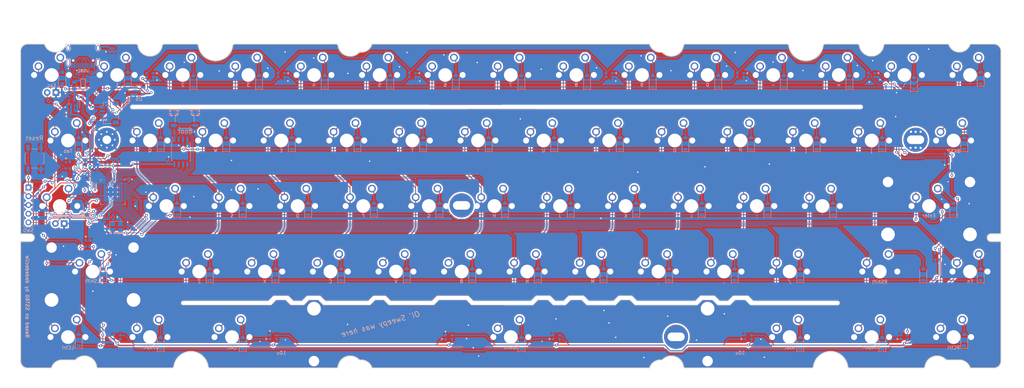
<source format=kicad_pcb>
(kicad_pcb (version 20240108) (generator "pcbnew") (generator_version "8.0")
  (title_block (title "SST60-olsweepy - Multi-layout 60% PCB") (date "2022-07-25") (rev "0.1"))
  (layers (0 "F.Cu" signal) (31 "B.Cu" signal) (34 "B.Paste" user) (35 "F.Paste" user) (36 "B.SilkS" user "B.Silkscreen") (37 "F.SilkS" user "F.Silkscreen") (38 "B.Mask" user) (39 "F.Mask" user) (44 "Edge.Cuts" user))
  (net 0 "")
  (net 1 "GND")
  (net 2 "XTAL_IN")
  (net 3 "Net-(C_Crystal2-Pad2)")
  (net 4 "+5V")
  (net 5 "GNDREF")
  (net 6 "row0")
  (net 7 "row1")
  (net 8 "row2")
  (net 9 "row3")
  (net 10 "row4")
  (net 11 "Net-(D1-A)")
  (net 12 "Net-(D2-A)")
  (net 13 "Net-(D3-A)")
  (net 14 "Net-(D4-A)")
  (net 15 "Net-(D5-A)")
  (net 16 "Net-(D6-A)")
  (net 17 "Net-(D7-A)")
  (net 18 "Net-(D8-A)")
  (net 19 "Net-(D10-A)")
  (net 20 "Net-(D11-A)")
  (net 21 "RGB")
  (net 22 "Net-(D12-A)")
  (net 23 "Net-(D13-A)")
  (net 24 "Net-(D14-A)")
  (net 25 "Net-(D15-A)")
  (net 26 "Net-(D16-A)")
  (net 27 "Net-(D17-A)")
  (net 28 "Net-(D18-A)")
  (net 29 "Net-(D19-A)")
  (net 30 "Net-(D20-A)")
  (net 31 "Net-(D21-A)")
  (net 32 "Net-(D22-A)")
  (net 33 "Net-(D23-A)")
  (net 34 "VCC")
  (net 35 "D-")
  (net 36 "D+")
  (net 37 "RESET")
  (net 38 "SWDIO")
  (net 39 "SWCLK")
  (net 40 "CAPSLED")
  (net 41 "ESCLED")
  (net 42 "col0")
  (net 43 "col1")
  (net 44 "col2")
  (net 45 "col3")
  (net 46 "col4")
  (net 47 "col5")
  (net 48 "col6")
  (net 49 "col7")
  (net 50 "col8")
  (net 51 "col9")
  (net 52 "col10")
  (net 53 "col11")
  (net 54 "col12")
  (net 55 "XTAL_OUT")
  (net 56 "Net-(D25-A)")
  (net 57 "Net-(D26-A)")
  (net 58 "Net-(R_Flash1-Pad1)")
  (net 59 "CS")
  (net 60 "Net-(D27-A)")
  (net 61 "Net-(D28-A)")
  (net 62 "Net-(D30-A)")
  (net 63 "Net-(D31-A)")
  (net 64 "Net-(D32-A)")
  (net 65 "Net-(D33-A)")
  (net 66 "Net-(D34-A)")
  (net 67 "Net-(D35-A)")
  (net 68 "Net-(D36-A)")
  (net 69 "SD3")
  (net 70 "QSPI_CLK")
  (net 71 "SD0")
  (net 72 "SD2")
  (net 73 "SD1")
  (net 74 "Net-(D37-A)")
  (net 75 "Net-(D38-A)")
  (net 76 "+1V1")
  (net 77 "+3V3")
  (net 78 "col13")
  (net 79 "col14")
  (net 80 "RGBLED")
  (net 81 "Net-(D39-A)")
  (net 82 "Net-(D40-A)")
  (net 83 "Net-(D41-A)")
  (net 84 "Net-(D42-A)")
  (net 85 "Net-(D43-A)")
  (net 86 "Net-(D44-A)")
  (net 87 "Net-(D45-A)")
  (net 88 "Net-(D46-A)")
  (net 89 "Net-(D48-A)")
  (net 90 "Net-(D49-A)")
  (net 91 "Net-(D50-A)")
  (net 92 "Net-(D51-A)")
  (net 93 "Net-(D53-A)")
  (net 94 "Net-(D54-A)")
  (net 95 "Net-(D55-A)")
  (net 96 "Net-(D56-A)")
  (net 97 "Net-(D57-A)")
  (net 98 "Net-(D58-A)")
  (net 99 "Net-(D59-A)")
  (net 100 "Net-(D61-A)")
  (net 101 "Net-(D62-A)")
  (net 102 "Net-(D63-A)")
  (net 103 "Net-(D64-A)")
  (net 104 "Net-(D65-A)")
  (net 105 "Net-(D66-A)")
  (net 106 "Net-(D67-A)")
  (net 107 "Net-(D68-A)")
  (net 109 "Net-(D69-DIN)")
  (net 110 "Net-(D70-DIN)")
  (net 111 "Net-(D71-DOUT)")
  (net 112 "Net-(D72-DIN)")
  (net 113 "Net-(D73-DOUT)")
  (net 114 "Net-(D74-DIN)")
  (net 115 "Net-(D75-DOUT)")
  (net 116 "Net-(D76-DIN)")
  (net 117 "Net-(D77-DOUT)")
  (net 118 "Net-(D78-DIN)")
  (net 119 "Net-(D79-DOUT)")
  (net 120 "Net-(D80-DIN)")
  (net 121 "Net-(D81-DOUT)")
  (net 122 "Net-(D82-DIN)")
  (net 123 "Net-(D83-DOUT)")
  (net 124 "Net-(MX1-LED)")
  (net 125 "Net-(MX3-LED)")
  (net 126 "Net-(U1-D+)")
  (net 127 "Net-(U1-D-)")
  (net 128 "Net-(USB1-CC1)")
  (net 129 "Net-(USB1-CC2)")
  (footprint "MX_Only:MXOnly-1.5U-NoLED" (layer "F.Cu") (at 46.0375 125.4125)
    (property "Reference" "MX7")
    (property "Value" "MX-NoLED")
  )
  (footprint "MX_Only:MXOnly-1U-NoLED" (layer "F.Cu") (at 146.05 68.2625)
    (property "Reference" "MX28")
    (property "Value" "MX-NoLED")
  )
  (footprint "MX_Only:MXOnly-1.5U-NoLED" (layer "F.Cu") (at 46.0375 68.2625)
    (property "Reference" "MX4")
    (property "Value" "MX-NoLED")
  )
  (footprint "MX_Only:MXOnly-1U-NoLED" (layer "F.Cu") (at 260.35 68.2625)
    (property "Reference" "MX59")
    (property "Value" "MX-NoLED")
  )
  (footprint "MX_Only:MXOnly-1.5U-NoLED" (layer "F.Cu") (at 255.5875 125.4125)
    (property "Reference" "MX62")
    (property "Value" "MX-NoLED")
  )
  (footprint "MX_Only:MXOnly-1U-NoLED" (layer "F.Cu") (at 127 68.2625)
    (property "Reference" "MX23")
    (property "Value" "MX-NoLED")
  )
  (footprint "MX_Only:MXOnly-1U-NoLED" (layer "F.Cu") (at 217.4875 106.3625)
    (property "Reference" "MX50")
    (property "Value" "MX-NoLED")
  )
  (footprint "MX_Only:MXOnly-1.25U" (layer "F.Cu") (at 43.65625 87.3125)
    (property "Reference" "MX1")
    (property "Value" "MX-LED")
  )
  (footprint "MX_Only:MXOnly-1U-NoLED" (layer "F.Cu") (at 93.6625 87.3125)
    (property "Reference" "MX15")
    (property "Value" "MX-NoLED")
  )
  (footprint "MX_Only:MXOnly-1U-NoLED" (layer "F.Cu") (at 160.3375 106.3625)
    (property "Reference" "MX36")
    (property "Value" "MX-NoLED")
  )
  (footprint "MX_Only:MXOnly-1U-NoLED" (layer "F.Cu") (at 169.8625 87.3125)
    (property "Reference" "MX35")
    (property "Value" "MX-NoLED")
  )
  (footprint "MX_Only:MXOnly-1U-NoLED" (layer "F.Cu") (at 112.7125 87.3125)
    (property "Reference" "MX20")
    (property "Value" "MX-NoLED")
  )
  (footprint "MX_Only:MXOnly-1U-NoLED" (layer "F.Cu") (at 188.9125 87.3125)
    (property "Reference" "MX39")
    (property "Value" "MX-NoLED")
  )
  (footprint "MX_Only:MXOnly-1U-NoLED" (layer "F.Cu") (at 84.1375 106.3625)
    (property "Reference" "MX16")
    (property "Value" "MX-NoLED")
  )
  (footprint "MX_Only:MXOnly-1U-NoLED" (layer "F.Cu") (at 307.975 106.3625)
    (property "Reference" "MX75")
    (property "Value" "MX-NoLED")
  )
  (footprint "MX_Only:MXOnly-1U-NoLED" (layer "F.Cu") (at 88.9 68.2625)
    (property "Reference" "MX14")
    (property "Value" "MX-NoLED")
  )
  (footprint "MX_Only:MXOnly-1U-NoLED" (layer "F.Cu") (at 250.825 49.2125)
    (property "Reference" "MX58")
    (property "Value" "MX-NoLED")
  )
  (footprint "MX_Only:MXOnly-1.75U-NoLED" (layer "F.Cu") (at 281.78125 106.3625)
    (property "Reference" "MX66")
    (property "Value" "MX-NoLED")
  )
  (footprint "MX_Only:MXOnly-1U-NoLED" (layer "F.Cu") (at 141.2875 106.3625)
    (property "Reference" "MX30")
    (property "Value" "MX-NoLED")
  )
  (footprint "MX_Only:MXOnly-1U-NoLED" (layer "F.Cu") (at 103.1875 106.3625)
    (property "Reference" "MX21")
    (property "Value" "MX-NoLED")
  )
  (footprint "MX_Only:MXOnly-1U-NoLED" (layer "F.Cu") (at 279.4 125.4125)
    (property "Reference" "MX67")
    (property "Value" "MX-NoLED")
  )
  (footprint "MX_Only:MXOnly-1U-NoLED" (layer "F.Cu") (at 136.525 49.2125)
    (property "Reference" "MX27")
    (property "Value" "MX-NoLED")
  )
  (footprint "Components:L60 Outline" (layer "F.Cu") (at 174.6175 89.8375)
    (property "Reference" "H1" (hide yes))
    (property "Value" "PCB Outline")
    (fp_line (start -142.342492 -47.624993) (end -142.342492 5.574996) (stroke (width 0.2)) (layer "Edge.Cuts"))
    (fp_line (start -142.342492 5.574996) (end -139.449495 5.574996) (stroke (width 0.2)) (layer "Edge.Cuts"))
    (fp_line (start -142.342492 7.775) (end -142.342492 42.575) (stroke (width 0.2)) (layer "Edge.Cuts"))
    (fp_line (start -140.342492 44.575) (end -133.383493 44.575) (stroke (width 0.2)) (layer "Edge.Cuts"))
    (fp_line (start -139.449495 7.775) (end -142.342492 7.775) (stroke (width 0.2)) (layer "Edge.Cuts"))
    (fp_line (start -135.383493 -49.624993) (end -140.342492 -49.624993) (stroke (width 0.2)) (layer "Edge.Cuts"))
    (fp_line (start -130.267492 42.249999) (end -126.692495 42.249999) (stroke (width 0.2)) (layer "Edge.Cuts"))
    (fp_line (start -119.720495 44.575) (end -98.376497 44.575) (stroke (width 0.2)) (layer "Edge.Cuts"))
    (fp_line (start -108.812494 -49.624993) (end -129.151494 -49.624993) (stroke (width 0.2)) (layer "Edge.Cuts"))
    (fp_line (start -91.247491 -49.624993) (end -100.670495 -49.624993) (stroke (width 0.2)) (layer "Edge.Cuts"))
    (fp_line (start -87.34649 44.575) (end -50.688493 44.575) (stroke (width 0.2)) (layer "Edge.Cuts"))
    (fp_line (start -50.688493 -49.624993) (end -80.187494 -49.624993) (stroke (width 0.2)) (layer "Edge.Cuts"))
    (fp_line (start -43.687486 42.249999) (end -43.417497 42.249999) (stroke (width 0.2)) (layer "Edge.Cuts"))
    (fp_line (start -43.417497 -47.299996) (end -43.643495 -47.299996) (stroke (width 0.2)) (layer "Edge.Cuts"))
    (fp_line (start -40.3015 44.575) (end 40.316512 44.575) (stroke (width 0.2)) (layer "Edge.Cuts"))
    (fp_line (start 40.316512 -49.624993) (end -40.3015 -49.624993) (stroke (width 0.2)) (layer "Edge.Cuts"))
    (fp_line (start 43.432509 42.249999) (end 43.700514 42.249999) (stroke (width 0.2)) (layer "Edge.Cuts"))
    (fp_line (start 43.686507 -47.299996) (end 43.432509 -47.299996) (stroke (width 0.2)) (layer "Edge.Cuts"))
    (fp_line (start 50.703505 44.575) (end 87.36151 44.575) (stroke (width 0.2)) (layer "Edge.Cuts"))
    (fp_line (start 80.202513 -49.624993) (end 50.703505 -49.624993) (stroke (width 0.2)) (layer "Edge.Cuts"))
    (fp_line (start 98.391509 44.575) (end 119.735503 44.575) (stroke (width 0.2)) (layer "Edge.Cuts"))
    (fp_line (start 100.685515 -49.624993) (end 91.262511 -49.624993) (stroke (width 0.2)) (layer "Edge.Cuts"))
    (fp_line (start 126.825499 42.249999) (end 130.2825 42.249999) (stroke (width 0.2)) (layer "Edge.Cuts"))
    (fp_line (start 127.166503 -49.624993) (end 108.827513 -49.624993) (stroke (width 0.2)) (layer "Edge.Cuts"))
    (fp_line (start 133.398497 44.575) (end 140.357512 44.575) (stroke (width 0.2)) (layer "Edge.Cuts"))
    (fp_line (start 139.464507 5.574996) (end 142.357512 5.574996) (stroke (width 0.2)) (layer "Edge.Cuts"))
    (fp_line (start 140.357512 -49.624993) (end 133.398497 -49.624993) (stroke (width 0.2)) (layer "Edge.Cuts"))
    (fp_line (start 142.357512 5.574996) (end 142.357512 -47.624993) (stroke (width 0.2)) (layer "Edge.Cuts"))
    (fp_line (start 142.357512 7.775) (end 139.464507 7.775) (stroke (width 0.2)) (layer "Edge.Cuts"))
    (fp_line (start 142.357512 42.575) (end 142.357512 7.775) (stroke (width 0.2)) (layer "Edge.Cuts"))
    (fp_arc (start -142.342492 -47.624993) (mid -141.756494 -49.038995) (end -140.342492 -49.624993) (stroke (width 0.2)) (layer "Edge.Cuts"))
    (fp_arc (start -140.342492 44.575) (mid -141.756492 43.989) (end -142.342492 42.575) (stroke (width 0.2)) (layer "Edge.Cuts"))
    (fp_arc (start -139.449495 5.574996) (mid -138.349492 6.674998) (end -139.449495 7.775) (stroke (width 0.2)) (layer "Edge.Cuts"))
    (fp_arc (start -133.383493 44.575) (mid -132.211577 42.895063) (end -130.267492 42.249999) (stroke (width 0.2)) (layer "Edge.Cuts"))
    (fp_arc (start -129.151494 -49.624993) (mid -132.267494 -47.299997) (end -135.383493 -49.624993) (stroke (width 0.2)) (layer "Edge.Cuts"))
    (fp_arc (start -126.258493 42.069999) (mid -126.457636 42.203057) (end -126.692495 42.249999) (stroke (width 0.2)) (layer "Edge.Cuts"))
    (fp_arc (start -126.258493 42.069999) (mid -122.695182 41.248101) (end -120.291494 44.004001) (stroke (width 0.2)) (layer "Edge.Cuts"))
    (fp_arc (start -119.720495 44.575) (mid -120.124494 44.408) (end -120.291494 44.004001) (stroke (width 0.2)) (layer "Edge.Cuts"))
    (fp_arc (start -108.812494 -49.624993) (mid -108.408491 -49.457997) (end -108.241495 -49.053994) (stroke (width 0.2)) (layer "Edge.Cuts"))
    (fp_arc (start -101.241495 -49.053994) (mid -104.741495 -46.124993) (end -108.241495 -49.053994) (stroke (width 0.2)) (layer "Edge.Cuts"))
    (fp_arc (start -101.241495 -49.053994) (mid -101.074499 -49.457997) (end -100.670495 -49.624993) (stroke (width 0.2)) (layer "Edge.Cuts"))
    (fp_arc (start -97.820489 44.019) (mid -97.983494 44.412) (end -98.376497 44.575) (stroke (width 0.2)) (layer "Edge.Cuts"))
    (fp_arc (start -97.820489 44.019) (mid -92.86149 39.770998) (end -87.90249 44.019) (stroke (width 0.2)) (layer "Edge.Cuts"))
    (fp_arc (start -91.247491 -49.624993) (mid -90.843488 -49.457997) (end -90.676492 -49.053994) (stroke (width 0.2)) (layer "Edge.Cuts"))
    (fp_arc (start -87.34649 44.575) (mid -87.739492 44.412002) (end -87.90249 44.019) (stroke (width 0.2)) (layer "Edge.Cuts"))
    (fp_arc (start -80.758493 -49.053994) (mid -85.717493 -44.806002) (end -90.676492 -49.053994) (stroke (width 0.2)) (layer "Edge.Cuts"))
    (fp_arc (start -80.758493 -49.053994) (mid -80.591497 -49.457997) (end -80.187494 -49.624993) (stroke (width 0.2)) (layer "Edge.Cuts"))
    (fp_arc (start -50.688493 -49.624993) (mid -50.28449 -49.457997) (end -50.117494 -49.053994) (stroke (width 0.2)) (layer "Edge.Cuts"))
    (fp_arc (start -50.117494 44.004001) (mid -50.284494 44.408) (end -50.688493 44.575) (stroke (width 0.2)) (layer "Edge.Cuts"))
    (fp_arc (start -50.117494 44.004001) (mid -47.728134 41.253207) (end -44.172487 42.048999) (stroke (width 0.2)) (layer "Edge.Cuts"))
    (fp_arc (start -44.20749 -47.066003) (mid -47.750885 -46.310792) (end -50.117494 -49.053994) (stroke (width 0.2)) (layer "Edge.Cuts"))
    (fp_arc (start -44.20749 -47.066003) (mid -43.948694 -47.238922) (end -43.643495 -47.299996) (stroke (width 0.2)) (layer "Edge.Cuts"))
    (fp_arc (start -43.687486 42.249999) (mid -43.95 42.197791) (end -44.172487 42.048999) (stroke (width 0.2)) (layer "Edge.Cuts"))
    (fp_arc (start -43.417497 42.249999) (mid -41.473413 42.895062) (end -40.3015 44.575) (stroke (width 0.2)) (layer "Edge.Cuts"))
    (fp_arc (start -40.3015 -49.624993) (mid -41.473416 -47.945061) (end -43.417497 -47.299996) (stroke (width 0.2)) (layer "Edge.Cuts"))
    (fp_arc (start 40.316512 44.575) (mid 41.488415 42.89505) (end 43.432509 42.249999) (stroke (width 0.2)) (layer "Edge.Cuts"))
    (fp_arc (start 43.432509 -47.299996) (mid 41.488431 -47.945059) (end 40.316512 -49.624993) (stroke (width 0.2)) (layer "Edge.Cuts"))
    (fp_arc (start 43.686507 -47.299996) (mid 43.96415 -47.245156) (end 44.199507 -47.088006) (stroke (width 0.2)) (layer "Edge.Cuts"))
    (fp_arc (start 44.189513 42.047) (mid 43.96505 42.19677) (end 43.700514 42.249999) (stroke (width 0.2)) (layer "Edge.Cuts"))
    (fp_arc (start 44.189513 42.047) (mid 47.744655 41.253058) (end 50.132506 44.004001) (stroke (width 0.2)) (layer "Edge.Cuts"))
    (fp_arc (start 50.132506 -49.053994) (mid 47.750929 -46.305812) (end 44.199507 -47.088006) (stroke (width 0.2)) (layer "Edge.Cuts"))
    (fp_arc (start 50.132506 -49.053994) (mid 50.299511 -49.457988) (end 50.703505 -49.624993) (stroke (width 0.2)) (layer "Edge.Cuts"))
    (fp_arc (start 50.703505 44.575) (mid 50.299509 44.407995) (end 50.132506 44.004001) (stroke (width 0.2)) (layer "Edge.Cuts"))
    (fp_arc (start 80.202513 -49.624993) (mid 80.606494 -49.457981) (end 80.773512 -49.053994) (stroke (width 0.2)) (layer "Edge.Cuts"))
    (fp_arc (start 87.91751 44.019) (mid 87.754516 44.412009) (end 87.36151 44.575) (stroke (width 0.2)) (layer "Edge.Cuts"))
    (fp_arc (start 87.91751 44.019) (mid 92.87651 39.770997) (end 97.835509 44.019) (stroke (width 0.2)) (layer "Edge.Cuts"))
    (fp_arc (start 90.691497 -49.053994) (mid 85.732505 -44.806004) (end 80.773512 -49.053994) (stroke (width 0.2)) (layer "Edge.Cuts"))
    (fp_arc (start 90.691497 -49.053994) (mid 90.858507 -49.457997) (end 91.262511 -49.624993) (stroke (width 0.2)) (layer "Edge.Cuts"))
    (fp_arc (start 98.391509 44.575) (mid 97.998498 44.412008) (end 97.835509 44.019) (stroke (width 0.2)) (layer "Edge.Cuts"))
    (fp_arc (start 100.685515 -49.624993) (mid 101.089554 -49.458039) (end 101.256499 -49.053994) (stroke (width 0.2)) (layer "Edge.Cuts"))
    (fp_arc (start 108.256499 -49.053994) (mid 104.756499 -46.124993) (end 101.256499 -49.053994) (stroke (width 0.2)) (layer "Edge.Cuts"))
    (fp_arc (start 108.256499 -49.053994) (mid 108.423509 -49.457996) (end 108.827513 -49.624993) (stroke (width 0.2)) (layer "Edge.Cuts"))
    (fp_arc (start 120.306517 44.004001) (mid 120.139505 44.408004) (end 119.735503 44.575) (stroke (width 0.2)) (layer "Edge.Cuts"))
    (fp_arc (start 120.306517 44.004001) (mid 122.649454 41.268997) (end 126.179503 41.981997) (stroke (width 0.2)) (layer "Edge.Cuts"))
    (fp_arc (start 126.825499 42.249999) (mid 126.475882 42.180158) (end 126.179503 41.981997) (stroke (width 0.2)) (layer "Edge.Cuts"))
    (fp_arc (start 130.2825 42.249999) (mid 132.226596 42.895058) (end 133.398497 44.575) (stroke (width 0.2)) (layer "Edge.Cuts"))
    (fp_arc (start 133.398497 -49.624993) (mid 130.2825 -47.299996) (end 127.166503 -49.624993) (stroke (width 0.2)) (layer "Edge.Cuts"))
    (fp_arc (start 139.464507 7.775) (mid 138.3645 6.675) (end 139.464507 5.574996) (stroke (width 0.2)) (layer "Edge.Cuts"))
    (fp_arc (start 140.357512 -49.624993) (mid 141.77151 -49.038997) (end 142.357512 -47.624993) (stroke (width 0.2)) (layer "Edge.Cuts"))
    (fp_arc (start 142.357512 42.575) (mid 141.771521 43.989013) (end 140.357512 44.575) (stroke (width 0.2)) (layer "Edge.Cuts"))
  )
  (footprint "MX_Only:MXOnly-1U-NoLED" (layer "F.Cu") (at 150.8125 87.3125)
    (property "Reference" "MX29")
    (property "Value" "MX-NoLED")
  )
  (footprint "MX_Only:MXOnly-1U-NoLED" (layer "F.Cu") (at 246.0625 87.3125)
    (property "Reference" "MX55")
    (property "Value" "MX-NoLED")
  )
  (footprint "MX_Only:MXOnly-1U-NoLED" (layer "F.Cu") (at 193.675 49.2125)
    (property "Reference" "MX43")
    (property "Value" "MX-NoLED")
  )
  (footprint "MX_Only:MXOnly-1U-NoLED" (layer "F.Cu") (at 241.3 68.2625)
    (property "Reference" "MX54")
    (property "Value" "MX-NoLED")
  )
  (footprint "MX_Only:MXOnly-1U-NoLED" (layer "F.Cu") (at 69.85 68.2625)
    (property "Reference" "MX9")
    (property "Value" "MX-NoLED")
  )
  (footprint "MX_Only:MXOnly-1U-NoLED" (layer "F.Cu") (at 60.325 49.2125)
    (property "Reference" "MX8")
    (property "Value" "MX-NoLED")
  )
  (footprint "MX_Only:MXOnly-1U-NoLED" (layer "F.Cu") (at 165.1 68.2625)
    (property "Reference" "MX34")
    (property "Value" "MX-NoLED")
  )
  (footprint "MX_Only:MXOnly-1U-NoLED" (layer "F.Cu") (at 279.4 68.2625)
    (property "Reference" "MX64")
    (property "Value" "MX-NoLED")
  )
  (footprint "MX_Only:MXOnly-1U-NoLED" (layer "F.Cu") (at 212.725 49.2125)
    (property "Reference" "MX47")
    (property "Value" "MX-NoLED")
  )
  (footprint "MX_Only:MXOnly-1U-NoLED" (layer "F.Cu") (at 236.5375 106.3625)
    (property "Reference" "MX56")
    (property "Value" "MX-NoLED")
  )
  (footprint "MX_Only:MXOnly-1U-NoLED" (layer "F.Cu") (at 122.2375 106.3625)
    (property "Reference" "MX25")
    (property "Value" "MX-NoLED")
  )
  (footprint "MX_Only:MXOnly-1U-NoLED" (layer "F.Cu") (at 107.95 68.2625)
    (property "Reference" "MX19")
    (property "Value" "MX-NoLED")
  )
  (footprint "MX_Only:MXOnly-2.25U-NoLED" (layer "F.Cu") (at 296.06875 87.3125)
    (property "Reference" "MX70")
    (property "Value" "MX-NoLED")
  )
  (footprint "MX_Only:MXOnly-1U-NoLED" (layer "F.Cu") (at 74.6125 87.3125)
    (property "Reference" "MX10")
    (property "Value" "MX-NoLED")
  )
  (footprint "MX_Only:MXOnly-1U-NoLED" (layer "F.Cu") (at 307.975 49.2125)
    (property "Reference" "MX73")
    (property "Value" "MX-NoLED")
  )
  (footprint "MX_Only:MXOnly-1U-NoLED" (layer "F.Cu") (at 231.775 49.2125)
    (property "Reference" "MX53")
    (property "Value" "MX-NoLED")
  )
  (footprint "MX_Only:MXOnly-1U-NoLED" (layer "F.Cu") (at 227.0125 87.3125)
    (property "Reference" "MX49")
    (property "Value" "MX-NoLED")
  )
  (footprint "MX_Only:MXOnly-1U-NoLED" (layer "F.Cu") (at 203.2 68.2625)
    (property "Reference" "MX44")
    (property "Value" "MX-NoLED")
  )
  (footprint "MX_Only:MXOnly-1U-NoLED" (layer "F.Cu") (at 198.4375 106.3625)
    (property "Reference" "MX46")
    (property "Value" "MX-NoLED")
  )
  (footprint "MX_Only:MXOnly-1U-NoLED" (layer "F.Cu") (at 255.5875 106.3625)
    (property "Reference" "MX61")
    (property "Value" "MX-NoLED")
  )
  (footprint "MX_Only:MXOnly-1U-NoLED" (layer "F.Cu") (at 131.7625 87.3125)
    (property "Reference" "MX24")
    (property "Value" "MX-NoLED")
  )
  (footprint "MX_Only:MXOnly-1U-NoLED" (layer "F.Cu") (at 69.85 125.4125)
    (property "Reference" "MX12")
    (property "Value" "MX-NoLED")
  )
  (footprint "MX_Only:MXOnly-1U-NoLED" (layer "F.Cu") (at 179.3875 106.3625)
    (property "Reference" "MX40")
    (property "Value" "MX-NoLED")
  )
  (footprint "MX_Only:MXOnly-1U-NoLED" (layer "F.Cu") (at 98.425 49.2125)
    (property "Reference" "MX18")
    (property "Value" "MX-NoLED")
  )
  (footprint "MX_Only:MXOnly-1U-NoLED" (layer "F.Cu") (at 155.575 49.2125)
    (property "Reference" "MX33")
    (property "Value" "MX-NoLED")
  )
  (footprint "MX_Only:MXOnly-1U-NoLED" (layer "F.Cu") (at 265.1125 87.3125)
    (property "Reference" "MX60")
    (property "Value" "MX-NoLED")
  )
  (footprint "MX_Only:MXOnly-1U" (layer "F.Cu") (at 41.275 49.2125)
    (property "Reference" "MX3")
    (property "Value" "MX-LED")
  )
  (footprint "MX_Only:MXOnly-1.5U-NoLED" (layer "F.Cu") (at 93.6625 125.4125)
    (property "Reference" "MX17")
    (property "Value" "MX-NoLED")
  )
  (footprint "MX_Only:MXOnly-1U-NoLED" (layer "F.Cu") (at 269.875 49.2125)
    (property "Reference" "MX63")
    (property "Value" "MX-NoLED")
  )
  (footprint "MX_Only:MXOnly-1U-NoLED" (layer "F.Cu") (at 288.925 49.2125)
    (property "Reference" "MX69")
    (property "Value" "MX-NoLED")
  )
  (footprint "MX_Only:MXOnly-1U-NoLED" (layer "F.Cu") (at 207.9625 87.3125)
    (property "Reference" "MX45")
    (property "Value" "MX-NoLED")
  )
  (footprint "MX_Only:MXOnly-1U-NoLED" (layer "F.Cu") (at 79.375 49.2125)
    (property "Reference" "MX13")
    (property "Value" "MX-NoLED")
  )
  (footprint "MX_Only:MXOnly-1.5U-NoLED" (layer "F.Cu") (at 303.2125 68.2625)
    (property "Reference" "MX74")
    (property "Value" "MX-NoLED")
  )
  (footprint "MX_Only:MXOnly-1U-NoLED" (layer "F.Cu") (at 174.625 49.2125)
    (property "Reference" "MX37")
    (property "Value" "MX-NoLED")
  )
  (footprint "MX_Only:MXOnly-1U-NoLED" (layer "F.Cu") (at 222.25 68.2625)
    (property "Reference" "MX48")
    (property "Value" "MX-NoLED")
  )
  (footprint "MX_Only:MXOnly-1.5U-NoLED" (layer "F.Cu") (at 303.2125 125.4125)
    (property "Reference" "MX76")
    (property "Value" "MX-NoLED")
  )
  (footprint "MX_Only:MXOnly-2.25U-NoLED" (layer "F.Cu") (at 53.18125 106.3625)
    (property "Reference" "MX6")
    (property "Value" "MX-NoLED")
  )
  (footprint "MX_Only:MXOnly-7U-ReversedStabilizers-NoLED" (layer "F.Cu") (at 174.625 125.4125)
    (property "Reference" "MX42")
    (property "Value" "MX-NoLED")
  )
  (footprint "MX_Only:MXOnly-1U-NoLED" (layer "F.Cu") (at 117.475 49.2125)
    (property "Reference" "MX22")
    (property "Value" "MX-NoLED")
  )
  (footprint "MX_Only:MXOnly-1U-NoLED" (layer "F.Cu") (at 184.15 68.2625)
    (property "Reference" "MX38")
    (property "Value" "MX-NoLED")
  )
  (footprint "random-keyboard-parts:SOT143B" (layer "B.Cu") (at 50.425 51.775 180)
    (property "Reference" "U4" (hide yes))
    (property "Value" "PRTR5V0U2X")
  )
  (footprint "Button_Switch_SMD:SW_SPST_TL3342" (layer "B.Cu") (at 36.33 73.5 -90)
    (property "Reference" "SW2" (hide yes))
    (property "Value" "TL3342F450QG" (hide yes))
  )
  (footprint "Diode_SMD:D_SOD-123" (layer "B.Cu") (at 106.275 107.25 90)
    (property "Reference" "D19" (hide yes))
    (property "Value" "1N4148")
  )
  (footprint "Capacitor_SMD:C_0402_1005Metric" (layer "B.Cu") (at 57.9 90.65 -90)
    (property "Reference" "C_3V-Decoup8" (hide yes))
    (property "Value" "100n")
  )
  (footprint "Diode_SMD:D_SOD-123" (layer "B.Cu") (at 220.575 107.25 90)
    (property "Reference" "D46" (hide yes))
    (property "Value" "1N4148")
  )
  (footprint "acheron_Components:LED_WS2812_2020" (layer "B.Cu") (at 105.65 125.425 180)
    (property "Reference" "D74" (hide yes))
    (property "Value" "WS2812B-2020")
  )
  (footprint "Diode_SMD:D_SOD-123" (layer "B.Cu") (at 96.775 127.25 90)
    (property "Reference" "D15" (hide yes))
    (property "Value" "1N4148")
  )
  (footprint "acheron_Components:LED_WS2812_2020" (layer "B.Cu") (at 69.85 49.225)
    (property "Reference" "D71" (hide yes))
    (property "Value" "WS2812B-2020")
  )
  (footprint "Diode_SMD:D_SOD-123" (layer "B.Cu") (at 291.725 51.65 90)
    (property "Reference" "D63" (hide yes))
    (property "Value" "1N4148")
  )
  (footprint "Diode_SMD:D_SOD-123" (layer "B.Cu") (at 187.25 69.15 90)
    (property "Reference" "D35" (hide yes))
    (property "Value" "1N4148")
  )
  (footprint "Capacitor_SMD:C_0402_1005Metric" (layer "B.Cu") (at 60.425 74.6 90)
    (property "Reference" "C_1V-Decoup2" (hide yes))
    (property "Value" "100n")
  )
  (footprint "Diode_SMD:D_SOD-123" (layer "B.Cu") (at 149.15 69.15 90)
    (property "Reference" "D26" (hide yes))
    (property "Value" "1N4148")
  )
  (footprint "Capacitor_SMD:C_0402_1005Metric" (layer "B.Cu") (at 46.45 59.65 180)
    (property "Reference" "C_LDO2" (hide yes))
    (property "Value" "1u")
  )
  (footprint "Diode_SMD:D_SOD-123" (layer "B.Cu") (at 263.45 69.15 90)
    (property "Reference" "D54" (hide yes))
    (property "Value" "1N4148")
  )
  (footprint "Capacitor_SMD:C_0402_1005Metric" (layer "B.Cu") (at 54.7 76.975 90)
    (property "Reference" "C_3V-Decoup2" (hide yes))
    (property "Value" "1u")
  )
  (footprint "Diode_SMD:D_SOD-123" (layer "B.Cu") (at 177.725 51.05 90)
    (property "Reference" "D34" (hide yes))
    (property "Value" "1N4148")
  )
  (footprint "Diode_SMD:D_SOD-123" (layer "B.Cu") (at 249.175 88.225 90)
    (property "Reference" "D50" (hide yes))
    (property "Value" "1N4148")
  )
  (footprint "Capacitor_SMD:C_0402_1005Metric" (layer "B.Cu") (at 75.3 74.625 90)
    (property "Reference" "C_Flash1" (hide yes))
    (property "Value" "100n")
  )
  (footprint "acheron_Components:LED_WS2812_2020" (layer "B.Cu") (at 298.45 101.975 -90)
    (property "Reference" "D84" (hide yes))
    (property "Value" "WS2812B-2020")
  )
  (footprint "Capacitor_SMD:C_0402_1005Metric" (layer "B.Cu") (at 63.75 79.675 90)
    (property "Reference" "C_3V-Decoup6" (hide yes))
    (property "Value" "100n")
  )
  (footprint "Diode_SMD:D_SOD-123" (layer "B.Cu") (at 234.875 51.05 90)
    (property "Reference" "D48" (hide yes))
    (property "Value" "1N4148")
  )
  (footprint "Diode_SMD:D_SOD-123" (layer "B.Cu") (at 134.875 88.2 90)
    (property "Reference" "D22" (hide yes))
    (property "Value" "1N4148")
  )
  (footprint "Capacitor_SMD:C_0402_1005Metric" (layer "B.Cu") (at 57.3 93.425 90)
    (property "Reference" "C_Crystal2" (hide yes))
    (property "Value" "22pF")
  )
  (footprint "Diode_SMD:D_SOD-123" (layer "B.Cu") (at 206.3 69.15 90)
    (property "Reference" "D40" (hide yes))
    (property "Value" "1N4148")
  )
  (footprint "Resistor_SMD:R_0402_1005Metric" (layer "B.Cu") (at 59.075 90.625 90)
    (property "Reference" "R_Crystal1" (hide yes))
    (property "Value" "1k")
  )
  (footprint "Diode_SMD:D_SOD-123" (layer "B.Cu") (at 96.775 88.2 90)
    (property "Reference" "D14" (hide yes))
    (property "Value" "1N4148")
  )
  (footprint "Resistor_SMD:R_0402_1005Metric" (layer "B.Cu") (at 40.53 56.77 180)
    (property "Reference" "R_LED1" (hide yes))
    (property "Value" "220")
  )
  (footprint "acheron_Components:LED_WS2812_2020" (layer "B.Cu") (at 187.875 125.425 180)
    (property "Reference" "D78" (hide yes))
    (property "Value" "WS2812B-2020")
  )
  (footprint "Diode_SMD:D_SOD-123" (layer "B.Cu") (at 72.95 127.25 90)
    (property "Reference" "D10" (hide yes))
    (property "Value" "1N4148")
  )
  (footprint "acheron_Components:LED_WS2812_2020" (layer "B.Cu") (at 203.2 49.2)
    (property "Reference" "D77" (hide yes))
    (property "Value" "WS2812B-2020")
  )
  (footprint "Diode_SMD:D_SOD-123" (layer "B.Cu") (at 294.4 107.25 90)
    (property "Reference" "D61" (hide yes))
    (property "Value" "1N4148")
  )
  (footprint "cipulot_parts:HRO-TYPE-C-31-M-12-Assembly" (layer "B.Cu") (at 50.45 38.735)
    (property "Reference" "USB1")
    (property "Value" "HRO-TYPE-C-31-M-12")
  )
  (footprint "Diode_SMD:D_SOD-123" (layer "B.Cu") (at 182.5 107.25 90)
    (property "Reference" "D37" (hide yes))
    (property "Value" "1N4148")
  )
  (footprint "Capacitor_SMD:C_0402_1005Metric" (layer "B.Cu") (at 55.85 75.975 90)
    (property "Reference" "C_1V-Decoup1" (hide yes))
    (property "Value" "1u")
  )
  (footprint "cipulot_parts:RP2040-QFN-56" (layer "B.Cu") (at 59.1 83.25 180)
    (property "Reference" "U1" (hide yes))
    (property "Value" "RP2040")
  )
  (footprint "Diode_SMD:D_SOD-123" (layer "B.Cu") (at 196.775 51.05 90)
    (property "Reference" "D39" (hide yes))
    (property "Value" "1N4148")
  )
  (footprint "Diode_SMD:D_SOD-123" (layer "B.Cu") (at 49.125 69.15 90)
    (property "Reference" "D2" (hide yes))
    (property "Value" "1N4148")
  )
  (footprint "Diode_SMD:D_SOD-123" (layer "B.Cu") (at 63.425 50.1 90)
    (property "Reference" "D6" (hide yes))
    (property "Value" "1N4148")
  )
  (footprint "Capacitor_SMD:C_0402_1005Metric" (layer "B.Cu") (at 52.55 78.7 180)
    (property "Reference" "C_3V-Decoup7" (hide yes))
    (property "Value" "100n")
  )
  (footprint "Resistor_SMD:R_0402_1005Metric" (layer "B.Cu") (at 44.89 90.27 -90)
    (property "Reference" "R_LED2" (hide yes))
    (property "Value" "220")
  )
  (footprint "acheron_Components:LED_WS2812_2020" (layer "B.Cu") (at 60.325 125.425 180)
    (property "Reference" "D72" (hide yes))
    (property "Value" "WS2812B-2020")
  )
  (footprint "acheron_Components:LED_WS2812_2020" (layer "B.Cu") (at 146.05 49.225)
    (property "Reference" "D75" (hide yes))
    (property "Value" "WS2812B-2020")
  )
  (footprint "Capacitor_SMD:C_0402_1005Metric" (layer "B.Cu") (at 47.45 54.625 180)
    (property "Reference" "C_LDO1" (hide yes))
    (property "Value" "1u")
  )
  (footprint "Connector_PinHeader_2.54mm:PinHeader_1x05_P2.54mm_Vertical" (layer "B.Cu") (at 34.55 81.925 180)
    (property "Reference" "J2" (hide yes))
    (property "Value" "SWD")
  )
  (footprint "Diode_SMD:D_SOD-123" (layer "B.Cu") (at 44.375 50.1 90)
    (property "Reference" "D1" (hide yes))
    (property "Value" "1N4148")
  )
  (footprint "Diode_SMD:D_SOD-123" (layer "B.Cu") (at 311.075 107.25 90)
    (property "Reference" "D67" (hide yes))
    (property "Value" "1N4148")
  )
  (footprint "Diode_SMD:D_SOD-123" (layer "B.Cu") (at 92 69.15 90)
    (property "Reference" "D13" (hide yes))
    (property "Value" "1N4148")
  )
  (footprint "Resistor_SMD:R_0402_1005Metric" (layer "B.Cu") (at 56.925 75.75 -90)
    (property "Reference" "R_DATA2" (hide yes))
    (property "Value" "27")
  )
  (footprint "Resistor_SMD:R_0402_1005Metric" (layer "B.Cu") (at 48.95 48.9 180)
    (property "Reference" "R_USB1" (hide yes))
    (property "Value" "5k1")
  )
  (footprint "Capacitor_SMD:C_0402_1005Metric" (layer "B.Cu") (at 53.4 84.25 180)
    (property "Reference" "C_3V-Decoup4" (hide yes))
    (property "Value" "100n")
  )
  (footprint "Diode_SMD:D_SOD-123" (layer "B.Cu") (at 130.1 69.15 90)
    (property "Reference" "D21" (hide yes))
    (property "Value" "1N4148")
  )
  (footprint "Resistor_SMD:R_0402_1005Metric" (layer "B.Cu") (at 58.075 75.75 -90)
    (property "Reference" "R_DATA1" (hide yes))
    (property "Value" "27")
  )
  (footprint "acheron_Components:LED_WS2812_2020" (layer "B.Cu") (at 156.6 125.425 180)
    (property "Reference" "D76" (hide yes))
    (property "Value" "WS2812B-2020")
  )
  (footprint "acheron_Components:LED_WS2812_2020" (layer "B.Cu") (at 241.3 49.225)
    (property "Reference" "D79" (hide yes))
    (property "Value" "WS2812B-2020")
  )
  (footprint "Diode_SMD:D_SOD-123" (layer "B.Cu") (at 56.275 107.25 90)
    (property "Reference" "D4" (hide yes))
    (property "Value" "1N4148")
  )
  (footprint "Diode_SMD:D_SOD-123" (layer "B.Cu") (at 51.525 88.2 90)
    (property "Reference" "D3" (hide yes))
    (property "Value" "1N4148")
  )
  (footprint "Diode_SMD:D_SOD-123" (layer "B.Cu") (at 192.025 88.2 90)
    (property "Reference" "D36" (hide yes))
    (property "Value" "1N4148")
  )
  (footprint "Diode_SMD:D_SOD-123" (layer "B.Cu") (at 82.475 51.05 90)
    (property "Reference" "D12" (hide yes))
    (property "Value" "1N4148")
  )
  (footprint "Diode_SMD:D_SOD-123" (layer "B.Cu") (at 139.625 51.05 90)
    (property "Reference" "D25" (hide yes))
    (property "Value" "1N4148")
  )
  (footprint "Button_Switch_SMD:SW_SPST_TL3342" (layer "B.Cu") (at 79.9 61.96 180)
    (property "Reference" "SW1" (hide yes))
    (property "Value" "TL3342F450QG" (hide yes))
  )
  (footprint "Diode_SMD:D_SOD-123" (layer "B.Cu") (at 158.675 51.05 90)
    (property "Reference" "D30" (hide yes))
    (property "Value" "1N4148")
  )
  (footprint "Diode_SMD:D_SOD-123" (layer "B.Cu") (at 239.65 107.25 90)
    (property "Reference" "D51" (hide yes))
    (property "Value" "1N4148")
  )
  (footprint "Connector_JST:JST_SH_SM04B-SRSS-TB_1x04-1MP_P1.00mm_Horizontal" (layer "B.Cu") (at 58.05 60.25 -90)
    (property "Reference" "J1" (hide yes))
    (property "Value" "SM04B-SRSS-TB(LF)(SN)")
  )
  (footprint "Resistor_SMD:R_0402_1005Metric" (layer "B.Cu") (at 52.775 48.6)
    (property "Reference" "R_USB2" (hide yes))
    (property "Value" "5k1")
  )
  (footprint "Diode_SMD:D_SOD-123" (layer "B.Cu") (at 144.4 107.25 90)
    (property "Reference" "D28" (hide yes))
    (property "Value" "1N4148")
  )
  (footprint "Diode_SMD:D_SOD-123" (layer "B.Cu") (at 177.725 127.25 90)
    (property "Reference" "D38" (hide yes))
    (property "Value" "1N4148")
  )
  (footprint "Capacitor_SMD:C_0402_1005Metric" (layer "B.Cu") (at 63.4 93.425 -90)
    (property "Reference" "C_Crystal1" (hide yes))
    (property "Value" "22pF")
  )
  (footprint "Diode_SMD:D_SOD-123" (layer "B.Cu") (at 230.1 88.2 90)
    (property "Reference" "D45" (hide yes))
    (property "Value" "1N4148")
  )
  (footprint "Capacitor_SMD:C_0402_1005Metric" (layer "B.Cu") (at 52.55 79.75 180)
    (property "Reference" "C_3V-Decoup5" (hide yes))
    (property "Value" "100n")
  )
  (footprint "Resistor_SMD:R_0402_1005Metric" (layer "B.Cu") (at 58.275 41.925 -90)
    (property "Reference" "R_Shield1" (hide yes))
    (property "Value" "1M")
  )
  (footprint "Diode_SMD:D_SOD-123" (layer "B.Cu") (at 172.95 88.2 90)
    (property "Reference" "D32" (hide yes))
    (property "Value" "1N4148")
  )
  (footprint "Diode_SMD:D_SOD-123" (layer "B.Cu") (at 268.2 88.2 90)
    (property "Reference" "D55" (hide yes))
    (property "Value" "1N4148")
  )
  (footprint "Diode_SMD:D_SOD-123" (layer "B.Cu") (at 244.4 69.15 90)
    (property "Reference" "D49" (hide yes))
    (property "Value" "1N4148")
  )
  (footprint "acheron_Components:LED_WS2812_2020" (layer "B.Cu") (at 51.775 98.225 90)
    (property "Reference" "D70" (hide yes))
    (property "Value" "WS2812B-2020")
  )
  (footprint "Diode_SMD:D_SOD-123" (layer "B.Cu") (at 49.15 126.3 90)
    (property "Reference" "D5" (hide yes))
    (property "Value" "1N4148")
  )
  (footprint "Crystal:Crystal_SMD_3225-4Pin_3.2x2.5mm" (layer "B.Cu") (at 60.175 93.425)
    (property "Reference" "Y1" (hide yes))
    (property "Value" "12MHz")
  )
  (footprint "Diode_SMD:D_SOD-123" (layer "B.Cu") (at 125.35 107.25 90)
    (property "Reference" "D23" (hide yes))
    (property "Value" "1N4148")
  )
  (footprint "Package_TO_SOT_SMD:SOT-23-5" (layer "B.Cu") (at 66.68 53.79)
    (property "Reference" "U5")
    (property "Value" "74AHCT1G125")
  )
  (footprint "Diode_SMD:D_SOD-123" (layer "B.Cu") (at 120.575 51.05 90)
    (property "Reference" "D20" (hide yes))
    (property "Value" "1N4148")
  )
  (footprint "Diode_SMD:D_SOD-123" (layer "B.Cu") (at 201.55 107.25 90)
    (property "Reference" "D42" (hide yes))
    (property "Value" "1N4148")
  )
  (footprint "Diode_SMD:D_SOD-123" (layer "B.Cu") (at 303.125 88.225 90)
    (property "Reference" "D64" (hide yes))
    (property "Value" "1N4148")
  )
  (footprint "Diode_SMD:D_SOD-123" (layer "B.Cu") (at 311.075 50.1 90)
    (property "Reference" "D65" (hide yes))
    (property "Value" "1N4148")
  )
  (footprint "Diode_SMD:D_SOD-123" (layer "B.Cu") (at 101.525 51.05 90)
    (property "Reference" "D16" (hide yes))
    (property "Value" "1N4148")
  )
  (footprint "Diode_SMD:D_SOD-123" (layer "B.Cu") (at 258.7 107.25 90)
    (property "Reference" "D56" (hide yes))
    (property "Value" "1N4148")
  )
  (footprint "Diode_SMD:D_SOD-123" (layer "B.Cu") (at 153.9 88.2 90)
    (property "Reference" "D27" (hide yes))
    (property "Value" "1N4148")
  )
  (footprint "Package_TO_SOT_SMD:SOT-23" (layer "B.Cu") (at 47.9 57.225 90)
    (property "Reference" "U3" (hide yes))
    (property "Value" "XC6206PxxxMR")
  )
  (footprint "Diode_SMD:D_SOD-123" (layer "B.Cu") (at 282.5 69.15 90)
    (property "Reference" "D59" (hide yes))
    (property "Value" "1N4148")
  )
  (footprint "acheron_Components:LED_WS2812_2020" (layer "B.Cu") (at 288.925 125.425 180)
    (property "Reference" "D82" (hide yes))
    (property "Value" "WS2812B-2020")
  )
  (footprint "acheron_Components:LED_WS2812_2020" (layer "B.Cu") (at 279.4 49.225)
    (property "Reference" "D81" (hide yes))
    (property "Value" "WS2812B-2020")
  )
  (footprint "Diode_SMD:D_SOD-123" (layer "B.Cu") (at 272.975 51.05 90)
    (property "Reference" "D58" (hide yes))
    (property "Value" "1N4148")
  )
  (footprint "Capacitor_SMD:C_0402_1005Metric" (layer "B.Cu") (at 59.175 73.975 90)
    (property "Reference" "C_3V-Decoup3" (hide yes))
    (property "Value" "100n")
  )
  (footprint "Diode_SMD:D_SOD-123" (layer "B.Cu") (at 258.675 127.25 90)
    (property "Reference" "D57" (hide yes))
    (property "Value" "1N4148")
  )
  (footprint "acheron_Components:LED_WS2812_2020" (layer "B.Cu") (at 107.95 49.225)
    (property "Reference" "D73" (hide yes))
    (property "Value" "WS2812B-2020")
  )
  (footprint "Diode_SMD:D_SOD-123" (layer "B.Cu") (at 215.825 51.05 90)
    (property "Reference" "D43" (hide yes))
    (property "Value" "1N4148")
  )
  (footprint "Diode_SMD:D_SOD-123" (layer "B.Cu") (at 306.3 126.3 90)
    (property "Reference" "D68" (hide yes))
    (property "Value" "1N4148")
  )
  (footprint "Capacitor_SMD:C_0402_1005Metric" (layer "B.Cu") (at 56.55 90.65 -90)
    (property "Reference" "C_1V-Decoup3" (hide yes))
    (property "Value" "100n")
  )
  (footprint "acheron_Components:LED_WS2812_2020" (layer "B.Cu") (at 301.225 73.05 -90)
    (property "Reference" "D83" (hide yes))
    (property "Value" "WS2812B-2020")
  )
  (footprint "Diode_SMD:D_SOD-123" (layer "B.Cu") (at 306.325 69.15 90)
    (property "Reference" "D66" (hide yes))
    (property "Value" "1N4148")
  )
  (footprint "Diode_SMD:D_SOD-123" (layer "B.Cu") (at 282.5 127.25 90)
    (property "Reference" "D62" (hide yes))
    (property "Value" "1N4148")
  )
  (footprint "Diode_SMD:D_SOD-123" (layer "B.Cu") (at 115.8 88.2 90)
    (property "Reference" "D18" (hide yes))
    (property "Value" "1N4148")
  )
  (footprint "acheron_Components:LED_WS2812_2020" (layer "B.Cu") (at 243.595 125.425 180)
    (property "Reference" "D80" (hide yes))
    (property "Value" "WS2812B-2020")
  )
  (footprint "Capacitor_SMD:C_0402_1005Metric" (layer "B.Cu") (at 59.4 41.925 90)
    (property "Reference" "C_Shield1" (hide yes))
    (property "Value" "4.7n")
  )
  (footprint "Diode_SMD:D_SOD-123" (layer "B.Cu") (at 163.45 107.25 90)
    (property "Reference" "D33" (hide yes))
    (property "Value" "1N4148")
  )
  (footprint "Diode_SMD:D_SOD-123" (layer "B.Cu") (at 77.725 88.2 90)
    (property "Reference" "D8" (hide yes))
    (property "Value" "1N4148")
  )
  (footprint "Package_SO:SOIC-8_5.23x5.23mm_P1.27mm" (layer "B.Cu") (at 78.825 71.525 -90)
    (property "Reference" "U2" (hide yes))
    (property "Value" "W25Q128JVS")
  )
  (footprint "Diode_SMD:D_SOD-123" (layer "B.Cu") (at 225.35 69.15 90)
    (property "Reference" "D44" (hide yes))
    (property "Value" "1N4148")
  )
  (footprint "Resistor_SMD:R_0402_1005Metric" (layer "B.Cu") (at 37.3 83.075 90)
    (property "Reference" "R_RST1" (hide yes))
    (property "Value" "1k")
  )
  (footprint "Diode_SMD:D_SOD-123" (layer "B.Cu") (at 253.925 51.05 90)
    (property "Reference" "D53" (hide yes))
    (property "Value" "1N4148")
  )
  (footprint "Diode_SMD:D_SOD-123" (layer "B.Cu") (at 72.95 69.15 90)
    (property "Reference" "D7" (hide yes))
    (property "Value" "1N4148")
  )
  (footprint "Fuse:Fuse_0805_2012Metric" (layer "B.Cu") (at 47.85 52.275 -90)
    (property "Reference" "F1" (hide yes))
    (property "Value" "500mA")
  )
  (footprint "Capacitor_SMD:C_0402_1005Metric" (layer "B.Cu") (at 65.75 85.9 -45)
    (property "Reference" "C_3V-Decoup9" (hide yes))
    (property "Value" "100n")
  )
  (footprint "Diode_SMD:D_SOD-123" (layer "B.Cu") (at 168.2 69.15 90)
    (property "Reference" "D31" (hide yes))
    (property "Value" "1N4148")
  )
  (footprint "Diode_SMD:D_SOD-123" (layer "B.Cu") (at 87.225 107.25 90)
    (property "Reference" "D11" (hide yes))
    (property "Value" "1N4148")
  )
  (footprint "Capacitor_SMD:C_0402_1005Metric" (layer "B.Cu") (at 46.45 60.75 180)
    (property "Reference" "C_3V-Decoup1" (hide yes))
    (property "Value" "10u")
  )
  (footprint "Diode_SMD:D_SOD-123" (layer "B.Cu") (at 211.075 88.2 90)
    (property "Reference" "D41" (hide yes))
    (property "Value" "1N4148")
  )
  (footprint "acheron_Components:LED_WS2812_2020" (layer "B.Cu") (at 46.025 75.5 90)
    (property "Reference" "D69" (hide yes))
    (property "Value" "WS2812B-2020")
  )
  (footprint "Resistor_SMD:R_0402_1005Metric" (layer "B.Cu") (at 76.9 65.911 -90)
    (property "Reference" "R_Flash1" (hide yes))
    (property "Value" "1k")
  )
  (footprint "Diode_SMD:D_SOD-123" (layer "B.Cu") (at 111.05 69.15 90)
    (property "Reference" "D17" (hide yes))
    (property "Value" "1N4148")
  )
  (gr_line (start 163.25 116) (end 161.75 114.5) (stroke (width 0.1)) (layer "Edge.Cuts"))
  (gr_line (start 161.75 114.5) (end 153.75 114.5) (stroke (width 0.1)) (layer "Edge.Cuts"))
  (gr_line (start 187 116) (end 190.5 116) (stroke (width 0.1)) (layer "Edge.Cuts"))
  (gr_line (start 245 115) (end 269.5 115) (stroke (width 0.1)) (layer "Edge.Cuts"))
  (gr_line (start 151.75 115) (end 139.75 115) (stroke (width 0.1)) (layer "Edge.Cuts"))
  (gr_line (start 205 116) (end 196.75 116) (stroke (width 0.1)) (layer "Edge.Cuts"))
  (gr_line (start 182.5 114.5) (end 181 116) (stroke (width 0.1)) (layer "Edge.Cuts"))
  (gr_line (start 153.75 114.5) (end 152.25 116) (stroke (width 0.1)) (layer "Edge.Cuts"))
  (gr_line (start 210.75 116) (end 209.25 114.5) (stroke (width 0.1)) (layer "Edge.Cuts"))
  (gr_line (start 79.5 115) (end 104.25 115) (stroke (width 0.1)) (layer "Edge.Cuts"))
  (gr_line (start 181 116) (end 163.25 116) (stroke (width 0.1)) (layer "Edge.Cuts"))
  (gr_line (start 243.5 113.5) (end 245 115) (stroke (width 0.1)) (layer "Edge.Cuts"))
  (gr_line (start 211.25 115) (end 228.25 115) (stroke (width 0.1)) (layer "Edge.Cuts"))
  (gr_line (start 206 113.5) (end 209.75 113.5) (stroke (width 0.1)) (layer "Edge.Cuts"))
  (gr_line (start 229.75 113.5) (end 233.75 113.5) (stroke (width 0.1)) (layer "Edge.Cuts"))
  (gr_line (start 206.5 114.5) (end 205 116) (stroke (width 0.1)) (layer "Edge.Cuts"))
  (gr_line (start 109.25 114.5) (end 106.5 114.5) (stroke (width 0.1)) (layer "Edge.Cuts"))
  (gr_line (start 186 113.5) (end 187.5 115) (stroke (width 0.1)) (layer "Edge.Cuts"))
  (gr_arc (start 79.5 116) (mid 79 115.5) (end 79.5 115) (stroke (width 0.1)) (layer "Edge.Cuts"))
  (gr_line (start 233.25 114.5) (end 230.25 114.5) (stroke (width 0.1)) (layer "Edge.Cuts"))
  (gr_line (start 244.25 116) (end 242.75 114.5) (stroke (width 0.1)) (layer "Edge.Cuts"))
  (gr_line (start 209.75 113.5) (end 211.25 115) (stroke (width 0.1)) (layer "Edge.Cuts"))
  (gr_line (start 195.75 113.5) (end 197.25 115) (stroke (width 0.1)) (layer "Edge.Cuts"))
  (gr_line (start 105.75 113.5) (end 110 113.5) (stroke (width 0.1)) (layer "Edge.Cuts"))
  (gr_line (start 204.5 115) (end 206 113.5) (stroke (width 0.1)) (layer "Edge.Cuts"))
  (gr_line (start 115.5 113.5) (end 119.25 113.5) (stroke (width 0.1)) (layer "Edge.Cuts"))
  (gr_line (start 110.75 116) (end 109.25 114.5) (stroke (width 0.1)) (layer "Edge.Cuts"))
  (gr_line (start 204.5 115) (end 197.25 115) (stroke (width 0.1)) (layer "Edge.Cuts"))
  (gr_line (start 237.75 115) (end 239.25 113.5) (stroke (width 0.1)) (layer "Edge.Cuts"))
  (gr_line (start 163.75 115) (end 180.5 115) (stroke (width 0.1)) (layer "Edge.Cuts"))
  (gr_line (start 139.25 116) (end 137.75 114.5) (stroke (width 0.1)) (layer "Edge.Cuts"))
  (gr_line (start 119.25 113.5) (end 120.75 115) (stroke (width 0.1)) (layer "Edge.Cuts"))
  (gr_line (start 185.5 114.5) (end 182.5 114.5) (stroke (width 0.1)) (layer "Edge.Cuts"))
  (gr_line (start 134.75 113.5) (end 138.25 113.5) (stroke (width 0.1)) (layer "Edge.Cuts"))
  (gr_line (start 162.25 113.5) (end 163.75 115) (stroke (width 0.1)) (layer "Edge.Cuts"))
  (gr_line (start 209.25 114.5) (end 206.5 114.5) (stroke (width 0.1)) (layer "Edge.Cuts"))
  (gr_line (start 230.25 114.5) (end 228.75 116) (stroke (width 0.1)) (layer "Edge.Cuts"))
  (gr_line (start 137.75 114.5) (end 135.25 114.5) (stroke (width 0.1)) (layer "Edge.Cuts"))
  (gr_line (start 192 114.5) (end 190.5 116) (stroke (width 0.1)) (layer "Edge.Cuts"))
  (gr_line (start 133.75 116) (end 120.25 116) (stroke (width 0.1)) (layer "Edge.Cuts"))
  (gr_line (start 104.25 115) (end 105.75 113.5) (stroke (width 0.1)) (layer "Edge.Cuts"))
  (gr_line (start 64.75 58) (end 276.25 58) (stroke (width 0.1)) (layer "Edge.Cuts"))
  (gr_line (start 190 115) (end 191.5 113.5) (stroke (width 0.1)) (layer "Edge.Cuts"))
  (gr_line (start 114 115) (end 115.5 113.5) (stroke (width 0.1)) (layer "Edge.Cuts"))
  (gr_line (start 187.5 115) (end 190 115) (stroke (width 0.1)) (layer "Edge.Cuts"))
  (gr_line (start 191.5 113.5) (end 195.75 113.5) (stroke (width 0.1)) (layer "Edge.Cuts"))
  (gr_line (start 138.25 113.5) (end 139.75 115) (stroke (width 0.1)) (layer "Edge.Cuts"))
  (gr_line (start 187 116) (end 185.5 114.5) (stroke (width 0.1)) (layer "Edge.Cuts"))
  (gr_line (start 182 113.5) (end 186 113.5) (stroke (width 0.1)) (layer "Edge.Cuts"))
  (gr_line (start 105 116) (end 79.5 116) (stroke (width 0.1)) (layer "Edge.Cuts"))
  (gr_line (start 110 113.5) (end 111.5 115) (stroke (width 0.1)) (layer "Edge.Cuts"))
  (gr_line (start 269.5 116) (end 244.25 116) (stroke (width 0.1)) (layer "Edge.Cuts"))
  (gr_line (start 234.75 116) (end 233.25 114.5) (stroke (width 0.1)) (layer "Edge.Cuts"))
  (gr_line (start 180.5 115) (end 182 113.5) (stroke (width 0.1)) (layer "Edge.Cuts"))
  (gr_line (start 151.75 115) (end 153.25 113.5) (stroke (width 0.1)) (layer "Edge.Cuts"))
  (gr_arc (start 276.25 58) (mid 276.75 58.5) (end 276.25 59) (stroke (width 0.1)) (layer "Edge.Cuts"))
  (gr_line (start 120.25 116) (end 118.75 114.5) (stroke (width 0.1)) (layer "Edge.Cuts"))
  (gr_line (start 239.5 113.5) (end 239.25 113.5) (stroke (width 0.1)) (layer "Edge.Cuts"))
  (gr_line (start 195.25 114.5) (end 192 114.5) (stroke (width 0.1)) (layer "Edge.Cuts"))
  (gr_line (start 114.5 116) (end 110.75 116) (stroke (width 0.1)) (layer "Edge.Cuts"))
  (gr_line (start 237.75 115) (end 235.25 115) (stroke (width 0.1)) (layer "Edge.Cuts"))
  (gr_line (start 135.25 114.5) (end 133.75 116) (stroke (width 0.1)) (layer "Edge.Cuts"))
  (gr_line (start 111.5 115) (end 114 115) (stroke (width 0.1)) (layer "Edge.Cuts"))
  (gr_line (start 152.25 116) (end 139.25 116) (stroke (width 0.1)) (layer "Edge.Cuts"))
  (gr_line (start 228.75 116) (end 210.75 116) (stroke (width 0.1)) (layer "Edge.Cuts"))
  (gr_line (start 276.25 59) (end 64.75 59) (stroke (width 0.1)) (layer "Edge.Cuts"))
  (gr_line (start 153.25 113.5) (end 162.25 113.5) (stroke (width 0.1)) (layer "Edge.Cuts"))
  (gr_line (start 239.75 114.5) (end 238.25 116) (stroke (width 0.1)) (layer "Edge.Cuts"))
  (gr_line (start 120.75 115) (end 133.25 115) (stroke (width 0.1)) (layer "Edge.Cuts"))
  (gr_line (start 116 114.5) (end 114.5 116) (stroke (width 0.1)) (layer "Edge.Cuts"))
  (gr_arc (start 64.75 59) (mid 64.25 58.5) (end 64.75 58) (stroke (width 0.1)) (layer "Edge.Cuts"))
  (gr_arc (start 269.5 115) (mid 270 115.5) (end 269.5 116) (stroke (width 0.1)) (layer "Edge.Cuts"))
  (gr_line (start 238.25 116) (end 234.75 116) (stroke (width 0.1)) (layer "Edge.Cuts"))
  (gr_line (start 133.25 115) (end 134.75 113.5) (stroke (width 0.1)) (layer "Edge.Cuts"))
  (gr_line (start 118.75 114.5) (end 116 114.5) (stroke (width 0.1)) (layer "Edge.Cuts"))
  (gr_line (start 196.75 116) (end 195.25 114.5) (stroke (width 0.1)) (layer "Edge.Cuts"))
  (gr_line (start 239.5 113.5) (end 243.5 113.5) (stroke (width 0.1)) (layer "Edge.Cuts"))
  (gr_line (start 242.75 114.5) (end 239.75 114.5) (stroke (width 0.1)) (layer "Edge.Cuts"))
  (gr_line (start 106.5 114.5) (end 105 116) (stroke (width 0.1)) (layer "Edge.Cuts"))
  (gr_line (start 233.75 113.5) (end 235.25 115) (stroke (width 0.1)) (layer "Edge.Cuts"))
  (gr_line (start 228.25 115) (end 229.75 113.5) (stroke (width 0.1)) (layer "Edge.Cuts"))
  (gr_text "10u" (at 241.25 130 0) (layer "B.SilkS") (effects (font (size 1 1)) (justify mirror)))
  (gr_text "10u" (at 108 130 0) (layer "B.SilkS") (effects (font (size 1 1)) (justify mirror)))
  (gr_text "Based on SST60 by dededeclie" (at 33.655 125.73 270) (layer "B.SilkS") (effects (font (size 1.016 1.016) (thickness 0.1875)) (justify left bottom mirror)))
  (gr_text "Ol' Sweepy was here" (at 148.59 119.38 15) (layer "B.SilkS") (effects (font (size 1.5 1.5) (thickness 0.1875) (italic yes)) (justify left bottom mirror)))
  (segment (start 188.225 119.65) (end 196.275 119.65) (width 0.2) (layer "F.Cu") (net 1))
  (segment (start 60.375 81.975) (end 57.825 81.975) (width 0.5) (layer "F.Cu") (net 1))
  (segment (start 198.25 117.675) (end 201.675 117.675) (width 0.2) (layer "F.Cu") (net 1))
  (segment (start 163.725 128.5) (end 165.3 130.075) (width 0.2) (layer "F.Cu") (net 1))
  (segment (start 57.825 83.25) (end 60.375 83.25) (width 0.5) (layer "F.Cu") (net 1))
  (segment (start 57.825 81.975) (end 57.825 84.525) (width 0.5) (layer "F.Cu") (net 1))
  (segment (start 60.375 84.525) (end 57.825 84.525) (width 0.5) (layer "F.Cu") (net 1))
  (segment (start 60.375 81.975) (end 60.375 84.525) (width 0.5) (layer "F.Cu") (net 1))
  (segment (start 201.675 117.675) (end 203.15 119.15) (width 0.2) (layer "F.Cu") (net 1))
  (segment (start 165.3 130.075) (end 165.3 130.925) (width 0.2) (layer "F.Cu") (net 1))
  (segment (start 187.75 120.125) (end 188.225 119.65) (width 0.2) (layer "F.Cu") (net 1))
  (segment (start 203.15 119.15) (end 203.15 121.3) (width 0.2) (layer "F.Cu") (net 1))
  (segment (start 59.1 81.975) (end 59.1 84.525) (width 0.5) (layer "F.Cu") (net 1))
  (segment (start 196.275 119.65) (end 198.25 117.675) (width 0.2) (layer "F.Cu") (net 1))
  (via (at 199.525 47.125) (size 0.8) (drill 0.4) (layers "F.Cu" "B.Cu") (net 1))
  (via (at 278.725 51.275) (size 0.8) (drill 0.4) (layers "F.Cu" "B.Cu") (net 1))
  (via (at 44.75 99) (size 0.8) (drill 0.4) (layers "F.Cu" "B.Cu") (net 1))
  (via (at 51.15 88.025) (size 0.8) (drill 0.4) (layers "F.Cu" "B.Cu") (net 1))
  (via (at 155.675 123.8) (size 0.8) (drill 0.4) (layers "F.Cu" "B.Cu") (net 1))
  (via (at 299.78 85.34) (size 0.6) (drill 0.35) (layers "F.Cu" "B.Cu") (net 1))
  (via (at 80.725 69.8) (size 0.8) (drill 0.4) (layers "F.Cu" "B.Cu") (net 1))
  (via (at 82.575 84.575) (size 0.8) (drill 0.4) (layers "F.Cu" "B.Cu") (net 1))
  (via (at 47.77 78.02) (size 0.8) (drill 0.4) (layers "F.Cu" "B.Cu") (net 1))
  (via (at 109.16 126.24) (size 0.6) (drill 0.35) (layers "F.Cu" "B.Cu") (net 1))
  (via (at 54.7 74.65) (size 0.8) (drill 0.4) (layers "F.Cu" "B.Cu") (net 1))
  (via (at 78.175 69.7) (size 0.8) (drill 0.4) (layers "F.Cu" "B.Cu") (net 1))
  (via (at 286.4 61.3) (size 0.8) (drill 0.4) (layers "F.Cu" "B.Cu") (net 1))
  (via (at 104.05 47.225) (size 0.8) (drill 0.4) (layers "F.Cu" "B.Cu") (net 1))
  (via (at 60.4 90.525) (size 0.8) (drill 0.4) (layers "F.Cu" "B.Cu") (net 1))
  (via (at 237.3 46.625) (size 0.8) (drill 0.4) (layers "F.Cu" "B.Cu") (net 1))
  (via (at 52.275 93.55) (size 0.8) (drill 0.4) (layers "F.Cu" "B.Cu") (net 1))
  (via (at 53.7 76.47) (size 0.6) (drill 0.35) (layers "F.Cu" "B.Cu") (net 1))
  (via (at 45.31 54.62) (size 0.8) (drill 0.4) (layers "F.Cu" "B.Cu") (net 1))
  (via (at 162.3 121.95) (size 0.8) (drill 0.4) (layers "F.Cu" "B.Cu") (net 1))
  (via (at 57.3 95.375) (size 0.8) (drill 0.4) (layers "F.Cu" "B.Cu") (net 1))
  (via (at 50.2 65.85) (size 0.8) (drill 0.4) (layers "F.Cu" "B.Cu") (net 1))
  (via (at 93.53 82.6) (size 0.8) (drill 0.4) (layers "F.Cu" "B.Cu") (net 1))
  (via (at 75.275 73.025) (size 0.8) (drill 0.4) (layers "F.Cu" "B.Cu") (net 1))
  (via (at 220.2 119.35) (size 0.8) (drill 0.4) (layers "F.Cu" "B.Cu") (net 1))
  (via (at 64.65 79.625) (size 0.6) (drill 0.35) (layers "F.Cu" "B.Cu") (net 1))
  (via (at 165.3 130.925) (size 0.8) (drill 0.4) (layers "F.Cu" "B.Cu") (net 1))
  (via (at 50.725 78.075) (size 0.8) (drill 0.4) (layers "F.Cu" "B.Cu") (net 1))
  (via (at 300.75 104.275) (size 0.8) (drill 0.4) (layers "F.Cu" "B.Cu") (net 1))
  (via (at 161.8 125.875) (size 0.8) (drill 0.4) (layers "F.Cu" "B.Cu") (net 1))
  (via (at 74.575 82.025) (size 0.8) (drill 0.4) (layers "F.Cu" "B.Cu") (net 1))
  (via (at 81.45 90.575) (size 0.8) (drill 0.4) (layers "F.Cu" "B.Cu") (net 1))
  (via (at 247.225 126.05) (size 0.8) (drill 0.4) (layers "F.Cu" "B.Cu") (net 1))
  (via (at 62.6 54.475) (size 0.8) (drill 0.4) (layers "F.Cu" "B.Cu") (net 1))
  (via (at 49.1 59.825) (size 0.8) (drill 0.4) (layers "F.Cu" "B.Cu") (net 1))
  (via (at 187.75 120.125) (size 0.8) (drill 0.4) (layers "F.Cu" "B.Cu") (net 1))
  (via (at 109.1 42.525) (size 0.8) (drill 0.4) (layers "F.Cu" "B.Cu") (net 1))
  (via (at 44.4 78.7) (size 0.8) (drill 0.4) (layers "F.Cu" "B.Cu") (net 1))
  (via (at 68.675 83.275) (size 0.8) (drill 0.4) (layers "F.Cu" "B.Cu") (net 1))
  (via (at 300.6 75.35) (size 0.8) (drill 0.4) (layers "F.Cu" "B.Cu") (net 1))
  (via (at 46.15 47.325) (size 0.8) (drill 0.4) (layers "F.Cu" "B.Cu") (net 1))
  (via (at 101.84 126.68) (size 0.6) (drill 0.35) (layers "F.Cu" "B.Cu") (net 1))
  (via (at 63.375 92) (size 0.8) (drill 0.4) (layers "F.Cu" "B.Cu") (net 1))
  (via (at 163.725 128.5) (size 0.8) (drill 0.4) (layers "F.Cu" "B.Cu") (net 1))
  (via (at 53.25 112.075) (size 0.8) (drill 0.4) (layers "F.Cu" "B.Cu") (net 1))
  (via (at 275.25 46.45) (size 0.8) (drill 0.4) (layers "F.Cu" "B.Cu") (net 1))
  (via (at 239.775 42.65) (size 0.8) (drill 0.4) (layers "F.Cu" "B.Cu") (net 1))
  (via (at 127.3 48.75) (size 0.8) (drill 0.4) (layers "F.Cu" "B.Cu") (net 1))
  (via (at 205.1 51) (size 0.8) (drill 0.4) (layers "F.Cu" "B.Cu") (net 1))
  (via (at 301.61 80.26) (size 0.6) (drill 0.35) (layers "F.Cu" "B.Cu") (net 1))
  (via (at 109.9 50.95) (size 0.8) (drill 0.4) (layers "F.Cu" "B.Cu") (net 1))
  (via (at 249.7 75.125) (size 0.8) (drill 0.4) (layers "F.Cu" "B.Cu") (net 1))
  (via (at 236.65 118.65) (size 0.8) (drill 0.4) (layers "F.Cu" "B.Cu") (net 1))
  (via (at 307.725 86.625) (size 0.8) (drill 0.4) (layers "F.Cu" "B.Cu") (net 1))
  (via (at 281.85 50.6) (size 0.8) (drill 0.4) (layers "F.Cu" "B.Cu") (net 1))
  (via (at 60 101.5) (size 0.8) (drill 0.4) (layers "F.Cu" "B.Cu") (net 1))
  (via (at 101.22 82.35) (size 0.8) (drill 0.4) (layers "F.Cu" "B.Cu") (net 1))
  (via (at 295.95 41.7) (size 0.8) (drill 0.4) (layers "F.Cu" "B.Cu") (net 1))
  (via (at 183.7 126.66) (size 0.6) (drill 0.35) (layers "F.Cu" "B.Cu") (net 1))
  (via (at 79.8 45.5) (size 0.8) (drill 0.4) (layers "F.Cu" "B.Cu") (net 1))
  (via (at 213.275 131.375) (size 0.8) (drill 0.4) (layers "F.Cu" "B.Cu") (net 1))
  (via (at 259.475 47.9) (size 0.8) (drill 0.4) (layers "F.Cu" "B.Cu") (net 1))
  (via (at 164.875 45.6) (size 0.8) (drill 0.4) (layers "F.Cu" "B.Cu") (net 1))
  (via (at 177.4 61.975) (size 0.8) (drill 0.4) (layers "F.Cu" "B.Cu") (net 1))
  (via (at 127.225 121.725) (size 0.8) (drill 0.4) (layers "F.Cu" "B.Cu") (net 1))
  (via (at 203.15 121.3) (size 0.8) (drill 0.4) (layers "F.Cu" "B.Cu") (net 1))
  (via (at 71.9 50.7) (size 0.8) (drill 0.4) (layers "F.Cu" "B.Cu") (net 1))
  (via (at 53.475 72.825) (size 0.6) (drill 0.35) (layers "F.Cu" "B.Cu") (net 1))
  (via (at 231.025 75.9) (size 0.8) (drill 0.4) (layers "F.Cu" "B.Cu") (net 1))
  (via (at 45.25 58.59) (size 0.8) (drill 0.4) (layers "F.Cu" "B.Cu") (net 1))
  (via (at 82.77 65.71) (size 0.6) (drill 0.35) (layers "F.Cu" "B.Cu") (net 1))
  (via (at 57.075 42.425) (size 0.8) (drill 0.4) (layers "F.Cu" "B.Cu") (net 1))
  (via (at 43.975 72.425) (size 0.8) (drill 0.4) (layers "F.Cu" "B.Cu") (net 1))
  (via (at 133.65 74.275) (size 0.8) (drill 0.4) (layers "F.Cu" "B.Cu") (net 1))
  (via (at 228.55 126.3) (size 0.8) (drill 0.4) (layers "F.Cu" "B.Cu") (net 1))
  (via (at 155.2 43.375) (size 0.8) (drill 0.4) (layers "F.Cu" "B.Cu") (net 1))
  (via (at 89.95 48.025) (size 0.8) (drill 0.4) (layers "F.Cu" "B.Cu") (net 1))
  (via (at 51.45 74.55) (size 0.6) (drill 0.35) (layers "F.Cu" "B.Cu") (net 1))
  (via (at 243 50.825) (size 0.8) (drill 0.4) (layers "F.Cu" "B.Cu") (net 1))
  (via (at 286.65 54.325) (size 0.8) (drill 0.4) (layers "F.Cu" "B.Cu") (net 1))
  (via (at 117.425 44.275) (size 0.8) (drill 0.4) (layers "F.Cu" "B.Cu") (net 1))
  (via (at 104.7 123.625) (size 0.8) (drill 0.4) (layers "F.Cu" "B.Cu") (net 1))
  (via (at 201.675 117.675) (size 0.8) (drill 0.4) (layers "F.Cu" "B.Cu") (net 1))
  (via (at 93.525 74.05) (size 0.8) (drill 0.4) (layers "F.Cu" "B.Cu") (net 1))
  (via (at 200.8 90.875) (size 0.8) (drill 0.4) (layers "F.Cu" "B.Cu") (net 1))
  (via (at 248.25 131.275) (size 0.8) (drill 0.4) (layers "F.Cu" "B.Cu") (net 1))
  (via (at 37.68 88.68) (size 0.8) (drill 0.4) (layers "F.Cu" "B.Cu") (net 1))
  (via (at 221.125 47.95) (size 0.8) (drill 0.4) (layers "F.Cu" "B.Cu") (net 1))
  (via (at 205.1 125.5) (size 0.8) (drill 0.4) (layers "F.Cu" "B.Cu") (net 1))
  (via (at 279.725 45.05) (size 0.8) (drill 0.4) (layers "F.Cu" "B.Cu") (net 1))
  (via (at 65.6 87.35) (size 0.8) (drill 0.4) (layers "F.Cu" "B.Cu") (net 1))
  (via (at 148.2 50.975) (size 0.8) (drill 0.4) (layers "F.Cu" "B.Cu") (net 1))
  (via (at 144.5 42.65) (size 0.8) (drill 0.4) (layers "F.Cu" "B.Cu") (net 1))
  (via (at 212.45 43.65) (size 0.8) (drill 0.4) (layers "F.Cu" "B.Cu") (net 1))
  (via (at 250.8 45.45) (size 0.8) (drill 0.4) (layers "F.Cu" "B.Cu") (net 1))
  (via (at 52.875 83.3) (size 0.8) (drill 0.4) (layers "F.Cu" "B.Cu") (net 1))
  (via (at 37.5 90.5) (size 0.8) (drill 0.4) (layers "F.Cu" "B.Cu") (net 1))
  (via (at 211.5 77.475) (size 0.8) (drill 0.4) (layers "F.Cu" "B.Cu") (net 1))
  (via (at 142.275 46.85) (size 0.8) (drill 0.4) (layers "F.Cu" "B.Cu") (net 1))
  (via (at 48.625 47.9) (size 0.6) (drill 0.35) (layers "F.Cu" "B.Cu") (net 1))
  (via (at 183.45 47.525) (size 0.8) (drill 0.4) (layers "F.Cu" "B.Cu") (net 1))
  (segment (start 60.1 88.025) (end 63.375 91.3) (width 0.2) (layer "B.Cu") (net 1))
  (segment (start 59.175 73.495) (end 59.8 73.495) (width 0.5) (layer "B.Cu") (net 1))
  (segment (start 66.089411 86.860589) (end 65.6 87.35) (width 0.2) (layer "B.Cu") (net 1))
  (segment (start 155.685 124.875) (end 155.685 123.81) (width 0.2) (layer "B.Cu") (net 1))
  (segment (start 242.215 50.04) (end 243 50.825) (width 0.2) (layer "B.Cu") (net 1))
  (segment (start 60.1 86.6875) (end 60.1 88.025) (width 0.2) (layer "B.Cu") (net 1))
  (segment (start 52.07 78.7) (end 51.35 78.7) (width 0.5) (layer "B.Cu") (net 1))
  (segment (start 45.315 54.625) (end 45.31 54.62) (width 0.25) (layer "B.Cu") (net 1))
  (segment (start 52.07 78.7) (end 52.07 79.75) (width 0.5) (layer "B.Cu") (net 1))
  (segment (start 161.8 125.875) (end 161.8 126.575) (width 0.2) (layer "B.Cu") (net 1))
  (segment (start 57.3 93.905) (end 58.705 93.905) (width 0.5) (layer "B.Cu") (net 1))
  (segment (start 59.325 94.275) (end 59.075 94.275) (width 0.2) (layer "B.Cu") (net 1))
  (segment (start 58.275 42.435) (end 57.085 42.435) (width 0.5) (layer "B.Cu") (net 1))
  (segment (start 64.65 79.625) (end 64.22 79.195) (width 0.2) (layer "B.Cu") (net 1))
  (segment (start 146.965 49.775) (end 147 49.775) (width 0.2) (layer "B.Cu") (net 1))
  (segment (start 242.215 49.775) (end 242.215 50.04) (width 0.2) (layer "B.Cu") (net 1))
  (segment (start 54.7 75.75) (end 54.7 74.65) (width 0.5) (layer "B.Cu") (net 1))
  (segment (start 45.97 59.31) (end 45.25 58.59) (width 0.25) (layer "B.Cu") (net 1))
  (segment (start 300.675 75.275) (end 300.6 75.35) (width 0.2) (layer "B.Cu") (net 1))
  (segment (start 204.115 49.75) (end 204.115 50.015) (width 0.2) (layer "B.Cu") (net 1))
  (segment (start 52.875 83.3) (end 52.875 84.205) (width 0.2) (layer "B.Cu") (net 1))
  (segment (start 75.3 73.05) (end 75.275 73.025) (width 0.5) (layer "B.Cu") (net 1))
  (segment (start 63.4 92.025) (end 63.375 92) (width 0.5) (layer "B.Cu") (net 1))
  (segment (start 54.7 76.495) (end 54.7 75.75) (width 0.5) (layer "B.Cu") (net 1))
  (segment (start 58.705 93.905) (end 59.075 94.275) (width 0.5) (layer "B.Cu") (net 1))
  (segment (start 80.73 67.925) (end 80.73 69.795) (width 0.2) (layer "B.Cu") (net 1))
  (segment (start 300.675 73.965) (end 300.675 75.275) (width 0.2) (layer "B.Cu") (net 1))
  (segment (start 59.8 73.495) (end 60.425 74.12) (width 0.5) (layer "B.Cu") (net 1))
  (segment (start 75.3 74.145) (end 75.3 73.05) (width 0.5) (layer "B.Cu") (net 1))
  (segment (start 66.089411 86.239411) (end 66.089411 86.860589) (width 0.2) (layer "B.Cu") (net 1))
  (segment (start 70.975 49.775) (end 71.9 50.7) (width 0.2) (layer "B.Cu") (net 1))
  (segment (start 80.73 69.795) (end 80.725 69.8) (width 0.2) (layer "B.Cu") (net 1))
  (segment (start 49.1 59.825) (end 48.85 59.575) (width 0.5) (layer "B.Cu") (net 1))
  (segment (start 53.675 46.0825) (end 53.675 48.21) (width 0.25) (layer "B.Cu") (net 1))
  (segment (start 53.285 49.165) (end 53.285 48.6) (width 0.25) (layer "B.Cu") (net 1))
  (segment (start 108.865 49.775) (end 108.865 49.915) (width 0.2) (layer "B.Cu") (net 1))
  (segment (start 147 49.775) (end 148.2 50.975) (width 0.2) (layer "B.Cu") (net 1))
  (segment (start 161.8 126.575) (end 163.725 128.5) (width 0.2) (layer "B.Cu") (net 1))
  (segment (start 65.5425 52.84) (end 66.17 52.84) (width 0.2) (layer "B.Cu") (net 1))
  (segment (start 63.4 92.945) (end 63.4 92.025) (width 0.5) (layer "B.Cu") (net 1))
  (segment (start 48.44 48.9) (end 48.44 48.085) (width 0.25) (layer "B.Cu") (net 1))
  (segment (start 108.865 49.915) (end 109.9 50.95) (width 0.2) (layer "B.Cu") (net 1))
  (segment (start 65.5425 54.74) (end 66.17 54.74) (width 0.2) (layer "B.Cu") (net 1))
  (segment (start 54.7 75.75) (end 54.955 75.495) (width 0.5) (layer "B.Cu") (net 1))
  (segment (start 53.675 48.21) (end 53.285 48.6) (width 0.25) (layer "B.Cu") (net 1))
  (segment (start 281.025 49.775) (end 281.85 50.6) (width 0.2) (layer "B.Cu") (net 1))
  (segment (start 280.315 49.775) (end 281.025 49.775) (width 0.2) (layer "B.Cu") (net 1))
  (segment (start 70.765 49.775) (end 70.975 49.775) (width 0.2) (layer "B.Cu") (net 1))
  (segment (start 61.025 92.575) (end 59.325 94.275) (width 0.2) (layer "B.Cu") (net 1))
  (segment (start 51.425 51.025) (end 53.285 49.165) (width 0.25) (layer "B.Cu") (net 1))
  (segment (start 203.15 121.3) (end 203.15 123.55) (width 0.2) (layer "B.Cu") (net 1))
  (segment (start 61.275 92.575) (end 61.025 92.575) (width 0.2) (layer "B.Cu") (net 1))
  (segment (start 45.97 59.65) (end 45.97 59.31) (width 0.25) (layer "B.Cu") (net 1))
  (segment (start 48.44 48.085) (end 48.625 47.9) (width 0.25) (layer "B.Cu") (net 1))
  (segment (start 203.15 123.55) (end 205.1 125.5) (width 0.2) (layer "B.Cu") (net 1))
  (segment (start 66.17 52.84) (end 66.91 53.58) (width 0.2) (layer "B.Cu") (net 1))
  (segment (start 155.685 123.81) (end 155.675 123.8) (width 0.2) (layer "B.Cu") (net 1))
  (segment (start 104.735 124.875) (end 104.735 123.66) (width 0.2) (layer "B.Cu") (net 1))
  (segment (start 51.35 78.7) (end 50.725 78.075) (width 0.5) (layer "B.Cu") (net 1))
  (segment (start 66.91 53.58) (end 66.91 54) (width 0.2) (layer "B.Cu") (net 1))
  (segment (start 66.17 54.74) (end 66.91 54) (width 0.2) (layer "B.Cu") (net 1))
  (segment (start 45.97 60.75) (end 45.97 59.65) (width 0.25) (layer "B.Cu") (net 1))
  (segment (start 47.225 46.25) (end 46.15 47.325) (width 0.2) (layer "B.Cu") (net 1))
  (segment (start 59.37 42.435) (end 59.4 42.405) (width 0.5) (layer "B.Cu") (net 1))
  (segment (start 58.275 42.435) (end 59.37 42.435) (width 0.5) (layer "B.Cu") (net 1))
  (segment (start 48.85 59.575) (end 48.85 58.1625) (width 0.5) (layer "B.Cu") (net 1))
  (segment (start 36.005 87.005) (end 37.68 88.68) (width 0.25) (layer "B.Cu") (net 1))
  (segment (start 64.22 79.195) (end 63.75 79.195) (width 0.2) (layer "B.Cu") (net 1))
  (segment (start 54.955 75.495) (end 55.85 75.495) (width 0.5) (layer "B.Cu") (net 1))
  (segment (start 104.735 123.66) (end 104.7 123.625) (width 0.2) (layer "B.Cu") (net 1))
  (segment (start 46.97 54.625) (end 45.315 54.625) (width 0.25) (layer "B.Cu") (net 1))
  (segment (start 57.3 93.905) (end 57.3 95.375) (width 0.5) (layer "B.Cu") (net 1))
  (segment (start 63.375 91.3) (end 63.375 92) (width 0.2) (layer "B.Cu") (net 1))
  (segment (start 57.085 42.435) (end 57.075 42.425) (width 0.5) (layer "B.Cu") (net 1))
  (segment (start 204.115 50.015) (end 205.1 51) (width 0.2) (layer "B.Cu") (net 1))
  (segment (start 52.875 84.205) (end 52.92 84.25) (width 0.2) (layer "B.Cu") (net 1))
  (segment (start 34.55 87.005) (end 36.005 87.005) (width 0.25) (layer "B.Cu") (net 1))
  (segment (start 62.575 93.075) (end 61.375 94.275) (width 0.2) (layer "B.Cu") (net 2))
  (segment (start 61.375 94.275) (end 61.275 94.275) (width 0.2) (layer "B.Cu") (net 2))
  (segment (start 63.03 94.275) (end 61.275 94.275) (width 0.2) (layer "B.Cu") (net 2))
  (segment (start 59.7 86.6875) (end 59.7 88.190006) (width 0.2) (layer "B.Cu") (net 2))
  (segment (start 59.7 88.190006) (end 62.575 91.065006) (width 0.2) (layer "B.Cu") (net 2))
  (segment (start 63.4 93.905) (end 63.03 94.275) (width 0.2) (layer "B.Cu") (net 2))
  (segment (start 62.575 91.065006) (end 62.575 93.075) (width 0.2) (layer "B.Cu") (net 2))
  (segment (start 57.67 92.575) (end 57.3 92.945) (width 0.2) (layer "B.Cu") (net 3))
  (segment (start 59.075 92.575) (end 57.67 92.575) (width 0.2) (layer "B.Cu") (net 3))
  (segment (start 59.075 91.135) (end 59.075 92.575) (width 0.2) (layer "B.Cu") (net 3))
  (segment (start 156.6 127.75) (end 105.65 127.75) (width 0.25) (layer "F.Cu") (net 4))
  (segment (start 243.6 127.75) (end 288.4255 127.75) (width 0.25) (layer "F.Cu") (net 4))
  (segment (start 187.875 127.75) (end 156.6 127.75) (width 0.25) (layer "F.Cu") (net 4))
  (segment (start 302.7 72.475) (end 302.725 72.45) (width 0.2) (layer "F.Cu") (net 4))
  (segment (start 224.3 129.375) (end 225.925 127.75) (width 0.25) (layer "F.Cu") (net 4))
  (segment (start 38.94 81.78) (end 36.793533 83.926467) (width 0.2) (layer "F.Cu") (net 4))
  (segment (start 283.575 61.85) (end 286.6505 64.9255) (width 0.25) (layer "F.Cu") (net 4))
  (segment (start 36.793533 93.703533) (end 38.91 95.82) (width 0.2) (layer "F.Cu") (net 4))
  (segment (start 290.5245 127.2255) (end 288.95 127.2255) (width 0.2) (layer "F.Cu") (net 4))
  (segment (start 60.3 127.2) (end 46.25 113.15) (width 0.25) (layer "F.Cu") (net 4))
  (segment (start 304.65 85.425) (end 304.4 85.175) (width 0.2) (layer "F.Cu") (net 4))
  (segment (start 304.65 94.35) (end 304.65 85.425) (width 0.2) (layer "F.Cu") (net 4))
  (segment (start 66.98 53.06) (end 57.55 53.06) (width 0.25) (layer "F.Cu") (net 4))
  (segment (start 219.325 127.775) (end 219.3 127.75) (width 0.25) (layer "F.Cu") (net 4))
  (segment (start 302.7 78.325) (end 302.7 72.475) (width 0.2) (layer "F.Cu") (net 4))
  (segment (start 46.25 113.15) (end 46.25 104.25) (width 0.25) (layer "F.Cu") (net 4))
  (segment (start 60.85 127.75) (end 60.3 127.2) (width 0.25) (layer "F.Cu") (net 4))
  (segment (start 243.6 127.75) (end 225.925 127.75) (width 0.25) (layer "F.Cu") (net 4))
  (segment (start 220.925 129.375) (end 224.3 129.375) (width 0.25) (layer "F.Cu") (net 4))
  (segment (start 187.875 127.75) (end 219.3 127.75) (width 0.25) (layer "F.Cu") (net 4))
  (segment (start 70.035489 54.474511) (end 68.394511 54.474511) (width 0.25) (layer "F.Cu") (net 4))
  (segment (start 286.6505 64.9255) (end 286.6505 71.625) (width 0.25) (layer "F.Cu") (net 4))
  (segment (start 49.225 55.625) (end 49.925 55.625) (width 0.5) (layer "F.Cu") (net 4))
  (segment (start 46.25 104.25) (end 49.75 100.75) (width 0.25) (layer "F.Cu") (net 4))
  (segment (start 68.394511 54.474511) (end 66.98 53.06) (width 0.25) (layer "F.Cu") (net 4))
  (segment (start 288.95 127.2255) (end 288.4255 127.75) (width 0.25) (layer "F.Cu") (net 4))
  (segment (start 299.075 99.925) (end 299.4 100.25) (width 0.2) (layer "F.Cu") (net 4))
  (segment (start 49.75 100.75) (end 49.75 99.35) (width 0.25) (layer "F.Cu") (net 4))
  (segment (start 49.925 55.625) (end 52.8 58.5) (width 0.5) (layer "F.Cu") (net 4))
  (segment (start 220.925 129.375) (end 219.325 127.775) (width 0.25) (layer "F.Cu") (net 4))
  (segment (start 105.65 127.75) (end 60.85 127.75) (width 0.25) (layer "F.Cu") (net 4))
  (segment (start 36.793533 83.926467) (end 36.793533 93.703533) (width 0.2) (layer "F.Cu") (net 4))
  (segment (start 299.075 99.925) (end 304.65 94.35) (width 0.2) (layer "F.Cu") (net 4))
  (segment (start 299.4 100.25) (end 299.4 118.35) (width 0.2) (layer "F.Cu") (net 4))
  (segment (start 299.4 118.35) (end 290.5245 127.2255) (width 0.2) (layer "F.Cu") (net 4))
  (segment (start 283.575 51.95) (end 283.575 61.85) (width 0.25) (layer "F.Cu") (net 4))
  (segment (start 70.19 54.32) (end 70.035489 54.474511) (width 0.25) (layer "F.Cu") (net 4))
  (via (at 283.575 51.95) (size 0.8) (drill 0.4) (layers "F.Cu" "B.Cu") (net 4))
  (via (at 38.91 95.82) (size 0.8) (drill 0.4) (layers "F.Cu" "B.Cu") (net 4))
  (via (at 49.75 99.35) (size 0.8) (drill 0.4) (layers "F.Cu" "B.Cu") (net 4))
  (via (at 49.225 55.625) (size 0.8) (drill 0.4) (layers "F.Cu" "B.Cu") (net 4))
  (via (at 302.725 72.45) (size 0.8) (drill 0.4) (layers "F.Cu" "B.Cu") (net 4))
  (via (at 302.7 78.325) (size 0.8) (drill 0.4) (layers "F.Cu" "B.Cu") (net 4))
  (via (at 286.6505 71.625) (size 0.8) (drill 0.4) (layers "F.Cu" "B.Cu") (net 4))
  (via (at 57.55 53.06) (size 0.8) (drill 0.4) (layers "F.Cu" "B.Cu") (net 4))
  (via (at 288.95 127.2255) (size 0.8) (drill 0.4) (layers "F.Cu" "B.Cu") (net 4))
  (via (at 156.6 127.75) (size 0.8) (drill 0.4) (layers "F.Cu" "B.Cu") (net 4))
  (via (at 38.94 81.78) (size 0.8) (drill 0.4) (layers "F.Cu" "B.Cu") (net 4))
  (via (at 105.65 127.75) (size 0.8) (drill 0.4) (layers "F.Cu" "B.Cu") (net 4))
  (via (at 299.075 99.925) (size 0.8) (drill 0.4) (layers "F.Cu" "B.Cu") (net 4))
  (via (at 70.19 54.32) (size 0.8) (drill 0.4) (layers "F.Cu" "B.Cu") (net 4))
  (via (at 52.8 58.5) (size 0.8) (drill 0.4) (layers "F.Cu" "B.Cu") (net 4))
  (via (at 187.875 127.75) (size 0.8) (drill 0.4) (layers "F.Cu" "B.Cu") (net 4))
  (via (at 304.4 85.175) (size 0.8) (drill 0.4) (layers "F.Cu" "B.Cu") (net 4))
  (via (at 243.6 127.75) (size 0.8) (drill 0.4) (layers "F.Cu" "B.Cu") (net 4))
  (via (at 60.3 127.2) (size 0.8) (drill 0.4) (layers "F.Cu" "B.Cu") (net 4))
  (segment (start 107.035 47.81) (end 107.035 48.675) (width 0.25) (layer "B.Cu") (net 4))
  (segment (start 61.24 125.975) (end 61.24 126.26) (width 0.25) (layer "B.Cu") (net 4))
  (segment (start 202.285 48.65) (end 202.285 48.64) (width 0.25) (layer "B.Cu") (net 4))
  (segment (start 265.575 42.475) (end 273.1 42.475) (width 0.25) (layer "B.Cu") (net 4))
  (segment (start 57.55 53.06) (end 55.82 53.06) (width 0.25) (layer "B.Cu") (net 4))
  (segment (start 288.4005 73.375) (end 294.15 73.375) (width 0.25) (layer "B.Cu") (net 4))
  (segment (start 208.45 42.475) (end 215.925 42.475) (width 0.25) (layer "B.Cu") (net 4))
  (segment (start 289.84 125.975) (end 289.84 126.3355) (width 0.25) (layer "B.Cu") (net 4))
  (segment (start 301.775 72.5) (end 301.225 73.05) (width 0.2) (layer "B.Cu") (net 4))
  (segment (start 286.6505 71.625) (end 288.4005 73.375) (width 0.25) (layer "B.Cu") (net 4))
  (segment (start 46.0425 56.2875) (end 47.9 56.2875) (width 0.2) (layer "B.Cu") (net 4))
  (segment (start 244.51 125.975) (end 244.51 126.84) (width 0.25) (layer "B.Cu") (net 4))
  (segment (start 202.285 48.64) (end 208.45 42.475) (width 0.25) (layer "B.Cu") (net 4))
  (segment (start 157.515 125.975) (end 157.515 126.835) (width 0.25) (layer "B.Cu") (net 4))
  (segment (start 145.135 48.665) (end 151.325 42.475) (width 0.25) (layer "B.Cu") (net 4))
  (segment (start 68.935 48.665) (end 75.125 42.475) (width 0.25) (layer "B.Cu") (net 4))
  (segment (start 55.8 58.5) (end 56.05 58.75) (width 0.5) (layer "B.Cu") (net 4))
  (segment (start 301.775 72.135) (end 301.775 72.5) (width 0.2) (layer "B.Cu") (net 4))
  (segment (start 38.91 95.82) (end 40.5 97.41) (width 0.2) (layer "B.Cu") (net 4))
  (segment (start 301.225 73.05) (end 294.475 73.05) (width 0.2) (layer "B.Cu") (net 4))
  (segment (start 44.305 76.415) (end 38.94 81.78) (width 0.2) (layer "B.Cu") (net 4))
  (segment (start 294.475 73.05) (end 294.4375 73.0875) (width 0.2) (layer "B.Cu") (net 4))
  (segment (start 47.9 56.2875) (end 47.9 54.655) (width 0.5) (layer "B.Cu") (net 4))
  (segment (start 278.734022 48.675) (end 279.375 49.315978) (width 0.25) (layer "B.Cu") (net 4))
  (segment (start 106.565 125.975) (end 106.565 126.835) (width 0.25) (layer "B.Cu") (net 4))
  (segment (start 188.79 126.835) (end 187.875 127.75) (width 0.25) (layer "B.Cu") (net 4))
  (segment (start 47.9 54.655) (end 47.93 54.625) (width 0.5) (layer "B.Cu") (net 4))
  (segment (start 61.24 126.26) (end 60.3 127.2) (width 0.25) (layer "B.Cu") (net 4))
  (segment (start 151.325 42.475) (end 196.925 42.475) (width 0.25) (layer "B.Cu") (net 4))
  (segment (start 51.015 99.35) (end 51.225 99.14) (width 0.25) (layer "B.Cu") (net 4))
  (segment (start 39.57 62.76) (end 46.0425 56.2875) (width 0.2) (layer "B.Cu") (net 4))
  (segment (start 278.485 48.675) (end 278.734022 48.675) (width 0.25) (layer "B.Cu") (net 4))
  (segment (start 262.6 45.45) (end 265.575 42.475) (width 0.25) (layer "B.Cu") (net 4))
  (segment (start 75.125 42.475) (end 83.65 42.475) (width 0.25) (layer "B.Cu") (net 4))
  (segment (start 83.65 42.475) (end 86.65 45.475) (width 0.25) (layer "B.Cu") (net 4))
  (segment (start 86.65 45.475) (end 91.125 45.475) (width 0.25) (layer "B.Cu") (net 4))
  (segment (start 299 101.06) (end 299 100) (width 0.2) (layer "B.Cu") (net 4))
  (segment (start 39.57 70.51) (end 39.57 62.76) (width 0.2) (layer "B.Cu") (net 4))
  (segment (start 48.45 97.41) (end 49.75 98.71) (width 0.2) (layer "B.Cu") (net 4))
  (segment (start 145.135 47.835) (end 139.775 42.475) (width 0.25) (layer "B.Cu") (net 4))
  (segment (start 302.09 72.45) (end 301.775 72.135) (width 0.2) (layer "B.Cu") (net 4))
  (segment (start 188.79 125.975) (end 188.79 126.835) (width 0.25) (layer "B.Cu") (net 4))
  (segment (start 52.8 56.08) (end 52.8 58.5) (width 0.25) (layer "B.Cu") (net 4))
  (segment (start 91.125 45.475) (end 94.125 42.475) (width 0.25) (layer "B.Cu") (net 4))
  (segment (start 222.925 44.125) (end 224.575 42.475) (width 0.25) (layer "B.Cu") (net 4))
  (segment (start 45.475 76.415) (end 39.57 70.51) (width 0.2) (layer "B.Cu") (net 4))
  (segment (start 217.575 44.125) (end 222.925 44.125) (width 0.25) (layer "B.Cu") (net 4))
  (segment (start 294.15 73.375) (end 294.4375 73.0875) (width 0.25) (layer "B.Cu") (net 4))
  (segment (start 224.575 42.475) (end 235 42.475) (width 0.25) (layer "B.Cu") (net 4))
  (segment (start 139.775 42.475) (end 133.515 42.475) (width 0.25) (layer "B.Cu") (net 4))
  (segment (start 240.385 47.86) (end 240.385 48.675) (width 0.25) (layer "B.Cu") (net 4))
  (segment (start 278.485 47.86) (end 278.485 48.675) (width 0.25) (layer "B.Cu") (net 4))
  (segment (start 255.1 42.475) (end 258.075 45.45) (width 0.25) (layer "B.Cu") (net 4))
  (segment (start 289.84 126.3355) (end 288.95 127.2255) (width 0.25) (layer "B.Cu") (net 4))
  (segment (start 215.925 42.475) (end 217.575 44.125) (width 0.25) (layer "B.Cu") (net 4))
  (segment (start 48.225 54.625) (end 49.225 55.625) (width 0.5) (layer "B.Cu") (net 4))
  (segment (start 279.375 50) (end 281.325 51.95) (width 0.25) (layer "B.Cu") (net 4))
  (segment (start 304.4 85.175) (end 302.7 83.475) (width 0.2) (layer "B.Cu") (net 4))
  (segment (start 49.75 99.35) (end 51.015 99.35) (width 0.25) (layer "B.Cu") (net 4))
  (segment (start 279.375 49.315978) (end 279.375 50) (width 0.25) (layer "B.Cu") (net 4))
  (segment (start 101.7 42.475) (end 107.035 47.81) (width 0.25) (layer "B.Cu") (net 4))
  (segment (start 47.93 53.2925) (end 47.93 54.625) (width 0.5) (layer "B.Cu") (net 4))
  (segment (start 281.325 51.95) (end 283.575 51.95) (width 0.25) (layer "B.Cu") (net 4))
  (segment (start 67.8175 54.74) (end 69.77 54.74) (width 0.25) (layer "B.Cu") (net 4))
  (segment (start 235 42.475) (end 240.385 47.86) (width 0.25) (layer "B.Cu") (net 4))
  (segment (start 145.135 48.675) (end 145.135 48.665) (width 0.25) (layer "B.Cu") (net 4))
  (segment (start 47.93 54.625) (end 48.225 54.625) (width 0.5) (layer "B.Cu") (net 4))
  (segment (start 145.135 48.675) (end 145.135 47.835) (width 0.25) (layer "B.Cu") (net 4))
  (segment (start 302.7 83.475) (end 302.7 78.325) (width 0.2) (layer "B.Cu") (net 4))
  (segment (start 68.935 48.675) (end 68.935 48.665) (width 0.25) (layer "B.Cu") (net 4))
  (segment (start 52.8 58.5) (end 55.8 58.5) (width 0.5) (layer "B.Cu") (net 4))
  (segment (start 40.5 97.41) (end 48.45 97.41) (width 0.2) (layer "B.Cu") (net 4))
  (segment (start 240.385 48.675) (end 240.385 48.665) (width 0.25) (layer "B.Cu") (net 4))
  (segment (start 106.565 126.835) (end 105.65 127.75) (width 0.25) (layer "B.Cu") (net 4))
  (segment (start 258.075 45.45) (end 262.6 45.45) (width 0.25) (layer "B.Cu") (net 4))
  (segment (start 94.125 42.475) (end 101.7 42.475) (width 0.25) (layer "B.Cu") (net 4))
  (segment (start 202.285 47.835) (end 202.285 48.65) (width 0.25) (layer "B.Cu") (net 4))
  (segment (start 55.82 53.06) (end 52.8 56.08) (width 0.25) (layer "B.Cu") (net 4))
  (segment (start 113.225 42.475) (end 107.035 48.665) (width 0.25) (layer "B.Cu") (net 4))
  (segment (start 47.85 53.2125) (end 47.93 53.2925) (width 0.5) (layer "B.Cu") (net 4))
  (segment (start 131.815 44.175) (end 126.35 44.175) (width 0.25) (layer "B.Cu") (net 4))
  (segment (start 240.385 48.665) (end 246.575 42.475) (width 0.25) (layer "B.Cu") (net 4))
  (segment (start 133.515 42.475) (end 131.815 44.175) (width 0.25) (layer "B.Cu") (net 4))
  (segment (start 126.35 44.175) (end 124.65 42.475) (width 0.25) (layer "B.Cu") (net 4))
  (segment (start 157.515 126.835) (end 156.6 127.75) (width 0.25) (layer "B.Cu") (net 4))
  (segment (start 196.925 42.475) (end 202.285 47.835) (width 0.25) (layer "B.Cu") (net 4))
  (segment (start 273.1 42.475) (end 278.485 47.86) (width 0.25) (layer "B.Cu") (net 4))
  (segment (start 69.77 54.74) (end 70.19 54.32) (width 0.25) (layer "B.Cu") (net 4))
  (segment (start 49.75 98.71) (end 49.75 99.35) (width 0.2) (layer "B.Cu") (net 4))
  (segment (start 299 100) (end 299.075 99.925) (width 0.2) (layer "B.Cu") (net 4))
  (segment (start 246.575 42.475) (end 255.1 42.475) (width 0.25) (layer "B.Cu") (net 4))
  (segment (start 45.475 76.415) (end 44.305 76.415) (width 0.2) (layer "B.Cu") (net 4))
  (segment (start 124.65 42.475) (end 113.225 42.475) (width 0.25) (layer "B.Cu") (net 4))
  (segment (start 107.035 48.665) (end 107.035 48.675) (width 0.25) (layer "B.Cu") (net 4))
  (segment (start 302.725 72.45) (end 302.09 72.45) (width 0.2) (layer "B.Cu") (net 4))
  (segment (start 244.51 126.84) (end 243.6 127.75) (width 0.25) (layer "B.Cu") (net 4))
  (segment (start 54.77 40.9875) (end 46.13 40.9875) (width 0.2) (layer "F.Cu") (net 5))
  (segment (start 46.13 45.1675) (end 46.13 40.9875) (width 0.2) (layer "F.Cu") (net 5))
  (segment (start 54.77 45.1675) (end 54.77 40.9875) (width 0.2) (layer "F.Cu") (net 5))
  (segment (start 54.77 40.9875) (end 57.8475 40.9875) (width 0.5) (layer "B.Cu") (net 5))
  (segment (start 59.37 41.415) (end 59.4 41.445) (width 0.5) (layer "B.Cu") (net 5))
  (segment (start 58.275 41.415) (end 59.37 41.415) (width 0.5) (layer "B.Cu") (net 5))
  (segment (start 57.8475 40.9875) (end 58.275 41.415) (width 0.5) (layer "B.Cu") (net 5))
  (segment (start 51.60146 71.875) (end 52.8 70.67646) (width 0.2) (layer "F.Cu") (net 6))
  (segment (start 48 76.25) (end 48 77.075) (width 0.2) (layer "F.Cu") (net 6))
  (segment (start 52.8 70.67646) (end 52.8 65.65) (width 0.2) (layer "F.Cu") (net 6))
  (segment (start 48 77.075) (end 52.457074 81.532074) (width 0.2) (layer "F.Cu") (net 6))
  (segment (start 45.375 53.275) (end 53.025 53.275) (width 0.2) (layer "F.Cu") (net 6))
  (segment (start 52.457074 81.532074) (end 52.842941 81.532074) (width 0.2) (layer "F.Cu") (net 6))
  (segment (start 53.025 53.275) (end 59.1 59.35) (width 0.2) (layer "F.Cu") (net 6))
  (segment (start 52.8 65.65) (end 59.1 59.35) (width 0.2) (layer "F.Cu") (net 6))
  (via (at 52.842941 81.532074) (size 0.6) (drill 0.35) (layers "F.Cu" "B.Cu") (net 6))
  (via (at 51.60146 71.875) (size 0.8) (drill 0.4) (layers "F.Cu" "B.Cu") (net 6))
  (via (at 45.375 53.275) (size 0.8) (drill 0.4) (layers "F.Cu" "B.Cu") (net 6))
  (via (at 48 76.25) (size 0.6) (drill 0.35) (layers "F.Cu" "B.Cu") (net 6))
  (via (at 59.1 59.35) (size 0.8) (drill 0.4) (layers "F.Cu" "B.Cu") (net 6))
  (segment (start 291.125 52.7) (end 291.725 53.3) (width 0.25) (layer "B.Cu") (net 6))
  (segment (start 48 76.25) (end 48 74.4) (width 0.2) (layer "B.Cu") (net 6))
  (segment (start 311.075 51.75) (end 293.275 51.75) (width 0.25) (layer "B.Cu") (net 6))
  (segment (start 293.275 51.75) (end 291.725 53.3) (width 0.25) (layer "B.Cu") (net 6))
  (segment (start 58.35 55.65) (end 62.25 51.75) (width 0.2) (layer "B.Cu") (net 6))
  (segment (start 272.975 52.7) (end 82.475 52.7) (width 0.25) (layer "B.Cu") (net 6))
  (segment (start 44.375 51.75) (end 44.375 52.275) (width 0.2) (layer "B.Cu") (net 6))
  (segment (start 50.525 71.875) (end 51.60146 71.875) (width 0.2) (layer "B.Cu") (net 6))
  (segment (start 59.1 59.35) (end 58.35 58.6) (width 0.2) (layer "B.Cu") (net 6))
  (segment (start 52.925015 81.45) (end 55.6625 81.45) (width 0.2) (layer "B.Cu") (net 6))
  (segment (start 44.375 52.275) (end 45.375 53.275) (width 0.2) (layer "B.Cu") (net 6))
  (segment (start 48 74.4) (end 50.525 71.875) (width 0.2) (layer "B.Cu") (net 6))
  (segment (start 52.842941 81.532074) (end 52.925015 81.45) (width 0.2) (layer "B.Cu") (net 6))
  (segment (start 75.35 52.7) (end 82.475 52.7) (width 0.25) (layer "B.Cu") (net 6))
  (segment (start 74.4 51.75) (end 75.35 52.7) (width 0.25) (layer "B.Cu") (net 6))
  (segment (start 272.975 52.7) (end 291.125 52.7) (width 0.25) (layer "B.Cu") (net 6))
  (segment (start 63.425 51.75) (end 74.4 51.75) (width 0.25) (layer "B.Cu") (net 6))
  (segment (start 58.35 58.6) (end 58.35 55.65) (width 0.2) (layer "B.Cu") (net 6))
  (segment (start 62.25 51.75) (end 63.425 51.75) (width 0.2) (layer "B.Cu") (net 6))
  (segment (start 53.442452 79.027444) (end 53.442452 81.780401) (width 0.2) (layer "F.Cu") (net 7))
  (segment (start 51.086652 73.574014) (end 51.899014 73.574014) (width 0.2) (layer "F.Cu") (net 7))
  (segment (start 79.65 70.8) (end 83.675 70.8) (width 0.2) (layer "F.Cu") (net 7))
  (segment (start 56.800986 73.574014) (end 57.625 72.75) (width 0.2) (layer "F.Cu") (net 7))
  (segment (start 53.051337 82.131585) (end 52.85139 82.331532) (width 0.2) (layer "F.Cu") (net 7))
  (segment (start 51.390489 76.975481) (end 53.442452 79.027444) (width 0.2) (layer "F.Cu") (net 7))
  (segment (start 49.1995 74.9) (end 49.760666 74.9) (width 0.2) (layer "F.Cu") (net 7))
  (segment (start 53.091268 82.131585) (end 53.051337 82.131585) (width 0.2) (layer "F.Cu") (net 7))
  (segment (start 49.760666 74.9) (end 51.086652 73.574014) (width 0.2) (layer "F.Cu") (net 7))
  (segment (start 53.442452 81.780401) (end 53.091268 82.131585) (width 0.2) (layer "F.Cu") (net 7))
  (segment (start 51.899014 73.574014) (end 56.800986 73.574014) (width 0.2) (layer "F.Cu") (net 7))
  (segment (start 49.202294 76.245025) (end 49.932749 76.97548) (width 0.2) (layer "F.Cu") (net 7))
  (segment (start 50.224014 73.574014) (end 51.899014 73.574014) (width 0.2) (layer "F.Cu") (net 7))
  (segment (start 49.075 72.425) (end 50.224014 73.574014) (width 0.2) (layer "F.Cu") (net 7))
  (segment (start 49.932749 76.97548) (end 51.390489 76.975481) (width 0.2) (layer "F.Cu") (net 7))
  (segment (start 49.075 72.325) (end 49.075 72.425) (width 0.2) (layer "F.Cu") (net 7))
  (via (at 57.625 72.75) (size 0.8) (drill 0.4) (layers "F.Cu" "B.Cu") (net 7))
  (via (at 49.075 72.325) (size 0.8) (drill 0.4) (layers "F.Cu" "B.Cu") (net 7))
  (via (at 52.85139 82.331532) (size 0.6) (drill 0.35) (layers "F.Cu" "B.Cu") (net 7))
  (via (at 49.202294 76.245025) (size 0.6) (drill 0.35) (layers "F.Cu" "B.Cu") (net 7))
  (via (at 83.675 70.8) (size 0.8) (drill 0.4) (layers "F.Cu" "B.Cu") (net 7))
  (via (at 79.65 70.8) (size 0.8) (drill 0.4) (layers "F.Cu" "B.Cu") (net 7))
  (via (at 49.1995 74.9) (size 0.6) (drill 0.35) (layers "F.Cu" "B.Cu") (net 7))
  (segment (start 72.95 70.8) (end 61.675 70.8) (width 0.2) (layer "B.Cu") (net 7))
  (segment (start 59.95 72.525) (end 61.675 70.8) (width 0.2) (layer "B.Cu") (net 7))
  (segment (start 53.091268 82.131585) (end 53.372853 81.85) (width 0.2) (layer "B.Cu") (net 7))
  (segment (start 290.5 72.075) (end 293.875 72.075) (width 0.25) (layer "B.Cu") (net 7))
  (segment (start 49.202294 74.902794) (end 49.202294 76.245025) (width 0.2) (layer "B.Cu") (net 7))
  (segment (start 57.775 72.525) (end 57.625 72.675) (width 0.2) (layer "B.Cu") (net 7))
  (segment (start 49.1995 74.9) (end 49.202294 74.902794) (width 0.2) (layer "B.Cu") (net 7))
  (segment (start 92 70.8) (end 289.225 70.8) (width 0.25) (layer "B.Cu") (net 7))
  (segment (start 49.075 70.85) (end 49.125 70.8) (width 0.2) (layer "B.Cu") (net 7))
  (segment (start 59.95 72.525) (end 57.775 72.525) (width 0.2) (layer "B.Cu") (net 7))
  (segment (start 49.075 72.325) (end 49.075 70.85) (width 0.2) (layer "B.Cu") (net 7))
  (segment (start 72.95 70.8) (end 79.65 70.8) (width 0.2) (layer "B.Cu") (net 7))
  (segment (start 52.85139 82.331532) (end 53.051337 82.131585) (width 0.2) (layer "B.Cu") (net 7))
  (segment (start 53.372853 81.85) (end 55.6625 81.85) (width 0.2) (layer "B.Cu") (net 7))
  (segment (start 53.051337 82.131585) (end 53.091268 82.131585) (width 0.2) (layer "B.Cu") (net 7))
  (segment (start 57.625 72.675) (end 57.625 72.75) (width 0.2) (layer "B.Cu") (net 7))
  (segment (start 293.875 72.075) (end 295.15 70.8) (width 0.25) (layer "B.Cu") (net 7))
  (segment (start 295.15 70.8) (end 306.325 70.8) (width 0.25) (layer "B.Cu") (net 7))
  (segment (start 289.225 70.8) (end 290.5 72.075) (width 0.25) (layer "B.Cu") (net 7))
  (segment (start 83.675 70.8) (end 92 70.8) (width 0.2) (layer "B.Cu") (net 7))
  (segment (start 52.175 86.6) (end 53.025 85.75) (width 0.2) (layer "F.Cu") (net 8))
  (segment (start 52.175 88.625) (end 52.175 86.6) (width 0.2) (layer "F.Cu") (net 8))
  (segment (start 52.125 92.3) (end 55.214259 92.3) (width 0.2) (layer "F.Cu") (net 8))
  (segment (start 67.5 95.6) (end 73.075 90.025) (width 0.2) (layer "F.Cu") (net 8))
  (segment (start 55.214259 92.3) (end 58.039259 95.125) (width 0.2) (layer "F.Cu") (net 8))
  (segment (start 53.025 85.75) (end 54.2505 85.75) (width 0.2) (layer "F.Cu") (net 8))
  (segment (start 54.2505 85.75) (end 54.3 85.7995) (width 0.2) (layer "F.Cu") (net 8))
  (segment (start 58.039259 95.125) (end 62.8 95.125) (width 0.2) (layer "F.Cu") (net 8))
  (segment (start 73.075 90.025) (end 75.65 90.025) (width 0.2) (layer "F.Cu") (net 8))
  (via (at 52.125 92.3) (size 0.8) (drill 0.4) (layers "F.Cu" "B.Cu") (net 8))
  (via (at 54.3 85.7995) (size 0.8) (drill 0.4) (layers "F.Cu" "B.Cu") (net 8))
  (via (at 75.65 90.025) (size 0.8) (drill 0.4) (layers "F.Cu" "B.Cu") (net 8))
  (via (at 62.8 95.125) (size 0.8) (drill 0.4) (layers "F.Cu" "B.Cu") (net 8))
  (via (at 67.5 95.6) (size 0.8) (drill 0.4) (layers "F.Cu" "B.Cu") (net 8))
  (via (at 52.175 88.625) (size 0.8) (drill 0.4) (layers "F.Cu" "B.Cu") (net 8))
  (segment (start 55.0495 85.05) (end 54.3 85.7995) (width 0.2) (layer "B.Cu") (net 8))
  (segment (start 162.025 91.15) (end 158.675 91.15) (width 0.25) (layer "B.Cu") (net 8))
  (segment (start 300.475 89.875) (end 303.125 89.875) (width 0.25) (layer "B.Cu") (net 8))
  (segment (start 52.125 92.3) (end 52.125 90.45) (width 0.2) (layer "B.Cu") (net 8))
  (segment (start 157.375 89.85) (end 153.9 89.85) (width 0.25) (layer "B.Cu") (net 8))
  (segment (start 75.825 89.85) (end 77.725 89.85) (width 0.2) (layer "B.Cu") (net 8))
  (segment (start 172.95 89.85) (end 163.325 89.85) (width 0.25) (layer "B.Cu") (net 8))
  (segment (start 172.95 89.85) (end 294.15 89.85) (width 0.25) (layer "B.Cu") (net 8))
  (segment (start 52.125 90.45) (end 51.525 89.85) (width 0.2) (layer "B.Cu") (net 8))
  (segment (start 163.325 89.85) (end 162.025 91.15) (width 0.25) (layer "B.Cu") (net 8))
  (segment (start 52.175 88.625) (end 51.525 89.275) (width 0.2) (layer "B.Cu") (net 8))
  (segment (start 75.65 90.025) (end 75.825 89.85) (width 0.2) (layer "B.Cu") (net 8))
  (segment (start 67.025 95.125) (end 67.5 95.6) (width 0.2) (layer "B.Cu") (net 8))
  (segment (start 62.8 95.125) (end 67.025 95.125) (width 0.2) (layer "B.Cu") (net 8))
  (segment (start 158.675 91.15) (end 157.375 89.85) (width 0.25) (layer "B.Cu") (net 8))
  (segment (start 296.35 92.05) (end 298.3 92.05) (width 0.25) (layer "B.Cu") (net 8))
  (segment (start 153.9 89.85) (end 77.725 89.85) (width 0.25) (layer "B.Cu") (net 8))
  (segment (start 51.525 89.275) (end 51.525 89.85) (width 0.2) (layer "B.Cu") (net 8))
  (segment (start 55.6625 85.05) (end 55.0495 85.05) (width 0.2) (layer "B.Cu") (net 8))
  (segment (start 294.15 89.85) (end 296.35 92.05) (width 0.25) (layer "B.Cu") (net 8))
  (segment (start 298.3 92.05) (end 300.475 89.875) (width 0.25) (layer "B.Cu") (net 8))
  (segment (start 68.882122 90.042878) (end 57.942878 100.982122) (width 0.2) (layer "F.Cu") (net 9))
  (segment (start 57.942878 100.982122) (end 57.942878 101.067878) (width 0.2) (layer "F.Cu") (net 9))
  (segment (start 56.825 107) (end 58.725 108.9) (width 0.2) (layer "F.Cu") (net 9))
  (segment (start 56.825 104.925) (end 56.825 107) (width 0.2) (layer "F.Cu") (net 9))
  (segment (start 57.575 104.175) (end 56.825 104.925) (width 0.2) (layer "F.Cu") (net 9))
  (via (at 57.942878 101.067878) (size 0.8) (drill 0.4) (layers "F.Cu" "B.Cu") (net 9))
  (via (at 57.575 104.175) (size 0.8) (drill 0.4) (layers "F.Cu" "B.Cu") (net 9))
  (via (at 58.725 108.9) (size 0.8) (drill 0.4) (layers "F.Cu" "B.Cu") (net 9))
  (via (at 68.882122 90.042878) (size 0.8) (drill 0.4) (layers "F.Cu" "B.Cu") (net 9))
  (segment (start 56.275 108.9) (end 58.725 108.9) (width 0.25) (layer "B.Cu") (net 9))
  (segment (start 67.374519 85.784513) (end 67.37452 88.535276) (width 0.2) (layer "B.Cu") (net 9))
  (segment (start 62.5375 83.45) (end 65.040006 83.45) (width 0.2) (layer "B.Cu") (net 9))
  (segment (start 67.37452 88.535276) (end 68.882122 90.042878) (width 0.2) (layer "B.Cu") (net 9))
  (segment (start 65.040006 83.45) (end 67.374519 85.784513) (width 0.2) (layer "B.Cu") (net 9))
  (segment (start 58.725 108.9) (end 311.075 108.9) (width 0.25) (layer "B.Cu") (net 9))
  (segment (start 57.942878 101.067878) (end 57.942878 103.807122) (width 0.2) (layer "B.Cu") (net 9))
  (segment (start 57.942878 103.807122) (end 57.575 104.175) (width 0.2) (layer "B.Cu") (net 9))
  (segment (start 55.625 121.1) (end 56.425 121.9) (width 0.2) (layer "F.Cu") (net 10))
  (segment (start 56.15 124.8) (end 56.15 127.3) (width 0.2) (layer "F.Cu") (net 10))
  (segment (start 55.625 104.375) (end 55.625 121.1) (width 0.2) (layer "F.Cu") (net 10))
  (segment (start 68.925 91.075) (end 55.625 104.375) (width 0.2) (layer "F.Cu") (net 10))
  (segment (start 56.15 127.3) (end 55.5 127.95) (width 0.2) (layer "F.Cu") (net 10))
  (via (at 68.925 91.075) (size 0.8) (drill 0.4) (layers "F.Cu" "B.Cu") (net 10))
  (via (at 56.15 124.8) (size 0.8) (drill 0.4) (layers "F.Cu" "B.Cu") (net 10))
  (via (at 55.5 127.95) (size 0.8) (drill 0.4) (layers "F.Cu" "B.Cu") (net 10))
  (via (at 56.425 121.9) (size 0.8) (drill 0.4) (layers "F.Cu" "B.Cu") (net 10))
  (segment (start 49.15 127.95) (end 55.5 127.95) (width 0.25) (layer "B.Cu") (net 10))
  (segment (start 72.95 128.9) (end 160.575 128.9) (width 0.25) (layer "B.Cu") (net 10))
  (segment (start 285.05 127.95) (end 284.1 128.9) (width 0.25) (layer "B.Cu") (net 10))
  (segment (start 64.875 83.85) (end 66.975 85.95) (width 0.2) (layer "B.Cu") (net 10))
  (segment (start 167.3 128.9) (end 166.85 129.35) (width 0.25) (layer "B.Cu") (net 10))
  (segment (start 65.875 128.9) (end 72.95 128.9) (width 0.25) (layer "B.Cu") (net 10))
  (segment (start 220.725 129.85) (end 224.475 129.85) (width 0.25) (layer "B.Cu") (net 10))
  (segment (start 166.85 129.35) (end 161.025 129.35) (width 0.25) (layer "B.Cu") (net 10))
  (segment (start 224.475 129.85) (end 225.425 128.9) (width 0.25) (layer "B.Cu") (net 10))
  (segment (start 219.775 128.9) (end 220.725 129.85) (width 0.25) (layer "B.Cu") (net 10))
  (segment (start 56.425 121.9) (end 56.15 122.175) (width 0.2) (layer "B.Cu") (net 10))
  (segment (start 62.5375 83.85) (end 64.875 83.85) (width 0.2) (layer "B.Cu") (net 10))
  (segment (start 64.925 127.95) (end 65.875 128.9) (width 0.25) (layer "B.Cu") (net 10))
  (segment (start 177.725 128.9) (end 167.3 128.9) (width 0.25) (layer "B.Cu") (net 10))
  (segment (start 66.975 89.125) (end 68.925 91.075) (width 0.2) (layer "B.Cu") (net 10))
  (segment (start 306.3 127.95) (end 285.05 127.95) (width 0.25) (layer "B.Cu") (net 10))
  (segment (start 225.425 128.9) (end 282.5 128.9) (width 0.25) (layer "B.Cu") (net 10))
  (segment (start 284.1 128.9) (end 282.5 128.9) (width 0.25) (layer "B.Cu") (net 10))
  (segment (start 215.825 128.9) (end 219.775 128.9) (width 0.25) (layer "B.Cu") (net 10))
  (segment (start 66.975 85.95) (end 66.975 89.125) (width 0.2) (layer "B.Cu") (net 10))
  (segment (start 56.15 122.175) (end 56.15 124.8) (width 0.2) (layer "B.Cu") (net 10))
  (segment (start 161.025 129.35) (end 160.575 128.9) (width 0.25) (layer "B.Cu") (net 10))
  (segment (start 55.5 127.95) (end 64.925 127.95) (width 0.25) (layer "B.Cu") (net 10))
  (segment (start 177.725 128.9) (end 215.825 128.9) (width 0.2) (layer "B.Cu") (net 10))
  (segment (start 43.775 44.7125) (end 44.375 45.3125) (width 0.25) (layer "B.Cu") (net 11))
  (segment (start 44.375 45.3125) (end 44.375 48.45) (width 0.25) (layer "B.Cu") (net 11))
  (segment (start 48.5375 63.7625) (end 49.125 64.35) (width 0.25) (layer "B.Cu") (net 12))
  (segment (start 49.125 64.35) (end 49.125 67.5) (width 0.25) (layer "B.Cu") (net 12))
  (segment (start 50.1725 84.7725) (end 51.525 86.125) (width 0.25) (layer "B.Cu") (net 13))
  (segment (start 46.228 84.7725) (end 50.1725 84.7725) (width 0.25) (layer "B.Cu") (net 13))
  (segment (start 51.525 86.125) (end 51.525 86.55) (width 0.25) (layer "B.Cu") (net 13))
  (segment (start 46.228 84.7725) (end 46.228 83.185) (width 0.25) (layer "B.Cu") (net 13))
  (segment (start 55.68125 101.8625) (end 56.275 102.45625) (width 0.25) (layer "B.Cu") (net 14))
  (segment (start 56.275 102.45625) (end 56.275 105.6) (width 0.25) (layer "B.Cu") (net 14))
  (segment (start 48.5375 120.9125) (end 49.15 121.525) (width 0.25) (layer "B.Cu") (net 15))
  (segment (start 49.15 121.525) (end 49.15 124.65) (width 0.25) (layer "B.Cu") (net 15))
  (segment (start 62.825 44.7125) (end 63.425 45.3125) (width 0.25) (layer "B.Cu") (net 16))
  (segment (start 63.425 45.3125) (end 63.425 48.45) (width 0.25) (layer "B.Cu") (net 16))
  (segment (start 72.95 64.3625) (end 72.95 67.5) (width 0.25) (layer "B.Cu") (net 17))
  (segment (start 72.35 63.7625) (end 72.95 64.3625) (width 0.25) (layer "B.Cu") (net 17))
  (segment (start 77.1125 82.8125) (end 77.725 83.425) (width 0.25) (layer "B.Cu") (net 18))
  (segment (start 77.725 83.425) (end 77.725 86.55) (width 0.25) (layer "B.Cu") (net 18))
  (segment (start 72.35 120.9125) (end 72.95 121.5125) (width 0.25) (layer "B.Cu") (net 19))
  (segment (start 72.95 121.5125) (end 72.95 125.6) (width 0.25) (layer "B.Cu") (net 19))
  (segment (start 87.225 102.45) (end 87.225 105.6) (width 0.25) (layer "B.Cu") (net 20))
  (segment (start 86.6375 101.8625) (end 87.225 102.45) (width 0.25) (layer "B.Cu") (net 20))
  (segment (start 69.11 51.635) (end 69.11 53.75) (width 0.2) (layer "F.Cu") (net 21))
  (segment (start 67.7 50.225) (end 69.11 51.635) (width 0.2) (layer "F.Cu") (net 21))
  (via (at 69.11 53.75) (size 0.8) (drill 0.4) (layers "F.Cu" "B.Cu") (net 21))
  (via (at 67.7 50.225) (size 0.8) (drill 0.4) (layers "F.Cu" "B.Cu") (net 21))
  (segment (start 67.7 50.225) (end 68.485 50.225) (width 0.2) (layer "B.Cu") (net 21))
  (segment (start 68.7275 53.75) (end 67.8175 52.84) (width 0.2) (layer "B.Cu") (net 21))
  (segment (start 69.11 53.75) (end 68.7275 53.75) (width 0.2) (layer "B.Cu") (net 21))
  (segment (start 68.485 50.225) (end 68.935 49.775) (width 0.2) (layer "B.Cu") (net 21))
  (segment (start 81.875 44.7125) (end 82.475 45.3125) (width 0.25) (layer "B.Cu") (net 22))
  (segment (start 82.475 45.3125) (end 82.475 49.4) (width 0.25) (layer "B.Cu") (net 22))
  (segment (start 91.4 63.7625) (end 92 64.3625) (width 0.25) (layer "B.Cu") (net 23))
  (segment (start 92 64.3625) (end 92 67.5) (width 0.25) (layer "B.Cu") (net 23))
  (segment (start 96.775 83.425) (end 96.775 86.55) (width 0.25) (layer "B.Cu") (net 24))
  (segment (start 96.1625 82.8125) (end 96.775 83.425) (width 0.25) (layer "B.Cu") (net 24))
  (segment (start 96.775 121.525) (end 96.775 125.6) (width 0.25) (layer "B.Cu") (net 25))
  (segment (start 96.1625 120.9125) (end 96.775 121.525) (width 0.25) (layer "B.Cu") (net 25))
  (segment (start 101.525 45.3125) (end 101.525 49.4) (width 0.25) (layer "B.Cu") (net 26))
  (segment (start 100.925 44.7125) (end 101.525 45.3125) (width 0.25) (layer "B.Cu") (net 26))
  (segment (start 110.45 63.7625) (end 111.05 64.3625) (width 0.25) (layer "B.Cu") (net 27))
  (segment (start 111.05 64.3625) (end 111.05 67.5) (width 0.25) (layer "B.Cu") (net 27))
  (segment (start 115.8 83.4) (end 115.8 86.55) (width 0.25) (layer "B.Cu") (net 28))
  (segment (start 115.2125 82.8125) (end 115.8 83.4) (width 0.25) (layer "B.Cu") (net 28))
  (segment (start 105.6875 101.8625) (end 106.275 102.45) (width 0.25) (layer "B.Cu") (net 29))
  (segment (start 106.275 102.45) (end 106.275 105.6) (width 0.25) (layer "B.Cu") (net 29))
  (segment (start 119.975 44.7125) (end 120.575 45.3125) (width 0.25) (layer "B.Cu") (net 30))
  (segment (start 120.575 45.3125) (end 120.575 49.4) (width 0.25) (layer "B.Cu") (net 30))
  (segment (start 129.5 63.7625) (end 130.1 64.3625) (width 0.25) (layer "B.Cu") (net 31))
  (segment (start 130.1 64.3625) (end 130.1 67.5) (width 0.25) (layer "B.Cu") (net 31))
  (segment (start 134.2625 82.8125) (end 134.875 83.425) (width 0.25) (layer "B.Cu") (net 32))
  (segment (start 134.875 83.425) (end 134.875 86.55) (width 0.25) (layer "B.Cu") (net 32))
  (segment (start 125.35 102.475) (end 125.35 105.6) (width 0.25) (layer "B.Cu") (net 33))
  (segment (start 124.7375 101.8625) (end 125.35 102.475) (width 0.25) (layer "B.Cu") (net 33))
  (segment (start 48 45.694233) (end 49.368752 44.325481) (width 0.25) (layer "B.Cu") (net 34))
  (segment (start 49.425 50.825) (end 49.425 50.15) (width 0.25) (layer "B.Cu") (net 34))
  (segment (start 51.564481 44.325481) (end 52.9 45.661) (width 0.25) (layer "B.Cu") (net 34))
  (segment (start 52.9 45.661) (end 52.9 46.0825) (width 0.25) (layer "B.Cu") (net 34))
  (segment (start 48.3625 50.825) (end 47.85 51.3375) (width 0.5) (layer "B.Cu") (net 34))
  (segment (start 49.368752 44.325481) (end 51.564481 44.325481) (width 0.25) (layer "B.Cu") (net 34))
  (segment (start 47.575 49.6) (end 47.575 48.1) (width 0.25) (layer "B.Cu") (net 34))
  (segment (start 49.425 50.15) (end 49.175 49.9) (width 0.25) (layer "B.Cu") (net 34))
  (segment (start 47.575 48.1) (end 48 47.675) (width 0.25) (layer "B.Cu") (net 34))
  (segment (start 49.175 49.9) (end 47.875 49.9) (width 0.25) (layer "B.Cu") (net 34))
  (segment (start 47.875 49.9) (end 47.575 49.6) (width 0.25) (layer "B.Cu") (net 34))
  (segment (start 49.425 50.825) (end 48.3625 50.825) (width 0.5) (layer "B.Cu") (net 34))
  (segment (start 48 47.675) (end 48 45.694233) (width 0.25) (layer "B.Cu") (net 34))
  (segment (start 52.325 62.785756) (end 53.325 61.785756) (width 0.2) (layer "F.Cu") (net 35))
  (segment (start 52.325 63.25) (end 52.325 62.785756) (width 0.2) (layer "F.Cu") (net 35))
  (via (at 52.325 63.25) (size 0.8) (drill 0.4) (layers "F.Cu" "B.Cu") (net 35))
  (via (at 53.325 61.785756) (size 0.8) (drill 0.4) (layers "F.Cu" "B.Cu") (net 35))
  (segment (start 52.92548 62.95048) (end 52.7125 62.7375) (width 0.2) (layer "B.Cu") (net 35))
  (segment (start 53.325 61.785756) (end 53.389244 61.785756) (width 0.2) (layer "B.Cu") (net 35))
  (segment (start 50.25 47.979) (end 50.025 47.754) (width 0.2) (layer "B.Cu") (net 35))
  (segment (start 50.25 51.9) (end 50.25 47.754) (width 0.2) (layer "B.Cu") (net 35))
  (segment (start 50.2 60.225) (end 52.7125 62.7375) (width 0.2) (layer "B.Cu") (net 35))
  (segment (start 53.00048 71.31548) (end 56.925 75.24) (width 0.2) (layer "B.Cu") (net 35))
  (segment (start 53.00048 63.02548) (end 53.00048 71.31548) (width 0.2) (layer "B.Cu") (net 35))
  (segment (start 53.389244 61.785756) (end 55.425 59.75) (width 0.2) (layer "B.Cu") (net 35))
  (segment (start 55.425 59.75) (end 56.05 59.75) (width 0.2) (layer "B.Cu") (net 35))
  (segment (start 49.7 47.425) (end 50.025 47.75) (width 0.2) (layer "B.Cu") (net 35))
  (segment (start 50.025 47.754) (end 50.45 47.754) (width 0.2) (layer "B.Cu") (net 35))
  (segment (start 50.25 47.979) (end 50.45 47.779) (width 0.2) (layer "B.Cu") (net 35))
  (segment (start 49.425 52.725) (end 50.25 51.9) (width 0.2) (layer "B.Cu") (net 35))
  (segment (start 52.325 63.25) (end 52.575 63) (width 0.2) (layer "B.Cu") (net 35))
  (segment (start 50.2 53.5) (end 50.2 60.225) (width 0.2) (layer "B.Cu") (net 35))
  (segment (start 50.45 47.75) (end 50.7 47.5) (width 0.2) (layer "B.Cu") (net 35))
  (segment (start 52.575 63) (end 52.92548 63) (width 0.2) (layer "B.Cu") (net 35))
  (segment (start 52.7125 62.7375) (end 53.00048 63.02548) (width 0.2) (layer "B.Cu") (net 35))
  (segment (start 49.7 46.0825) (end 49.7 47.425) (width 0.2) (layer "B.Cu") (net 35))
  (segment (start 50.7 46.0825) (end 50.7 47.469302) (width 0.2) (layer "B.Cu") (net 35))
  (segment (start 50.7 47.469302) (end 50.684651 47.484651) (width 0.2) (layer "B.Cu") (net 35))
  (segment (start 52.92548 63) (end 52.92548 62.95048) (width 0.2) (layer "B.Cu") (net 35))
  (segment (start 49.425 52.725) (end 50.2 53.5) (width 0.2) (layer "B.Cu") (net 35))
  (segment (start 58.075 75.075) (end 53.4 70.4) (width 0.2) (layer "B.Cu") (net 36))
  (segment (start 50.925 44.75) (end 50.5 44.75) (width 0.2) (layer "B.Cu") (net 36))
  (segment (start 50.6 53.55) (end 51.425 52.725) (width 0.2) (layer "B.Cu") (net 36))
  (segment (start 51.2 47.86) (end 51.2 45.025) (width 0.2) (layer "B.Cu") (net 36))
  (segment (start 50.2 45.05) (end 50.2 46.0825) (width 0.2) (layer "B.Cu") (net 36))
  (segment (start 50.5 44.75) (end 50.2 45.05) (width 0.2) (layer "B.Cu") (net 36))
  (segment (start 53.4 62.85) (end 53.325 62.775) (width 0.2) (layer "B.Cu") (net 36))
  (segment (start 51.2 45.025) (end 50.925 44.75) (width 0.2) (layer "B.Cu") (net 36))
  (segment (start 50.6 60.05) (end 53.325 62.775) (width 0.2) (layer "B.Cu") (net 36))
  (segment (start 50.64952 51.94952) (end 50.64952 48.41048) (width 0.2) (layer "B.Cu") (net 36))
  (segment (start 55.35 60.75) (end 56.05 60.75) (width 0.2) (layer "B.Cu") (net 36))
  (segment (start 51.425 52.725) (end 50.64952 51.94952) (width 0.2) (layer "B.Cu") (net 36))
  (segment (start 53.4 70.4) (end 53.4 62.85) (width 0.2) (layer "B.Cu") (net 36))
  (segment (start 50.64952 48.41048) (end 51.2 47.86) (width 0.2) (layer "B.Cu") (net 36))
  (segment (start 50.6 60.05) (end 50.6 53.55) (width 0.2) (layer "B.Cu") (net 36))
  (segment (start 58.075 75.24) (end 58.075 75.075) (width 0.2) (layer "B.Cu") (net 36))
  (segment (start 53.325 62.775) (end 55.35 60.75) (width 0.2) (layer "B.Cu") (net 36))
  (segment (start 53.050296 90.125296) (end 52.825 89.9) (width 0.2) (layer "F.Cu") (net 37))
  (segment (start 53.250511 90.125296) (end 53.050296 90.125296) (width 0.2) (layer "F.Cu") (net 37))
  (segment (start 52.825 89.9) (end 42.625 89.9) (width 0.2) (layer "F.Cu") (net 37))
  (segment (start 42.625 89.9) (end 42.3 89.575) (width 0.2) (layer "F.Cu") (net 37))
  (segment (start 34.55 81.925) (end 34.55 79.06) (width 0.25) (layer "F.Cu") (net 37))
  (via (at 53.250511 90.125296) (size 0.8) (drill 0.4) (layers "F.Cu" "B.Cu") (net 37))
  (via (at 42.3 89.575) (size 0.8) (drill 0.4) (layers "F.Cu" "B.Cu") (net 37))
  (via (at 34.55 79.06) (size 0.8) (drill 0.4) (layers "F.Cu" "B.Cu") (net 37))
  (segment (start 34.55 76.77) (end 34.43 76.65) (width 0.25) (layer "B.Cu") (net 37))
  (segment (start 53.550492 89.819496) (end 54.844988 88.525) (width 0.2) (layer "B.Cu") (net 37))
  (segment (start 37.3 82.565) (end 36.66 81.925) (width 0.25) (layer "B.Cu") (net 37))
  (segment (start 42.3 89.575) (end 42.3 89.375) (width 0.2) (layer "B.Cu") (net 37))
  (segment (start 53.550491 89.825316) (end 53.550492 89.819496) (width 0.2) (layer "B.Cu") (net 37))
  (segment (start 57.3 87.3) (end 57.3 86.6875) (width 0.2) (layer "B.Cu") (net 37))
  (segment (start 36.66 81.925) (end 34.55 81.925) (width 0.25) (layer "B.Cu") (net 37))
  (segment (start 42.3 89.375) (end 38.175 85.25) (width 0.2) (layer "B.Cu") (net 37))
  (segment (start 53.250511 90.125296) (end 53.550491 89.825316) (width 0.2) (layer "B.Cu") (net 37))
  (segment (start 37.89 82.565) (end 37.3 82.565) (width 0.2) (layer "B.Cu") (net 37))
  (segment (start 34.55 79.06) (end 34.55 76.77) (width 0.25) (layer "B.Cu") (net 37))
  (segment (start 56.075 88.525) (end 57.3 87.3) (width 0.2) (layer "B.Cu") (net 37))
  (segment (start 54.844988 88.525) (end 56.075 88.525) (width 0.2) (layer "B.Cu") (net 37))
  (segment (start 34.43 70.35) (end 34.43 76.65) (width 0.25) (layer "B.Cu") (net 37))
  (segment (start 38.175 82.85) (end 37.89 82.565) (width 0.2) (layer "B.Cu") (net 37))
  (segment (start 38.175 85.25) (end 38.175 82.85) (width 0.2) (layer "B.Cu") (net 37))
  (segment (start 53.950011 90.892878) (end 52.917205 90.892878) (width 0.2) (layer "F.Cu") (net 38))
  (segment (start 52.917205 90.892878) (end 52.435005 90.410678) (width 0.2) (layer "F.Cu") (net 38))
  (segment (start 41.860678 90.410678) (end 41.35 89.9) (width 0.2) (layer "F.Cu") (net 38))
  (segment (start 52.435005 90.410678) (end 41.860678 90.410678) (width 0.2) (layer "F.Cu") (net 38))
  (via (at 53.950011 90.892878) (size 0.8) (drill 0.4) (layers "F.Cu" "B.Cu") (net 38))
  (via (at 41.35 89.9) (size 0.8) (drill 0.4) (layers "F.Cu" "B.Cu") (net 38))
  (segment (start 57.7 87.484994) (end 57.7 86.6875) (width 0.2) (layer "B.Cu") (net 38))
  (segment (start 41.35 89.9) (end 40.995 89.545) (width 0.2) (layer "B.Cu") (net 38))
  (segment (start 53.950011 90.892878) (end 53.950011 89.984983) (width 0.2) (layer "B.Cu") (net 38))
  (segment (start 56.184994 89) (end 57.7 87.484994) (width 0.2) (layer "B.Cu") (net 38))
  (segment (start 53.950011 89.984983) (end 54.934994 89) (width 0.2) (layer "B.Cu") (net 38))
  (segment (start 40.995 89.545) (end 34.55 89.545) (width 0.2) (layer "B.Cu") (net 38))
  (segment (start 54.934994 89) (end 56.184994 89) (width 0.2) (layer "B.Cu") (net 38))
  (segment (start 40.889802 90.810198) (end 40.825 90.875) (width 0.2) (layer "F.Cu") (net 39))
  (segment (start 52.269519 90.810198) (end 40.889802 90.810198) (width 0.2) (layer "F.Cu") (net 39))
  (segment (start 53.059821 91.6005) (end 52.269519 90.810198) (width 0.2) (layer "F.Cu") (net 39))
  (via (at 40.825 90.875) (size 0.8) (drill 0.4) (layers "F.Cu" "B.Cu") (net 39))
  (via (at 53.059821 91.6005) (size 0.8) (drill 0.4) (layers "F.Cu" "B.Cu") (net 39))
  (segment (start 54.649511 91.225489) (end 54.649511 89.850489) (width 0.2) (layer "B.Cu") (net 39))
  (segment (start 54.2745 91.6005) (end 54.649511 91.225489) (width 0.2) (layer "B.Cu") (net 39))
  (segment (start 39.615 92.085) (end 34.55 92.085) (width 0.2) (layer "B.Cu") (net 39))
  (segment (start 55.1 89.4) (end 56.35 89.4) (width 0.2) (layer "B.Cu") (net 39))
  (segment (start 40.825 90.875) (end 39.615 92.085) (width 0.2) (layer "B.Cu") (net 39))
  (segment (start 54.649511 89.850489) (end 55.1 89.4) (width 0.2) (layer "B.Cu") (net 39))
  (segment (start 53.059821 91.6005) (end 54.2745 91.6005) (width 0.2) (layer "B.Cu") (net 39))
  (segment (start 56.35 89.4) (end 58.1 87.65) (width 0.2) (layer "B.Cu") (net 39))
  (segment (start 58.1 87.65) (end 58.1 86.6875) (width 0.2) (layer "B.Cu") (net 39))
  (segment (start 53.209628 88.915372) (end 52.675 89.45) (width 0.2) (layer "F.Cu") (net 40))
  (segment (start 53.465372 88.915372) (end 53.209628 88.915372) (width 0.2) (layer "F.Cu") (net 40))
  (segment (start 50.225 89.45) (end 50.075 89.3) (width 0.2) (layer "F.Cu") (net 40))
  (segment (start 52.675 89.45) (end 50.225 89.45) (width 0.2) (layer "F.Cu") (net 40))
  (segment (start 45.4255 89.02) (end 45.6055 89.2) (width 0.2) (layer "F.Cu") (net 40))
  (segment (start 45.6055 89.2) (end 46.7 89.2) (width 0.2) (layer "F.Cu") (net 40))
  (via (at 46.7 89.2) (size 0.6) (drill 0.35) (layers "F.Cu" "B.Cu") (net 40))
  (via (at 45.4255 89.02) (size 0.6) (drill 0.35) (layers "F.Cu" "B.Cu") (net 40))
  (via (at 50.075 89.3) (size 0.6) (drill 0.35) (layers "F.Cu" "B.Cu") (net 40))
  (via (at 53.465372 88.915372) (size 0.8) (drill 0.4) (layers "F.Cu" "B.Cu") (net 40))
  (segment (start 47.45 89.95) (end 49.425 89.95) (width 0.2) (layer "B.Cu") (net 40))
  (segment (start 55.4 87.875) (end 54.505744 87.875) (width 0.2) (layer "B.Cu") (net 40))
  (segment (start 44.89 89.5555) (end 45.4255 89.02) (width 0.25) (layer "B.Cu") (net 40))
  (segment (start 44.89 89.76) (end 44.89 89.5555) (width 0.25) (layer "B.Cu") (net 40))
  (segment (start 54.505744 87.875) (end 53.465372 88.915372) (width 0.2) (layer "B.Cu") (net 40))
  (segment (start 47.45 89.95) (end 46.7 89.2) (width 0.2) (layer "B.Cu") (net 40))
  (segment (start 56.5 86.6875) (end 56.5 86.775) (width 0.2) (layer "B.Cu") (net 40))
  (segment (start 50.075 89.3) (end 49.425 89.95) (width 0.2) (layer "B.Cu") (net 40))
  (segment (start 56.5 86.775) (end 55.4 87.875) (width 0.2) (layer "B.Cu") (net 40))
  (segment (start 53.85 82.675) (end 53.85 79.55) (width 0.2) (layer "F.Cu") (net 41))
  (segment (start 45.275 60.285) (end 42.61 57.62) (width 0.2) (layer "F.Cu") (net 41))
  (segment (start 51.330014 76.35) (end 50.475 76.35) (width 0.2) (layer "F.Cu") (net 41))
  (segment (start 43.625 69.45) (end 43.625 66.925) (width 0.2) (layer "F.Cu") (net 41))
  (segment (start 43.625 66.925) (end 45.275 65.275) (width 0.2) (layer "F.Cu") (net 41))
  (segment (start 53.85 79.55) (end 53.841972 79.541972) (width 0.2) (layer "F.Cu") (net 41))
  (segment (start 53.841972 79.541972) (end 53.841971 78.861957) (width 0.2) (layer "F.Cu") (net 41))
  (segment (start 53.841971 78.861957) (end 51.330014 76.35) (width 0.2) (layer "F.Cu") (net 41))
  (segment (start 47.199511 73.024511) (end 43.625 69.45) (width 0.2) (layer "F.Cu") (net 41))
  (segment (start 45.275 65.275) (end 45.275 60.285) (width 0.2) (layer "F.Cu") (net 41))
  (segment (start 49.603025 74.209803) (end 48.417733 73.024511) (width 0.2) (layer "F.Cu") (net 41))
  (segment (start 48.417733 73.024511) (end 47.199511 73.024511) (width 0.2) (layer "F.Cu") (net 41))
  (via (at 49.603025 74.209803) (size 0.6) (drill 0.35) (layers "F.Cu" "B.Cu") (net 41))
  (via (at 53.85 82.675) (size 0.6) (drill 0.35) (layers "F.Cu" "B.Cu") (net 41))
  (via (at 50.475 76.35) (size 0.6) (drill 0.35) (layers "F.Cu" "B.Cu") (net 41))
  (via (at 42.61 57.62) (size 0.8) (drill 0.4) (layers "F.Cu" "B.Cu") (net 41))
  (segment (start 50.475 75.081778) (end 50.475 76.35) (width 0.2) (layer "B.Cu") (net 41))
  (segment (start 42.61 57.62) (end 41.89 57.62) (width 0.2) (layer "B.Cu") (net 41))
  (segment (start 41.89 57.62) (end 41.04 56.77) (width 0.2) (layer "B.Cu") (net 41))
  (segment (start 54.275 82.25) (end 53.85 82.675) (width 0.2) (layer "B.Cu") (net 41))
  (segment (start 55.6625 82.25) (end 54.275 82.25) (width 0.2) (layer "B.Cu") (net 41))
  (segment (start 49.603025 74.209803) (end 50.475 75.081778) (width 0.2) (layer "B.Cu") (net 41))
  (segment (start 39.84625 101.0525) (end 39.84625 103.8225) (width 0.2) (layer "F.Cu") (net 42))
  (segment (start 42.2275 65.7225) (end 42.2275 82.24125) (width 0.2) (layer "F.Cu") (net 42))
  (segment (start 49.32625 80.6) (end 50.95875 82.2325) (width 0.2) (layer "F.Cu") (net 42))
  (segment (start 41.1475 83.3125) (end 40.386 84.074) (width 0.2) (layer "F.Cu") (net 42))
  (segment (start 39.84625 103.85425) (end 39.878 103.886) (width 0.25) (layer "F.Cu") (net 42))
  (segment (start 37.465 58.19) (end 42.2275 62.9525) (width 0.2) (layer "F.Cu") (net 42))
  (segment (start 39.84625 103.91775) (end 39.84625 111.27875) (width 0.25) (layer "F.Cu") (net 42))
  (segment (start 41.15625 83.3125) (end 43.86875 80.6) (width 0.2) (layer "F.Cu") (net 42))
  (segment (start 50.95875 82.2325) (end 50.95875 82.64525) (width 0.2) (layer "F.Cu") (net 42))
  (segment (start 38.5 112.625) (end 38.5 119.145) (width 0.25) (layer "F.Cu") (net 42))
  (segment (start 39.84625 96.52875) (end 38.575 97.8) (width 0.2) (layer "F.Cu") (net 42))
  (segment (start 39.84625 103.8225) (end 39.84625 103.85425) (width 0.25) (layer "F.Cu") (net 42))
  (segment (start 39.878 103.886) (end 39.84625 103.91775) (width 0.25) (layer "F.Cu") (net 42))
  (segment (start 42.2275 82.24125) (end 41.15625 83.3125) (width 0.2) (layer "F.Cu") (net 42))
  (segment (start 38.5 119.145) (end 42.2275 122.8725) (width 0.25) (layer "F.Cu") (net 42))
  (segment (start 42.2275 62.9525) (end 42.2275 65.7225) (width 0.2) (layer "F.Cu") (net 42))
  (segment (start 41.15625 83.3125) (end 41.1475 83.3125) (width 0.2) (layer "F.Cu") (net 42))
  (segment (start 50.95875 82.64525) (end 50.927 82.677) (width 0.2) (layer "F.Cu") (net 42))
  (segment (start 39.84625 111.27875) (end 38.5 112.625) (width 0.25) (layer "F.Cu") (net 42))
  (segment (start 37.465 46.6725) (end 37.465 58.19) (width 0.2) (layer "F.Cu") (net 42))
  (segment (start 38.575 99.78125) (end 39.84625 101.0525) (width 0.2) (layer "F.Cu") (net 42))
  (segment (start 38.575 97.8) (end 38.575 99.78125) (width 0.2) (layer "F.Cu") (net 42))
  (segment (start 39.84625 84.7725) (end 39.84625 96.52875) (width 0.2) (layer "F.Cu") (net 42))
  (segment (start 43.86875 80.6) (end 49.32625 80.6) (width 0.2) (layer "F.Cu") (net 42))
  (via (at 50.927 82.677) (size 0.8) (drill 0.4) (layers "F.Cu" "B.Cu") (net 42))
  (via (at 39.878 103.886) (size 0.8) (drill 0.4) (layers "F.Cu" "B.Cu") (net 42))
  (segment (start 54.3 85.1) (end 51.6 85.1) (width 0.2) (layer "B.Cu") (net 42))
  (segment (start 50.91875 84.41875) (end 50.91875 82.8125) (width 0.2) (layer "B.Cu") (net 42))
  (segment (start 39.84625 103.8225) (end 49.37125 103.8225) (width 0.25) (layer "B.Cu") (net 42))
  (segment (start 51.6 85.1) (end 50.91875 84.41875) (width 0.2) (layer "B.Cu") (net 42))
  (segment (start 50.91875 82.68525) (end 50.927 82.677) (width 0.2) (layer "B.Cu") (net 42))
  (segment (start 55.6625 84.65) (end 54.75 84.65) (width 0.2) (layer "B.Cu") (net 42))
  (segment (start 50.91875 82.8125) (end 50.91875 82.68525) (width 0.2) (layer "B.Cu") (net 42))
  (segment (start 54.75 84.65) (end 54.3 85.1) (width 0.2) (layer "B.Cu") (net 42))
  (segment (start 56.515 46.6725) (end 56.525 46.6825) (width 0.25) (layer "F.Cu") (net 43))
  (segment (start 61.2775 103.8225) (end 61.275 103.825) (width 0.2) (layer "F.Cu") (net 43))
  (segment (start 61.275 103.825) (end 61.275 115.3375) (width 0.2) (layer "F.Cu") (net 43))
  (segment (start 63.647203 63.329703) (end 66.04 65.7225) (width 0.25) (layer "F.Cu") (net 43))
  (segment (start 61.275 115.3375) (end 66.04 120.1025) (width 0.2) (layer "F.Cu") (net 43))
  (segment (start 63.647203 61.55802) (end 63.647203 63.329703) (width 0.25) (layer "F.Cu") (net 43))
  (segment (start 70.8025 82.0025) (end 70.8025 84.7725) (width 0.25) (layer "F.Cu") (net 43))
  (segment (start 57.18401 55.419728) (end 62.780273 61.015991) (width 0.25) (layer "F.Cu") (net 43))
  (segment (start 70.8025 84.7725) (end 70.8025 89.279859) (width 0.25) (layer "F.Cu") (net 43))
  (segment (start 56.525 46.6825) (end 56.525 53.828737) (width 0.25) (layer "F.Cu") (net 43))
  (segment (start 66.91868 78.11868) (end 70.8025 82.0025) (width 0.25) (layer "F.Cu") (net 43))
  (segment (start 62.5875 99.980141) (end 62.5875 102.5125) (width 0.25) (layer "F.Cu") (net 43))
  (segment (start 66.04 65.7225) (end 66.04 75.997359) (width 0.25) (layer "F.Cu") (net 43))
  (segment (start 69.92382 91.40118) (end 63.46618 97.85882) (width 0.25) (layer "F.Cu") (net 43))
  (segment (start 62.5875 102.5125) (end 61.2775 103.8225) (width 0.25) (layer "F.Cu") (net 43))
  (segment (start 66.04 120.1025) (end 66.04 122.8725) (width 0.2) (layer "F.Cu") (net 43))
  (arc (start 70.8025 89.279859) (mid 70.574138 90.42791) (end 69.92382 91.40118) (width 0.25) (layer "F.Cu") (net 43))
  (arc (start 63.46618 97.85882) (mid 62.815862 98.83209) (end 62.5875 99.980141) (width 0.25) (layer "F.Cu") (net 43))
  (arc (start 62.780273 61.015991) (mid 63.183109 61.335712) (end 63.647203 61.55802) (width 0.25) (layer "F.Cu") (net 43))
  (arc (start 56.525 53.828737) (mid 56.696271 54.689775) (end 57.18401 55.419728) (width 0.25) (layer "F.Cu") (net 43))
  (arc (start 66.04 75.997359) (mid 66.268362 77.14541) (end 66.91868 78.11868) (width 0.25) (layer "F.Cu") (net 43))
  (segment (start 66.928192 84.7725) (end 65.205692 83.05) (width 0.2) (layer "B.Cu") (net 43))
  (segment (start 65.205692 83.05) (end 62.5375 83.05) (width 0.2) (layer "B.Cu") (net 43))
  (segment (start 70.8025 84.7725) (end 66.928192 84.7725) (width 0.2) (layer "B.Cu") (net 43))
  (segment (start 91.160498 119.090925) (end 91.160498 121.564502) (width 0.25) (layer "F.Cu") (net 44))
  (segment (start 86.4 62.564214) (end 86.4 64.349) (width 0.25) (layer "F.Cu") (net 44))
  (segment (start 91.160498 121.564502) (end 89.8525 122.8725) (width 0.25) (layer "F.Cu") (net 44))
  (segment (start 62.07692 58.280061) (end 62.07692 58.744939) (width 0.25) (layer "F.Cu") (net 44))
  (segment (start 90.28934 117.71434) (end 90.72316 118.14816) (width 0.25) (layer "F.Cu") (net 44))
  (segment (start 85.96868 78.11868) (end 89.916 82.066) (width 0.25) (layer "F.Cu") (net 44))
  (segment (start 89.8525 84.7725) (end 89.8525 92.904859) (width 0.25) (layer "F.Cu") (net 44))
  (segment (start 79.34632 117.275) (end 89.22868 117.275) (width 0.25) (layer "F.Cu") (net 44))
  (segment (start 75.565 46.6725) (end 75.565 53.453019) (width 0.25) (layer "F.Cu") (net 44))
  (segment (start 64.556981 61.225) (end 85.060786 61.225) (width 0.25) (layer "F.Cu") (net 44))
  (segment (start 62.93907 56.48593) (end 62.735929 56.689071) (width 0.25) (layer "F.Cu") (net 44))
  (segment (start 85.09 65.7225) (end 85.09 75.997359) (width 0.25) (layer "F.Cu") (net 44))
  (segment (start 78.13934 116.68934) (end 78.28566 116.83566) (width 0.25) (layer "F.Cu") (net 44))
  (segment (start 86.4 64.349) (end 85.725 65.024) (width 0.25) (layer "F.Cu") (net 44))
  (segment (start 81.6375 102.3855) (end 80.899 103.124) (width 0.25) (layer "F.Cu") (net 44))
  (segment (start 74.90599 55.04401) (end 74.782089 55.167911) (width 0.25) (layer "F.Cu") (net 44))
  (segment (start 85.767893 61.517893) (end 86.107107 61.857107) (width 0.25) (layer "F.Cu") (net 44))
  (segment (start 81.6375 102.3625) (end 81.6375 102.3855) (width 0.25) (layer "F.Cu") (net 44))
  (segment (start 77.7 115.32132) (end 77.7 115.62868) (width 0.25) (layer "F.Cu") (net 44))
  (segment (start 62.73593 60.33593) (end 62.965991 60.565991) (width 0.25) (layer "F.Cu") (net 44))
  (segment (start 88.97382 95.02618) (end 81.6375 102.3625) (width 0.25) (layer "F.Cu") (net 44))
  (segment (start 80.3275 103.8225) (end 80.3275 111.45118) (width 0.25) (layer "F.Cu") (net 44))
  (segment (start 89.916 82.066) (end 89.916 83.82) (width 0.25) (layer "F.Cu") (net 44))
  (segment (start 79.88816 112.51184) (end 78.13934 114.26066) (width 0.25) (layer "F.Cu") (net 44))
  (segment (start 73.191099 55.82692) (end 64.530061 55.82692) (width 0.25) (layer "F.Cu") (net 44))
  (arc (start 89.8525 92.904859) (mid 89.624138 94.05291) (end 88.97382 95.02618) (width 0.25) (layer "F.Cu") (net 44))
  (arc (start 62.965991 60.565991) (mid 63.695944 61.053729) (end 64.556981 61.225) (width 0.25) (layer "F.Cu") (net 44))
  (arc (start 75.565 53.453019) (mid 75.393729 54.314057) (end 74.90599 55.04401) (width 0.25) (layer "F.Cu") (net 44))
  (arc (start 89.22868 117.275) (mid 89.802705 117.389181) (end 90.28934 117.71434) (width 0.25) (layer "F.Cu") (net 44))
  (arc (start 78.13934 114.26066) (mid 77.814181 114.747295) (end 77.7 115.32132) (width 0.25) (layer "F.Cu") (net 44))
  (arc (start 62.07692 58.744939) (mid 62.248191 59.605977) (end 62.73593 60.33593) (width 0.25) (layer "F.Cu") (net 44))
  (arc (start 90.72316 118.14816) (mid 91.024709 118.580832) (end 91.160498 119.090925) (width 0.25) (layer "F.Cu") (net 44))
  (arc (start 86.107107 61.857107) (mid 86.32388 62.18153) (end 86.4 62.564214) (width 0.25) (layer "F.Cu") (net 44))
  (arc (start 77.7 115.62868) (mid 77.814181 116.202705) (end 78.13934 116.68934) (width 0.25) (layer "F.Cu") (net 44))
  (arc (start 74.782089 55.167911) (mid 74.052137 55.655649) (end 73.191099 55.82692) (width 0.25) (layer "F.Cu") (net 44))
  (arc (start 64.530061 55.82692) (mid 63.669023 55.998191) (end 62.93907 56.48593) (width 0.25) (layer "F.Cu") (net 44))
  (arc (start 80.3275 111.45118) (mid 80.213319 112.025205) (end 79.88816 112.51184) (width 0.25) (layer "F.Cu") (net 44))
  (arc (start 85.09 75.997359) (mid 85.318362 77.14541) (end 85.96868 78.11868) (width 0.25) (layer "F.Cu") (net 44))
  (arc (start 78.28566 116.83566) (mid 78.772295 117.160819) (end 79.34632 117.275) (width 0.25) (layer "F.Cu") (net 44))
  (arc (start 62.735929 56.689071) (mid 62.248191 57.419023) (end 62.07692 58.280061) (width 0.25) (layer "F.Cu") (net 44))
  (arc (start 85.060786 61.225) (mid 85.443469 61.30112) (end 85.767893 61.517893) (width 0.25) (layer "F.Cu") (net 44))
  (segment (start 62.5375 82.65) (end 64.754982 82.65) (width 0.2) (layer "B.Cu") (net 44))
  (segment (start 86.54408 80.44808) (end 89.916 83.82) (width 0.2) (layer "B.Cu") (net 44))
  (segment (start 64.754982 82.65) (end 66.956902 80.44808) (width 0.2) (layer "B.Cu") (net 44))
  (segment (start 66.956902 80.44808) (end 86.54408 80.44808) (width 0.2) (layer "B.Cu") (net 44))
  (segment (start 108.9 84.775) (end 108.9 92.907359) (width 0.25) (layer "F.Cu") (net 45))
  (segment (start 63.285997 56.789003) (end 63.039003 57.035997) (width 0.25) (layer "F.Cu") (net 45))
  (segment (start 104.866117 61.116117) (end 105.083884 61.333884) (width 0.25) (layer "F.Cu") (net 45))
  (segment (start 105.01868 78.11868) (end 108.9025 82.0025) (width 0.25) (layer "F.Cu") (net 45))
  (segment (start 108.9025 84.7725) (end 108.9 84.775) (width 0.25) (layer "F.Cu") (net 45))
  (segment (start 108.9025 82.0025) (end 108.9025 84.7725) (width 0.25) (layer "F.Cu") (net 45))
  (segment (start 100.6875 102.3625) (end 100.6875 102.3855) (width 0.25) (layer "F.Cu") (net 45))
  (segment (start 62.52644 58.273434) (end 62.52644 58.737284) (width 0.25) (layer "F.Cu") (net 45))
  (segment (start 64.539156 60.75) (end 103.982233 60.75) (width 0.25) (layer "F.Cu") (net 45))
  (segment (start 105.45 64.349) (end 104.775 65.024) (width 0.25) (layer "F.Cu") (net 45))
  (segment (start 94.102437 55.197563) (end 93.536123 55.763877) (width 0.25) (layer "F.Cu") (net 45))
  (segment (start 63.039003 59.974721) (end 63.301719 60.237437) (width 0.25) (layer "F.Cu") (net 45))
  (segment (start 94.615 46.6725) (end 94.615 53.960126) (width 0.25) (layer "F.Cu") (net 45))
  (segment (start 100.6875 102.3855) (end 99.949 103.124) (width 0.25) (layer "F.Cu") (net 45))
  (segment (start 105.45 62.217767) (end 105.45 64.349) (width 0.25) (layer "F.Cu") (net 45))
  (segment (start 92.298686 56.27644) (end 64.523434 56.27644) (width 0.25) (layer "F.Cu") (net 45))
  (segment (start 104.14 65.7225) (end 104.14 75.997359) (width 0.25) (layer "F.Cu") (net 45))
  (segment (start 108.02132 95.02868) (end 100.6875 102.3625) (width 0.25) (layer "F.Cu") (net 45))
  (arc (start 93.536123 55.763877) (mid 92.968382 56.143229) (end 92.298686 56.27644) (width 0.25) (layer "F.Cu") (net 45))
  (arc (start 103.982233 60.75) (mid 104.460588 60.845151) (end 104.866117 61.116117) (width 0.25) (layer "F.Cu") (net 45))
  (arc (start 105.083884 61.333884) (mid 105.35485 61.739413) (end 105.45 62.217767) (width 0.25) (layer "F.Cu") (net 45))
  (arc (start 108.9 92.907359) (mid 108.671638 94.05541) (end 108.02132 95.02868) (width 0.25) (layer "F.Cu") (net 45))
  (arc (start 64.523434 56.27644) (mid 63.853738 56.409651) (end 63.285997 56.789003) (width 0.25) (layer "F.Cu") (net 45))
  (arc (start 63.039003 57.035997) (mid 62.659651 57.603738) (end 62.52644 58.273434) (width 0.25) (layer "F.Cu") (net 45))
  (arc (start 94.615 53.960126) (mid 94.481789 54.629822) (end 94.102437 55.197563) (width 0.25) (layer "F.Cu") (net 45))
  (arc (start 104.14 75.997359) (mid 104.368362 77.14541) (end 105.01868 78.11868) (width 0.25) (layer "F.Cu") (net 45))
  (arc (start 62.52644 58.737284) (mid 62.659651 59.40698) (end 63.039003 59.974721) (width 0.25) (layer "F.Cu") (net 45))
  (arc (start 63.301719 60.237437) (mid 63.86946 60.616789) (end 64.539156 60.75) (width 0.25) (layer "F.Cu") (net 45))
  (segment (start 64.589976 82.25) (end 66.791416 80.04856) (width 0.2) (layer "B.Cu") (net 45))
  (segment (start 66.791416 80.04856) (end 104.17856 80.04856) (width 0.2) (layer "B.Cu") (net 45))
  (segment (start 62.5375 82.25) (end 64.589976 82.25) (width 0.2) (layer "B.Cu") (net 45))
  (segment (start 104.17856 80.04856) (end 108.9025 84.7725) (width 0.2) (layer "B.Cu") (net 45))
  (segment (start 119.7375 102.3855) (end 118.999 103.124) (width 0.25) (layer "F.Cu") (net 46))
  (segment (start 127.9525 84.7725) (end 127.9525 92.904859) (width 0.25) (layer "F.Cu") (net 46))
  (segment (start 112.275 56.72596) (end 64.62036 56.72596) (width 0.25) (layer "F.Cu") (net 46))
  (segment (start 123.19 65.7225) (end 123.19 75.997359) (width 0.25) (layer "F.Cu") (net 46))
  (segment (start 119.7375 102.3625) (end 119.7375 102.3855) (width 0.25) (layer "F.Cu") (net 46))
  (segment (start 127.9525 82.0025) (end 127.9525 84.7725) (width 0.25) (layer "F.Cu") (net 46))
  (segment (start 62.97596 58.37036) (end 62.97596 58.65464) (width 0.25) (layer "F.Cu") (net 46))
  (segment (start 124.5 61.99632) (end 124.5 64.349) (width 0.25) (layer "F.Cu") (net 46))
  (segment (start 63.5597 57.1653) (end 63.4153 57.3097) (width 0.25) (layer "F.Cu") (net 46))
  (segment (start 127.07382 95.02618) (end 119.7375 102.3625) (width 0.25) (layer "F.Cu") (net 46))
  (segment (start 112.275 56.725) (end 112.275 56.72596) (width 0.25) (layer "F.Cu") (net 46))
  (segment (start 113.665 46.6725) (end 113.665 54.71368) (width 0.25) (layer "F.Cu") (net 46))
  (segment (start 124.5 64.349) (end 123.825 65.024) (width 0.25) (layer "F.Cu") (net 46))
  (segment (start 123.86386 60.73886) (end 124.06066 60.93566) (width 0.25) (layer "F.Cu") (net 46))
  (segment (start 63.4153 59.7153) (end 63.56018 59.86018) (width 0.25) (layer "F.Cu") (net 46))
  (segment (start 124.06868 78.11868) (end 127.9525 82.0025) (width 0.25) (layer "F.Cu") (net 46))
  (segment (start 113.22566 55.77434) (end 112.275 56.725) (width 0.25) (layer "F.Cu") (net 46))
  (segment (start 64.62084 60.29952) (end 122.8032 60.29952) (width 0.25) (layer "F.Cu") (net 46))
  (arc (start 127.07382 95.02618) (mid 127.724139 94.05291) (end 127.9525 92.904859) (width 0.25) (layer "F.Cu") (net 46))
  (arc (start 62.97596 58.65464) (mid 63.090141 59.228665) (end 63.4153 59.7153) (width 0.25) (layer "F.Cu") (net 46))
  (arc (start 63.4153 57.3097) (mid 63.090141 57.796335) (end 62.97596 58.37036) (width 0.25) (layer "F.Cu") (net 46))
  (arc (start 113.665 54.71368) (mid 113.550819 55.287705) (end 113.22566 55.77434) (width 0.25) (layer "F.Cu") (net 46))
  (arc (start 123.19 75.997359) (mid 123.418361 77.14541) (end 124.06868 78.11868) (width 0.25) (layer "F.Cu") (net 46))
  (arc (start 122.8032 60.29952) (mid 123.377225 60.413701) (end 123.86386 60.73886) (width 0.25) (layer "F.Cu") (net 46))
  (arc (start 63.56018 59.86018) (mid 64.046815 60.185339) (end 64.62084 60.29952) (width 0.25) (layer "F.Cu") (net 46))
  (arc (start 124.06066 60.93566) (mid 124.385819 61.422295) (end 124.5 61.99632) (width 0.25) (layer "F.Cu") (net 46))
  (arc (start 64.62036 56.72596) (mid 64.046335 56.840141) (end 63.5597 57.1653) (width 0.25) (layer "F.Cu") (net 46))
  (segment (start 66.62593 79.64904) (end 127.92404 79.64904) (width 0.2) (layer "B.Cu") (net 46))
  (segment (start 62.5375 81.85) (end 64.42497 81.85) (width 0.2) (layer "B.Cu") (net 46))
  (segment (start 64.42497 81.85) (end 66.62593 79.64904) (width 0.2) (layer "B.Cu") (net 46))
  (segment (start 127.9525 79.6775) (end 127.9525 84.7725) (width 0.2) (layer "B.Cu") (net 46))
  (segment (start 127.92404 79.64904) (end 127.9525 79.6775) (width 0.2) (layer "B.Cu") (net 46))
  (segment (start 143.55 64.349) (end 142.875 65.024) (width 0.25) (layer "F.Cu") (net 47))
  (segment (start 143.11868 78.11868) (end 147.0025 82.0025) (width 0.25) (layer "F.Cu") (net 47))
  (segment (start 138.7875 102.3625) (end 138.7875 102.3855) (width 0.25) (layer "F.Cu") (net 47))
  (segment (start 132.715 46.6725) (end 132.715 54.842233) (width 0.25) (layer "F.Cu") (net 47))
  (segment (start 138.7875 102.3855) (end 138.049 103.124) (width 0.25) (layer "F.Cu") (net 47))
  (segment (start 63.791597 59.441597) (end 63.833884 59.483884) (width 0.25) (layer "F.Cu") (net 47))
  (segment (start 132.348883 55.726117) (end 131.265636 56.809364) (width 0.25) (layer "F.Cu") (net 47))
  (segment (start 130.381753 57.17548) (end 64.706569 57.17548) (width 0.25) (layer "F.Cu") (net 47))
  (segment (start 142.24 65.7225) (end 142.24 75.997359) (width 0.25) (layer "F.Cu") (net 47))
  (segment (start 146.12382 95.02618) (end 138.7875 102.3625) (width 0.25) (layer "F.Cu") (net 47))
  (segment (start 142.591117 60.216117) (end 143.183884 60.808884) (width 0.25) (layer "F.Cu") (net 47))
  (segment (start 143.55 61.692767) (end 143.55 64.349) (width 0.25) (layer "F.Cu") (net 47))
  (segment (start 147.0025 84.7725) (end 147.0025 92.904859) (width 0.25) (layer "F.Cu") (net 47))
  (segment (start 63.822685 57.541597) (end 63.791595 57.572687) (width 0.25) (layer "F.Cu") (net 47))
  (segment (start 147.0025 82.0025) (end 147.0025 84.7725) (width 0.25) (layer "F.Cu") (net 47))
  (segment (start 63.42548 58.456569) (end 63.42548 58.557713) (width 0.25) (layer "F.Cu") (net 47))
  (segment (start 64.717767 59.85) (end 141.707233 59.85) (width 0.25) (layer "F.Cu") (net 47))
  (arc (start 146.12382 95.02618) (mid 146.774139 94.05291) (end 147.0025 92.904859) (width 0.25) (layer "F.Cu") (net 47))
  (arc (start 132.715 54.842233) (mid 132.619849 55.320588) (end 132.348883 55.726117) (width 0.25) (layer "F.Cu") (net 47))
  (arc (start 141.707233 59.85) (mid 142.185588 59.945151) (end 142.591117 60.216117) (width 0.25) (layer "F.Cu") (net 47))
  (arc (start 64.706569 57.17548) (mid 64.228214 57.270631) (end 63.822685 57.541597) (width 0.25) (layer "F.Cu") (net 47))
  (arc (start 142.24 75.997359) (mid 142.468361 77.14541) (end 143.11868 78.11868) (width 0.25) (layer "F.Cu") (net 47))
  (arc (start 143.183884 60.808884) (mid 143.45485 61.214413) (end 143.55 61.692767) (width 0.25) (layer "F.Cu") (net 47))
  (arc (start 63.833884 59.483884) (mid 64.239413 59.75485) (end 64.717767 59.85) (width 0.25) (layer "F.Cu") (net 47))
  (arc (start 63.791595 57.572687) (mid 63.52063 57.978216) (end 63.42548 58.456569) (width 0.25) (layer "F.Cu") (net 47))
  (arc (start 131.265636 56.809364) (mid 130.860107 57.08033) (end 130.381753 57.17548) (width 0.25) (layer "F.Cu") (net 47))
  (arc (start 63.42548 58.557713) (mid 63.520631 59.036068) (end 63.791597 59.441597) (width 0.25) (layer "F.Cu") (net 47))
  (segment (start 146.97452 79.24952) (end 147.0025 79.2775) (width 0.2) (layer "B.Cu") (net 47))
  (segment (start 69.775 79.248079) (end 69.776441 79.24952) (width 0.2) (layer "B.Cu") (net 47))
  (segment (start 147.0025 79.2775) (end 147.0025 84.7725) (width 0.2) (layer "B.Cu") (net 47))
  (segment (start 62.5375 81.45) (end 64.259964 81.45) (width 0.2) (layer "B.Cu") (net 47))
  (segment (start 64.259964 81.45) (end 66.460444 79.24952) (width 0.2) (layer "B.Cu") (net 47))
  (segment (start 69.776441 79.24952) (end 146.97452 79.24952) (width 0.2) (layer "B.Cu") (net 47))
  (segment (start 66.460444 79.24952) (end 69.773559 79.24952) (width 0.2) (layer "B.Cu") (net 47))
  (segment (start 69.773559 79.24952) (end 69.775 79.248079) (width 0.2) (layer "B.Cu") (net 47))
  (segment (start 162.16868 78.11868) (end 166.0525 82.0025) (width 0.25) (layer "F.Cu") (net 48))
  (segment (start 166.0525 84.7725) (end 166.0525 92.904859) (width 0.25) (layer "F.Cu") (net 48))
  (segment (start 166.0525 82.0025) (end 166.0525 84.7725) (width 0.25) (layer "F.Cu") (net 48))
  (segment (start 151.54533 56.05467) (end 150.19467 57.40533) (width 0.25) (layer "F.Cu") (net 48))
  (segment (start 64.15533 57.84467) (end 64.09467 57.90533) (width 0.25) (layer "F.Cu") (net 48))
  (segment (start 161.26967 59.59467) (end 162.38033 60.70533) (width 0.25) (layer "F.Cu") (net 48))
  (segment (start 157.8375 102.3625) (end 157.8375 102.3855) (width 0.25) (layer "F.Cu") (net 48))
  (segment (start 64.68566 59.375) (end 160.73934 59.375) (width 0.25) (layer "F.Cu") (net 48))
  (segment (start 157.8375 102.3855) (end 157.099 103.124) (width 0.25) (layer "F.Cu") (net 48))
  (segment (start 64.09467 59.09467) (end 64.15533 59.15533) (width 0.25) (layer "F.Cu") (net 48))
  (segment (start 151.765 46.6725) (end 151.765 55.52434) (width 0.25) (layer "F.Cu") (net 48))
  (segment (start 63.875 58.43566) (end 63.875 58.56434) (width 0.25) (layer "F.Cu") (net 48))
  (segment (start 162.6 64.349) (end 161.925 65.024) (width 0.25) (layer "F.Cu") (net 48))
  (segment (start 149.66434 57.625) (end 64.68566 57.625) (width 0.25) (layer "F.Cu") (net 48))
  (segment (start 162.6 61.23566) (end 162.6 64.349) (width 0.25) (layer "F.Cu") (net 48))
  (segment (start 161.29 65.7225) (end 161.29 75.997359) (width 0.25) (layer "F.Cu") (net 48))
  (segment (start 165.17382 95.02618) (end 157.8375 102.3625) (width 0.25) (layer "F.Cu") (net 48))
  (arc (start 160.73934 59.375) (mid 161.026353 59.43209) (end 161.26967 59.59467) (width 0.25) (layer "F.Cu") (net 48))
  (arc (start 151.765 55.52434) (mid 151.70791 55.811353) (end 151.54533 56.05467) (width 0.25) (layer "F.Cu") (net 48))
  (arc (start 64.09467 57.90533) (mid 63.93209 58.148647) (end 63.875 58.43566) (width 0.25) (layer "F.Cu") (net 48))
  (arc (start 161.29 75.997359) (mid 161.518362 77.14541) (end 162.16868 78.11868) (width 0.25) (layer "F.Cu") (net 48))
  (arc (start 64.15533 59.15533) (mid 64.398647 59.31791) (end 64.68566 59.375) (width 0.25) (layer "F.Cu") (net 48))
  (arc (start 64.68566 57.625) (mid 64.398647 57.68209) (end 64.15533 57.84467) (width 0.25) (layer "F.Cu") (net 48))
  (arc (start 150.19467 57.40533) (mid 149.951353 57.56791) (end 149.66434 57.625) (width 0.25) (layer "F.Cu") (net 48))
  (arc (start 63.875 58.56434) (mid 63.93209 58.851353) (end 64.09467 59.09467) (width 0.25) (layer "F.Cu") (net 48))
  (arc (start 166.0525 92.904859) (mid 165.824138 94.05291) (end 165.17382 95.02618) (width 0.25) (layer "F.Cu") (net 48))
  (arc (start 162.38033 60.70533) (mid 162.54291 60.948647) (end 162.6 61.23566) (width 0.25) (layer "F.Cu") (net 48))
  (segment (start 64.094958 81.05) (end 66.294958 78.85) (width 0.2) (layer "B.Cu") (net 48))
  (segment (start 165.473559 78.848559) (end 166.0525 79.4275) (width 0.2) (layer "B.Cu") (net 48))
  (segment (start 166.0525 79.4275) (end 166.0525 84.7725) (width 0.2) (layer "B.Cu") (net 48))
  (segment (start 66.926441 78.848559) (end 165.473559 78.848559) (width 0.2) (layer "B.Cu") (net 48))
  (segment (start 66.294958 78.85) (end 66.925 78.85) (width 0.2) (layer "B.Cu") (net 48))
  (segment (start 62.5375 81.05) (end 64.094958 81.05) (width 0.2) (layer "B.Cu") (net 48))
  (segment (start 66.925 78.85) (end 66.926441 78.848559) (width 0.2) (layer "B.Cu") (net 48))
  (segment (start 181.65 64.349) (end 180.975 65.024) (width 0.25) (layer "F.Cu") (net 49))
  (segment (start 276.31434 59.375) (end 183.36066 59.375) (width 0.25) (layer "F.Cu") (net 49))
  (segment (start 238.11434 116.375) (end 234.91066 116.375) (width 0.25) (layer "F.Cu") (net 49))
  (segment (start 186.60533 116.15533) (end 185.54467 115.09467) (width 0.25) (layer "F.Cu") (net 49))
  (segment (start 180.54467 114.40533) (end 181.63033 113.31967) (width 0.25) (layer "F.Cu") (net 49))
  (segment (start 185.1025 82.0025) (end 185.1025 84.7725) (width 0.25) (layer "F.Cu") (net 49))
  (segment (start 184.22382 95.02618) (end 176.8875 102.3625) (width 0.25) (layer "F.Cu") (net 49))
  (segment (start 182.83033 59.59467) (end 181.86967 60.55533) (width 0.25) (layer "F.Cu") (net 49))
  (segment (start 181.21868 78.11868) (end 185.1025 82.0025) (width 0.25) (layer "F.Cu") (net 49))
  (segment (start 210.35533 116.15533) (end 209.29467 115.09467) (width 0.25) (layer "F.Cu") (net 49))
  (segment (start 170.815 46.6725) (end 170.815 55.12934) (width 0.25) (layer "F.Cu") (net 49))
  (segment (start 194.76434 114.875) (end 192.46066 114.875) (width 0.25) (layer "F.Cu") (net 49))
  (segment (start 173.31066 57.625) (end 276.31434 57.625) (width 0.25) (layer "F.Cu") (net 49))
  (segment (start 276.90533 59.09467) (end 276.84467 59.15533) (width 0.25) (layer "F.Cu") (net 49))
  (segment (start 182.45533 115.09467) (end 181.39467 116.15533) (width 0.25) (layer "F.Cu") (net 49))
  (segment (start 234.38033 116.15533) (end 233.31967 115.09467) (width 0.25) (layer "F.Cu") (net 49))
  (segment (start 175.79467 113.21967) (end 176.98033 114.40533) (width 0.25) (layer "F.Cu") (net 49))
  (segment (start 235.73566 114.6) (end 237.26434 114.6) (width 0.25) (layer "F.Cu") (net 49))
  (segment (start 206.13566 113.125) (end 209.61434 113.125) (width 0.25) (layer "F.Cu") (net 49))
  (segment (start 210.14467 113.34467) (end 211.18033 114.38033) (width 0.25) (layer "F.Cu") (net 49))
  (segment (start 239.70533 115.09467) (end 238.64467 116.15533) (width 0.25) (layer "F.Cu") (net 49))
  (segment (start 239.36066 113.125) (end 243.33934 113.125) (width 0.25) (layer "F.Cu") (net 49))
  (segment (start 277.125 58.43566) (end 277.125 58.56434) (width 0.25) (layer "F.Cu") (net 49))
  (segment (start 182.16066 113.1) (end 185.83934 113.1) (width 0.25) (layer "F.Cu") (net 49))
  (segment (start 243.85533 116.15533) (end 242.79467 115.09467) (width 0.25) (layer "F.Cu") (net 49))
  (segment (start 186.36967 113.31967) (end 187.45533 114.40533) (width 0.25) (layer "F.Cu") (net 49))
  (segment (start 180.34 65.7225) (end 180.34 75.997359) (width 0.25) (layer "F.Cu") (net 49))
  (segment (start 276.84467 57.84467) (end 276.90533 57.90533) (width 0.25) (layer "F.Cu") (net 49))
  (segment (start 211.71066 114.6) (end 227.76434 114.6) (width 0.25) (layer "F.Cu") (net 49))
  (segment (start 196.35533 116.15533) (end 195.29467 115.09467) (width 0.25) (layer "F.Cu") (net 49))
  (segment (start 185.01434 114.875) (end 182.98566 114.875) (width 0.25) (layer "F.Cu") (net 49))
  (segment (start 185.1025 84.7725) (end 185.1025 92.904859) (width 0.25) (layer "F.Cu") (net 49))
  (segment (start 230.18033 115.09467) (end 229.11967 116.15533) (width 0.25) (layer "F.Cu") (net 49))
  (segment (start 242.26434 114.875) (end 240.23566 114.875) (width 0.25) (layer "F.Cu") (net 49))
  (segment (start 176.8875 102.3855) (end 176.149 103.124) (width 0.25) (layer "F.Cu") (net 49))
  (segment (start 172.125 121.499) (end 171.45 122.174) (width 0.25) (layer "F.Cu") (net 49))
  (segment (start 204.83934 116.375) (end 196.88566 116.375) (width 0.25) (layer "F.Cu") (net 49))
  (segment (start 270.15533 116.06967) (end 270.06967 116.15533) (width 0.25) (layer "F.Cu") (net 49))
  (segment (start 229.88566 113.1) (end 233.61434 113.1) (width 0.25) (layer "F.Cu") (net 49))
  (segment (start 191.93033 115.09467) (end 190.86967 116.15533) (width 0.25) (layer "F.Cu") (net 49))
  (segment (start 171.03467 55.65967) (end 172.78033 57.40533) (width 0.25) (layer "F.Cu") (net 49))
  (segment (start 228.29467 114.38033) (end 229.35533 113.31967) (width 0.25) (layer "F.Cu") (net 49))
  (segment (start 196.14467 113.31967) (end 197.23033 114.40533) (width 0.25) (layer "F.Cu") (net 49))
  (segment (start 180.86434 116.375) (end 174.06066 116.375) (width 0.25) (layer "F.Cu") (net 49))
  (segment (start 172.125 118.31066) (end 172.125 121.499) (width 0.25) (layer "F.Cu") (net 49))
  (segment (start 190.04467 114.40533) (end 191.13033 113.31967) (width 0.25) (layer "F.Cu") (net 49))
  (segment (start 206.43033 115.09467) (end 205.36967 116.15533) (width 0.25) (layer "F.Cu") (net 49))
  (segment (start 197.76066 114.625) (end 204.01434 114.625) (width 0.25) (layer "F.Cu") (net 49))
  (segment (start 208.76434 114.875) (end 206.96066 114.875) (width 0.25) (layer "F.Cu") (net 49))
  (segment (start 176.8875 102.3625) (end 176.8875 102.3855) (width 0.25) (layer "F.Cu") (net 49))
  (segment (start 270.06967 114.81967) (end 270.15533 114.90533) (width 0.25) (layer "F.Cu") (net 49))
  (segment (start 243.86967 113.34467) (end 244.90533 114.38033) (width 0.25) (layer "F.Cu") (net 49))
  (segment (start 175.5775 103.8225) (end 175.575 103.825) (width 0.25) (layer "F.Cu") (net 49))
  (segment (start 187.98566 114.625) (end 189.51434 114.625) (width 0.25) (layer "F.Cu") (net 49))
  (segment (start 228.58934 116.375) (end 210.88566 116.375) (width 0.25) (layer "F.Cu") (net 49))
  (segment (start 237.79467 114.38033) (end 238.83033 113.34467) (width 0.25) (layer "F.Cu") (net 49))
  (segment (start 177.51066 114.625) (end 180.01434 114.625) (width 0.25) (layer "F.Cu") (net 49))
  (segment (start 270.375 115.43566) (end 270.375 115.53934) (width 0.25) (layer "F.Cu") (net 49))
  (segment (start 269.53934 116.375) (end 244.38566 116.375) (width 0.25) (layer "F.Cu") (net 49))
  (segment (start 190.33934 116.375) (end 187.13566 116.375) (width 0.25) (layer "F.Cu") (net 49))
  (segment (start 204.54467 114.40533) (end 205.60533 113.34467) (width 0.25) (layer "F.Cu") (net 49))
  (segment (start 181.65 61.08566) (end 181.65 64.349) (width 0.25) (layer "F.Cu") (net 49))
  (segment (start 232.78934 114.875) (end 230.71066 114.875) (width 0.25) (layer "F.Cu") (net 49))
  (segment (start 173.53033 116.59467) (end 172.34467 117.78033) (width 0.25) (layer "F.Cu") (net 49))
  (segment (start 191.66066 113.1) (end 195.61434 113.1) (width 0.25) (layer "F.Cu") (net 49))
  (segment (start 245.43566 114.6) (end 269.53934 114.6) (width 0.25) (layer "F.Cu") (net 49))
  (segment (start 234.14467 113.31967) (end 235.20533 114.38033) (width 0.25) (layer "F.Cu") (net 49))
  (segment (start 175.575 103.825) (end 175.575 112.68934) (width 0.25) (layer "F.Cu") (net 49))
  (arc (start 276.31434 57.625) (mid 276.601353 57.68209) (end 276.84467 57.84467) (width 0.25) (layer "F.Cu") (net 49))
  (arc (start 196.88566 116.375) (mid 196.598647 116.31791) (end 196.35533 116.15533) (width 0.25) (layer "F.Cu") (net 49))
  (arc (start 172.78033 57.40533) (mid 173.023647 57.56791) (end 173.31066 57.625) (width 0.25) (layer "F.Cu") (net 49))
  (arc (start 276.90533 57.90533) (mid 277.06791 58.148647) (end 277.125 58.43566) (width 0.25) (layer "F.Cu") (net 49))
  (arc (start 269.53934 114.6) (mid 269.826353 114.65709) (end 270.06967 114.81967) (width 0.25) (layer "F.Cu") (net 49))
  (arc (start 185.1025 92.904859) (mid 184.874138 94.05291) (end 184.22382 95.02618) (width 0.25) (layer "F.Cu") (net 49))
  (arc (start 242.79467 115.09467) (mid 242.551353 114.93209) (end 242.26434 114.875) (width 0.25) (layer "F.Cu") (net 49))
  (arc (start 180.34 75.997359) (mid 180.568361 77.14541) (end 181.21868 78.11868) (width 0.25) (layer "F.Cu") (net 49))
  (arc (start 209.61434 113.125) (mid 209.901353 113.18209) (end 210.14467 113.34467) (width 0.25) (layer "F.Cu") (net 49))
  (arc (start 175.575 112.68934) (mid 175.63209 112.976353) (end 175.79467 113.21967) (width 0.25) (layer "F.Cu") (net 49))
  (arc (start 191.13033 113.31967) (mid 191.373647 113.15709) (end 191.66066 113.1) (width 0.25) (layer "F.Cu") (net 49))
  (arc (start 176.98033 114.40533) (mid 177.223647 114.56791) (end 177.51066 114.625) (width 0.25) (layer "F.Cu") (net 49))
  (arc (start 197.23033 114.40533) (mid 197.473647 114.56791) (end 197.76066 114.625) (width 0.25) (layer "F.Cu") (net 49))
  (arc (start 277.125 58.56434) (mid 277.06791 58.851353) (end 276.90533 59.09467) (width 0.25) (layer "F.Cu") (net 49))
  (arc (start 234.91066 116.375) (mid 234.623647 116.31791) (end 234.38033 116.15533) (width 0.25) (layer "F.Cu") (net 49))
  (arc (start 189.51434 114.625) (mid 189.801353 114.56791) (end 190.04467 114.40533) (width 0.25) (layer "F.Cu") (net 49))
  (arc (start 181.39467 116.15533) (mid 181.151353 116.31791) (end 180.86434 116.375) (width 0.25) (layer "F.Cu") (net 49))
  (arc (start 243.33934 113.125) (mid 243.626353 113.18209) (end 243.86967 113.34467) (width 0.25) (layer "F.Cu") (net 49))
  (arc (start 237.26434 114.6) (mid 237.551353 114.54291) (end 237.79467 114.38033) (width 0.25) (layer "F.Cu") (net 49))
  (arc (start 205.36967 116.15533) (mid 205.126353 116.31791) (end 204.83934 116.375) (width 0.25) (layer "F.Cu") (net 49))
  (arc (start 190.86967 116.15533) (mid 190.626353 116.31791) (end 190.33934 116.375) (width 0.25) (layer "F.Cu") (net 49))
  (arc (start 230.71066 114.875) (mid 230.423647 114.93209) (end 230.18033 115.09467) (width 0.25) (layer "F.Cu") (net 49))
  (arc (start 172.34467 117.78033) (mid 172.18209 118.023647) (end 172.125 118.31066) (width 0.25) (layer "F.Cu") (net 49))
  (arc (start 192.46066 114.875) (mid 192.173647 114.93209) (end 191.93033 115.09467) (width 0.25) (layer "F.Cu") (net 49))
  (arc (start 210.88566 116.375) (mid 210.598647 116.31791) (end 210.35533 116.15533) (width 0.25) (layer "F.Cu") (net 49))
  (arc (start 244.38566 116.375) (mid 244.098647 116.31791) (end 243.85533 116.15533) (width 0.25) (layer "F.Cu") (net 49))
  (arc (start 209.29467 115.09467) (mid 209.051353 114.93209) (end 208.76434 114.875) (width 0.25) (layer "F.Cu") (net 49))
  (arc (start 204.01434 114.625) (mid 204.301353 114.56791) (end 204.54467 114.40533) (width 0.25) (layer "F.Cu") (net 49))
  (arc (start 240.23566 114.875) (mid 239.948647 114.93209) (end 239.70533 115.09467) (width 0.25) (layer "F.Cu") (net 49))
  (arc (start 195.61434 113.1) (mid 195.901353 113.15709) (end 196.14467 113.31967) (width 0.25) (layer "F.Cu") (net 49))
  (arc (start 170.815 55.12934) (mid 170.87209 55.416353) (end 171.03467 55.65967) (width 0.25) (layer "F.Cu") (net 49))
  (arc (start 233.31967 115.09467) (mid 233.076353 114.93209) (end 232.78934 114.875) (width 0.25) (layer "F.Cu") (net 49))
  (arc (start 244.90533 114.38033) (mid 245.148647 114.54291) (end 245.43566 114.6) (width 0.25) (layer "F.Cu") (net 49))
  (arc (start 183.36066 59.375) (mid 183.073647 59.43209) (end 182.83033 59.59467) (width 0.25) (layer "F.Cu") (net 49))
  (arc (start 205.60533 113.34467) (mid 205.848647 113.18209) (end 206.13566 113.125) (width 0.25) (layer "F.Cu") (net 49))
  (arc (start 235.20533 114.38033) (mid 235.448647 114.54291) (end 235.73566 114.6) (width 0.25) (layer "F.Cu") (net 49))
  (arc (start 180.01434 114.625) (mid 180.301353 114.56791) (end 180.54467 114.40533) (width 0.25) (layer "F.Cu") (net 49))
  (arc (start 238.83033 113.34467) (mid 239.073647 113.18209) (end 239.36066 113.125) (width 0.25) (layer "F.Cu") (net 49))
  (arc (start 185.54467 115.09467) (mid 185.301353 114.93209) (end 185.01434 114.875) (width 0.25) (layer "F.Cu") (net 49))
  (arc (start 229.11967 116.15533) (mid 228.876353 116.31791) (end 228.58934 116.375) (width 0.25) (layer "F.Cu") (net 49))
  (arc (start 270.15533 114.90533) (mid 270.31791 115.148647) (end 270.375 115.43566) (width 0.25) (layer "F.Cu") (net 49))
  (arc (start 270.375 115.53934) (mid 270.31791 115.826353) (end 270.15533 116.06967) (width 0.25) (layer "F.Cu") (net 49))
  (arc (start 229.35533 113.31967) (mid 229.598647 113.15709) (end 229.88566 113.1) (width 0.25) (layer "F.Cu") (net 49))
  (arc (start 187.13566 116.375) (mid 186.848647 116.31791) (end 186.60533 116.15533) (width 0.25) (layer "F.Cu") (net 49))
  (arc (start 270.06967 116.15533) (mid 269.826353 116.31791) (end 269.53934 116.375) (width 0.25) (layer "F.Cu") (net 49))
  (arc (start 227.76434 114.6) (mid 228.051353 114.54291) (end 228.29467 114.38033) (width 0.25) (layer "F.Cu") (net 49))
  (arc (start 195.29467 115.09467) (mid 195.051353 114.93209) (end 194.76434 114.875) (width 0.25) (layer "F.Cu") (net 49))
  (arc (start 185.83934 113.1) (mid 186.126353 113.15709) (end 186.36967 113.31967) (width 0.25) (layer "F.Cu") (net 49))
  (arc (start 206.96066 114.875) (mid 206.673647 114.93209) (end 206.43033 115.09467) (width 0.25) (layer "F.Cu") (net 49))
  (arc (start 211.18033 114.38033) (mid 211.423647 114.54291) (end 211.71066 114.6) (width 0.25) (layer "F.Cu") (net 49))
  (arc (start 181.63033 113.31967) (mid 181.873647 113.15709) (end 182.16066 113.1) (width 0.25) (layer "F.Cu") (net 49))
  (arc (start 187.45533 114.40533) (mid 187.698647 114.56791) (end 187.98566 114.625) (width 0.25) (layer "F.Cu") (net 49))
  (arc (start 238.64467 116.15533) (mid 238.401353 116.31791) (end 238.11434 116.375) (width 0.25) (layer "F.Cu") (net 49))
  (arc (start 233.61434 113.1) (mid 233.901353 113.15709) (end 234.14467 113.31967) (width 0.25) (layer "F.Cu") (net 49))
  (arc (start 276.84467 59.15533) (mid 276.601353 59.31791) (end 276.31434 59.375) (width 0.25) (layer "F.Cu") (net 49))
  (arc (start 182.98566 114.875) (mid 182.698647 114.93209) (end 182.45533 115.09467) (width 0.25) (layer "F.Cu") (net 49))
  (arc (start 181.86967 60.55533) (mid 181.70709 60.798647) (end 181.65 61.08566) (width 0.25) (layer "F.Cu") (net 49))
  (arc (start 174.06066 116.375) (mid 173.773647 116.43209) (end 173.53033 116.59467) (width 0.25) (layer "F.Cu") (net 49))
  (segment (start 67.5 94.825) (end 174.15 94.825) (width 0.2) (layer "B.Cu") (net 49))
  (segment (start 60.5 87.830012) (end 61.144027 88.474039) (width 0.2) (layer "B.Cu") (net 49))
  (segment (start 61.149039 88.474039) (end 67.5 94.825) (width 0.2) (layer "B.Cu") (net 49))
  (segment (start 174.15 94.825) (end 175.641 96.316) (width 0.2) (layer "B.Cu") (net 49))
  (segment (start 175.641 96.316) (end 175.641 102.87) (width 0.2) (layer "B.Cu") (net 49))
  (segment (start 61.144027 88.474039) (end 61.149039 88.474039) (width 0.2) (layer "B.Cu") (net 49))
  (segment (start 60.5 86.6875) (end 60.5 87.830012) (width 0.2) (layer "B.Cu") (net 49))
  (segment (start 204.1525 84.7725) (end 204.1525 92.904859) (width 0.25) (layer "F.Cu") (net 50))
  (segment (start 204.1525 82.0025) (end 204.1525 84.7725) (width 0.25) (layer "F.Cu") (net 50))
  (segment (start 277.575 58.457049) (end 277.575 58.542951) (width 0.25) (layer "F.Cu") (net 50))
  (segment (start 195.9375 102.3855) (end 195.199 103.124) (width 0.25) (layer "F.Cu") (net 50))
  (segment (start 276.292951 59.825) (end 202.442767 59.825) (width 0.25) (layer "F.Cu") (net 50))
  (segment (start 203.27382 95.02618) (end 195.9375 102.3625) (width 0.25) (layer "F.Cu") (net 50))
  (segment (start 190.231117 55.656117) (end 191.383884 56.808884) (width 0.25) (layer "F.Cu") (net 50))
  (segment (start 277.176835 57.541117) (end 277.208884 57.573166) (width 0.25) (layer "F.Cu") (net 50))
  (segment (start 189.865 46.6725) (end 189.865 54.772233) (width 0.25) (layer "F.Cu") (net 50))
  (segment (start 192.267767 57.175) (end 276.292951 57.175) (width 0.25) (layer "F.Cu") (net 50))
  (segment (start 201.558883 60.191117) (end 201.066116 60.683884) (width 0.25) (layer "F.Cu") (net 50))
  (segment (start 200.26868 78.11868) (end 204.1525 82.0025) (width 0.25) (layer "F.Cu") (net 50))
  (segment (start 199.39 65.7225) (end 199.39 75.997359) (width 0.25) (layer "F.Cu") (net 50))
  (segment (start 277.208883 59.426835) (end 277.176834 59.458884) (width 0.25) (layer "F.Cu") (net 50))
  (segment (start 200.7 61.567767) (end 200.7 64.349) (width 0.25) (layer "F.Cu") (net 50))
  (segment (start 200.7 64.349) (end 200.025 65.024) (width 0.25) (layer "F.Cu") (net 50))
  (segment (start 195.9375 102.3625) (end 195.9375 102.3855) (width 0.25) (layer "F.Cu") (net 50))
  (arc (start 189.865 54.772233) (mid 189.960151 55.250588) (end 190.231117 55.656117) (width 0.25) (layer "F.Cu") (net 50))
  (arc (start 191.383884 56.808884) (mid 191.789413 57.07985) (end 192.267767 57.175) (width 0.25) (layer "F.Cu") (net 50))
  (arc (start 276.292951 57.175) (mid 276.771306 57.270151) (end 277.176835 57.541117) (width 0.25) (layer "F.Cu") (net 50))
  (arc (start 277.208884 57.573166) (mid 277.47985 57.978695) (end 277.575 58.457049) (width 0.25) (layer "F.Cu") (net 50))
  (arc (start 199.39 75.997359) (mid 199.618361 77.14541) (end 200.26868 78.11868) (width 0.25) (layer "F.Cu") (net 50))
  (arc (start 204.1525 92.904859) (mid 203.924138 94.05291) (end 203.27382 95.02618) (width 0.25) (layer "F.Cu") (net 50))
  (arc (start 277.575 58.542951) (mid 277.479849 59.021306) (end 277.208883 59.426835) (width 0.25) (layer "F.Cu") (net 50))
  (arc (start 201.066116 60.683884) (mid 200.79515 61.089413) (end 200.7 61.567767) (width 0.25) (layer "F.Cu") (net 50))
  (arc (start 277.176834 59.458884) (mid 276.771305 59.72985) (end 276.292951 59.825) (width 0.25) (layer "F.Cu") (net 50))
  (arc (start 202.442767 59.825) (mid 201.964412 59.920151) (end 201.558883 60.191117) (width 0.25) (layer "F.Cu") (net 50))
  (segment (start 60.9 87.665006) (end 60.9 86.6875) (width 0.2) (layer "B.Cu") (net 50))
  (segment (start 67.665486 94.42548) (end 61.314526 88.07452) (width 0.2) (layer "B.Cu") (net 50))
  (segment (start 193.42548 94.42548) (end 67.665486 94.42548) (width 0.2) (layer "B.Cu") (net 50))
  (segment (start 194.564 102.87) (end 194.6275 102.8065) (width 0.2) (layer "B.Cu") (net 50))
  (segment (start 61.309513 88.074519) (end 60.9 87.665006) (width 0.2) (layer "B.Cu") (net 50))
  (segment (start 194.6275 102.8065) (end 194.6275 95.6275) (width 0.2) (layer "B.Cu") (net 50))
  (segment (start 194.6275 95.6275) (end 193.42548 94.42548) (width 0.2) (layer "B.Cu") (net 50))
  (segment (start 61.314526 88.07452) (end 61.309513 88.074519) (width 0.2) (layer "B.Cu") (net 50))
  (segment (start 222.32382 95.02618) (end 214.9875 102.3625) (width 0.25) (layer "F.Cu") (net 51))
  (segment (start 277.43934 57.16434) (end 277.58566 57.31066) (width 0.25) (layer "F.Cu") (net 51))
  (segment (start 219.75 64.349) (end 219.075 65.024) (width 0.25) (layer "F.Cu") (net 51))
  (segment (start 219.75 61.84632) (end 219.75 64.349) (width 0.25) (layer "F.Cu") (net 51))
  (segment (start 223.2025 84.7725) (end 223.2025 92.904859) (width 0.25) (layer "F.Cu") (net 51))
  (segment (start 209.35434 55.50434) (end 210.13566 56.28566) (width 0.25) (layer "F.Cu") (net 51))
  (segment (start 220.26066 60.71434) (end 220.18934 60.78566) (width 0.25) (layer "F.Cu") (net 51))
  (segment (start 276.375116 60.275) (end 221.32132 60.275) (width 0.25) (layer "F.Cu") (net 51))
  (segment (start 218.44 65.7225) (end 218.44 75.997359) (width 0.25) (layer "F.Cu") (net 51))
  (segment (start 208.915 46.6725) (end 208.915 54.44368) (width 0.25) (layer "F.Cu") (net 51))
  (segment (start 223.2025 82.0025) (end 223.2025 84.7725) (width 0.25) (layer "F.Cu") (net 51))
  (segment (start 219.31868 78.11868) (end 223.2025 82.0025) (width 0.25) (layer "F.Cu") (net 51))
  (segment (start 211.19632 56.725) (end 276.37868 56.725) (width 0.25) (layer "F.Cu") (net 51))
  (segment (start 277.58566 59.685776) (end 277.435776 59.83566) (width 0.25) (layer "F.Cu") (net 51))
  (segment (start 278.025 58.37132) (end 278.025 58.625116) (width 0.25) (layer "F.Cu") (net 51))
  (segment (start 214.9875 102.3855) (end 214.249 103.124) (width 0.25) (layer "F.Cu") (net 51))
  (segment (start 214.9875 102.3625) (end 214.9875 102.3855) (width 0.25) (layer "F.Cu") (net 51))
  (arc (start 210.13566 56.28566) (mid 210.622295 56.610819) (end 211.19632 56.725) (width 0.25) (layer "F.Cu") (net 51))
  (arc (start 276.37868 56.725) (mid 276.952705 56.839181) (end 277.43934 57.16434) (width 0.25) (layer "F.Cu") (net 51))
  (arc (start 218.44 75.997359) (mid 218.668362 77.14541) (end 219.31868 78.11868) (width 0.25) (layer "F.Cu") (net 51))
  (arc (start 221.32132 60.275) (mid 220.747295 60.389181) (end 220.26066 60.71434) (width 0.25) (layer "F.Cu") (net 51))
  (arc (start 208.915 54.44368) (mid 209.029181 55.017705) (end 209.35434 55.50434) (width 0.25) (layer "F.Cu") (net 51))
  (arc (start 278.025 58.625116) (mid 277.910819 59.199141) (end 277.58566 59.685776) (width 0.25) (layer "F.Cu") (net 51))
  (arc (start 277.435776 59.83566) (mid 276.949141 60.160819) (end 276.375116 60.275) (width 0.25) (layer "F.Cu") (net 51))
  (arc (start 220.18934 60.78566) (mid 219.864181 61.272295) (end 219.75 61.84632) (width 0.25) (layer "F.Cu") (net 51))
  (arc (start 277.58566 57.31066) (mid 277.910819 57.797295) (end 278.025 58.37132) (width 0.25) (layer "F.Cu") (net 51))
  (arc (start 223.2025 92.904859) (mid 222.974138 94.05291) (end 222.32382 95.02618) (width 0.25) (layer "F.Cu") (net 51))
  (segment (start 61.480013 87.675001) (end 67.830972 94.02596) (width 0.2) (layer "B.Cu") (net 51))
  (segment (start 67.830972 94.02596) (end 211.00096 94.02596) (width 0.2) (layer "B.Cu") (net 51))
  (segment (start 61.475 87.675) (end 61.480013 87.675001) (width 0.2) (layer "B.Cu") (net 51))
  (segment (start 61.3 86.6875) (end 61.3 87.5) (width 0.2) (layer "B.Cu") (net 51))
  (segment (start 211.00096 94.02596) (end 213.741 96.766) (width 0.2) (layer "B.Cu") (net 51))
  (segment (start 61.3 87.5) (end 61.475 87.675) (width 0.2) (layer "B.Cu") (net 51))
  (segment (start 213.741 96.766) (end 213.741 102.87) (width 0.2) (layer "B.Cu") (net 51))
  (segment (start 238.8 64.476) (end 238.252 65.024) (width 0.25) (layer "F.Cu") (net 52))
  (segment (start 234.0375 102.3625) (end 234.0375 102.3855) (width 0.25) (layer "F.Cu") (net 52))
  (segment (start 277.698761 56.788044) (end 277.961957 57.05124) (width 0.25) (layer "F.Cu") (net 52))
  (segment (start 241.37382 95.02618) (end 234.0375 102.3625) (width 0.25) (layer "F.Cu") (net 52))
  (segment (start 238.8 62.139214) (end 238.8 64.476) (width 0.25) (layer "F.Cu") (net 52))
  (segment (start 277.961957 59.945197) (end 277.694717 60.212437) (width 0.25) (layer "F.Cu") (net 52))
  (segment (start 237.49 65.7225) (end 237.49 75.997359) (width 0.25) (layer "F.Cu") (net 52))
  (segment (start 234.0375 102.3855) (end 233.299 103.124) (width 0.25) (layer "F.Cu") (net 52))
  (segment (start 239.507107 61.017893) (end 239.092893 61.432107) (width 0.25) (layer "F.Cu") (net 52))
  (segment (start 276.45728 60.725) (end 240.214214 60.725) (width 0.25) (layer "F.Cu") (net 52))
  (segment (start 238.36868 78.11868) (end 242.2525 82.0025) (width 0.25) (layer "F.Cu") (net 52))
  (segment (start 278.47452 58.288676) (end 278.47452 58.70776) (width 0.25) (layer "F.Cu") (net 52))
  (segment (start 242.2525 84.7725) (end 242.2525 92.904859) (width 0.25) (layer "F.Cu") (net 52))
  (segment (start 242.2525 82.0025) (end 242.2525 84.7725) (width 0.25) (layer "F.Cu") (net 52))
  (segment (start 228.477563 55.152563) (end 229.087917 55.762917) (width 0.25) (layer "F.Cu") (net 52))
  (segment (start 230.325354 56.27548) (end 276.461324 56.27548) (width 0.25) (layer "F.Cu") (net 52))
  (segment (start 227.965 46.6725) (end 227.965 53.915126) (width 0.25) (layer "F.Cu") (net 52))
  (arc (start 239.092893 61.432107) (mid 238.87612 61.75653) (end 238.8 62.139214) (width 0.25) (layer "F.Cu") (net 52))
  (arc (start 240.214214 60.725) (mid 239.83153 60.80112) (end 239.507107 61.017893) (width 0.25) (layer "F.Cu") (net 52))
  (arc (start 229.087917 55.762917) (mid 229.655658 56.142269) (end 230.325354 56.27548) (width 0.25) (layer "F.Cu") (net 52))
  (arc (start 276.461324 56.27548) (mid 277.13102 56.408691) (end 277.698761 56.788044) (width 0.25) (layer "F.Cu") (net 52))
  (arc (start 278.47452 58.70776) (mid 278.341309 59.377456) (end 277.961957 59.945197) (width 0.25) (layer "F.Cu") (net 52))
  (arc (start 277.961957 57.05124) (mid 278.341309 57.61898) (end 278.47452 58.288676) (width 0.25) (layer "F.Cu") (net 52))
  (arc (start 227.965 53.915126) (mid 228.098211 54.584822) (end 228.477563 55.152563) (width 0.25) (layer "F.Cu") (net 52))
  (arc (start 277.694717 60.212437) (mid 277.126976 60.591789) (end 276.45728 60.725) (width 0.25) (layer "F.Cu") (net 52))
  (arc (start 237.49 75.997359) (mid 237.718362 77.14541) (end 238.36868 78.11868) (width 0.25) (layer "F.Cu") (net 52))
  (arc (start 241.37382 95.02618) (mid 242.024139 94.05291) (end 242.2525 92.904859) (width 0.25) (layer "F.Cu") (net 52))
  (segment (start 229.625 93.575) (end 232.791 96.741) (width 0.2) (layer "B.Cu") (net 52))
  (segment (start 232.791 96.741) (end 232.791 102.87) (width 0.2) (layer "B.Cu") (net 52))
  (segment (start 61.7 87.329982) (end 67.945018 93.575) (width 0.2) (layer "B.Cu") (net 52))
  (segment (start 67.945018 93.575) (end 229.625 93.575) (width 0.2) (layer "B.Cu") (net 52))
  (segment (start 61.7 86.6875) (end 61.7 87.329982) (width 0.2) (layer "B.Cu") (net 52))
  (segment (start 258.307107 61.467893) (end 258.142893 61.632107) (width 0.25) (layer "F.Cu") (net 53))
  (segment (start 253.63566 118.16434) (end 253.52684 118.27316) (width 0.25) (layer "F.Cu") (net 53))
  (segment (start 257.41868 78.11868) (end 261.3025 82.0025) (width 0.25) (layer "F.Cu") (net 53))
  (segment (start 252.363286 111.588286) (end 253.389213 112.614213) (width 0.25) (layer "F.Cu") (net 53))
  (segment (start 257.851936 64.410564) (end 256.54 65.7225) (width 0.25) (layer "F.Cu") (net 53))
  (segment (start 256.54 65.7225) (end 256.54 75.997359) (width 0.25) (layer "F.Cu") (net 53))
  (segment (start 270.971504 113.785786) (end 271.139213 113.953495) (width 0.25) (layer "F.Cu") (net 53))
  (segment (start 251.7775 103.8225) (end 251.7775 110.174073) (width 0.25) (layer "F.Cu") (net 53))
  (segment (start 269.621573 117.725) (end 254.69632 117.725) (width 0.25) (layer "F.Cu") (net 53))
  (segment (start 278.338253 60.211747) (end 277.960786 60.589214) (width 0.25) (layer "F.Cu") (net 53))
  (segment (start 276.546573 61.175) (end 259.014214 61.175) (width 0.25) (layer "F.Cu") (net 53))
  (segment (start 253.0875 119.33382) (end 253.0875 121.4355) (width 0.25) (layer "F.Cu") (net 53))
  (segment (start 260.42382 95.02618) (end 253.0875 102.3625) (width 0.25) (layer "F.Cu") (net 53))
  (segment (start 253.0875 102.3625) (end 253.0875 102.3855) (width 0.25) (layer "F.Cu") (net 53))
  (segment (start 253.0875 121.4355) (end 252.349 122.174) (width 0.25) (layer "F.Cu") (net 53))
  (segment (start 271.725 115.367709) (end 271.725 115.621573) (width 0.25) (layer "F.Cu") (net 53))
  (segment (start 247.015 46.6725) (end 247.015 53.286573) (width 0.25) (layer "F.Cu") (net 53))
  (segment (start 253.0875 102.3855) (end 252.349 103.124) (width 0.25) (layer "F.Cu") (net 53))
  (segment (start 247.600787 54.700787) (end 248.140174 55.240174) (width 0.25) (layer "F.Cu") (net 53))
  (segment (start 254.803427 113.2) (end 269.557291 113.2) (width 0.25) (layer "F.Cu") (net 53))
  (segment (start 261.3025 84.7725) (end 261.3025 92.904859) (width 0.25) (layer "F.Cu") (net 53))
  (segment (start 261.3025 82.0025) (end 261.3025 84.7725) (width 0.25) (layer "F.Cu") (net 53))
  (segment (start 277.961747 56.411747) (end 278.338254 56.788254) (width 0.25) (layer "F.Cu") (net 53))
  (segment (start 249.554387 55.82596) (end 276.547533 55.82596) (width 0.25) (layer "F.Cu") (net 53))
  (segment (start 278.92404 58.202467) (end 278.92404 58.797533) (width 0.25) (layer "F.Cu") (net 53))
  (segment (start 271.139214 117.035786) (end 271.035787 117.139213) (width 0.25) (layer "F.Cu") (net 53))
  (segment (start 257.851936 62.240913) (end 257.851936 64.410564) (width 0.25) (layer "F.Cu") (net 53))
  (arc (start 254.69632 117.725) (mid 254.122295 117.839181) (end 253.63566 118.16434) (width 0.25) (layer "F.Cu") (net 53))
  (arc (start 278.92404 58.797533) (mid 278.771799 59.5629) (end 278.338253 60.211747) (width 0.25) (layer "F.Cu") (net 53))
  (arc (start 271.035787 117.139213) (mid 270.38694 117.572759) (end 269.621573 117.725) (width 0.25) (layer "F.Cu") (net 53))
  (arc (start 260.42382 95.02618) (mid 261.074139 94.05291) (end 261.3025 92.904859) (width 0.25) (layer "F.Cu") (net 53))
  (arc (start 253.389213 112.614213) (mid 254.03806 113.047759) (end 254.803427 113.2) (width 0.25) (layer "F.Cu") (net 53))
  (arc (start 248.140174 55.240174) (mid 248.78902 55.673719) (end 249.554387 55.82596) (width 0.25) (layer "F.Cu") (net 53))
  (arc (start 258.142893 61.632107) (mid 257.946014 61.91166) (end 257.851936 62.240913) (width 0.25) (layer "F.Cu") (net 53))
  (arc (start 251.7775 110.174073) (mid 251.929741 110.93944) (end 252.363286 111.588286) (width 0.25) (layer "F.Cu") (net 53))
  (arc (start 276.547533 55.82596) (mid 277.3129 55.978201) (end 277.961747 56.411747) (width 0.25) (layer "F.Cu") (net 53))
  (arc (start 253.52684 118.27316) (mid 253.201681 118.759795) (end 253.0875 119.33382) (width 0.25) (layer "F.Cu") (net 53))
  (arc (start 277.960786 60.589214) (mid 277.31194 61.022759) (end 276.546573 61.175) (width 0.25) (layer "F.Cu") (net 53))
  (arc (start 278.338254 56.788254) (mid 278.771799 57.4371) (end 278.92404 58.202467) (width 0.25) (layer "F.Cu") (net 53))
  (arc (start 247.015 53.286573) (mid 247.167241 54.05194) (end 247.600787 54.700787) (width 0.25) (layer "F.Cu") (net 53))
  (arc (start 259.014214 61.175) (mid 258.631531 61.25112) (end 258.307107 61.467893) (width 0.25) (layer "F.Cu") (net 53))
  (arc (start 271.139213 113.953495) (mid 271.572759 114.602342) (end 271.725 115.367709) (width 0.25) (layer "F.Cu") (net 53))
  (arc (start 271.725 115.621573) (mid 271.572759 116.38694) (end 271.139214 117.035786) (width 0.25) (layer "F.Cu") (net 53))
  (arc (start 256.54 75.997359) (mid 256.768362 77.14541) (end 257.41868 78.11868) (width 0.25) (layer "F.Cu") (net 53))
  (arc (start 269.557291 113.2) (mid 270.322658 113.352241) (end 270.971504 113.785786) (width 0.25) (layer "F.Cu") (net 53))
  (segment (start 62.5375 87.5875) (end 68.12548 93.17548) (width 0.2) (layer "B.Cu") (net 53))
  (segment (start 249.10048 93.17548) (end 251.841 95.916) (width 0.2) (layer "B.Cu") (net 53))
  (segment (start 62.5375 85.85) (end 62.5375 87.5875) (width 0.2) (layer "B.Cu") (net 53))
  (segment (start 251.841 95.916) (end 251.841 102.87) (width 0.2) (layer "B.Cu") (net 53))
  (segment (start 68.12548 93.17548) (end 249.10048 93.17548) (width 0.2) (layer "B.Cu") (net 53))
  (segment (start 279.2725 102.3625) (end 278.511 103.124) (width 0.25) (layer "F.Cu") (net 54))
  (segment (start 281.189213 100.454537) (end 279.28125 102.3625) (width 0.25) (layer "F.Cu") (net 54))
  (segment (start 277.97125 103.8225) (end 277.97125 110.55375) (width 0.25) (layer "F.Cu") (net 54))
  (segment (start 266.72401 54.67401) (end 266.767431 54.717431) (width 0.25) (layer "F.Cu") (net 54))
  (segment (start 266.065 46.6725) (end 266.065 53.083019) (width 0.25) (layer "F.Cu") (net 54))
  (segment (start 276.46868 78.11868) (end 280.3525 82.0025) (width 0.25) (layer "F.Cu") (net 54))
  (segment (start 276.902274 64.410226) (end 275.59 65.7225) (width 0.25) (layer "F.Cu") (net 54))
  (segment (start 276.9 121.499) (end 276.225 122.174) (width 0.25) (layer "F.Cu") (net 54))
  (segment (start 280.938287 97.063287) (end 281.189214 97.314214) (width 0.25) (layer "F.Cu") (net 54))
  (segment (start 279.37356 58.105541) (end 279.37356 58.880177) (width 0.25) (layer "F.Cu") (net 54))
  (segment (start 281.775 98.728427) (end 281.775 99.040323) (width 0.25) (layer "F.Cu") (net 54))
  (segment (start 279.28125 102.3625) (end 279.2725 102.3625) (width 0.25) (layer "F.Cu") (net 54))
  (segment (start 276.902274 63.070375) (end 276.902274 64.410226) (width 0.25) (layer "F.Cu") (net 54))
  (segment (start 280.3525 82.0025) (end 280.3525 95.649073) (width 0.25) (layer "F.Cu") (net 54))
  (segment (start 275.59 65.7225) (end 275.59 75.997359) (width 0.25) (layer "F.Cu") (net 54))
  (segment (start 278.23545 56.03545) (end 278.714551 56.514551) (width 0.25) (layer "F.Cu") (net 54))
  (segment (start 268.358421 55.37644) (end 276.644459 55.37644) (width 0.25) (layer "F.Cu") (net 54))
  (segment (start 276.9 111.625) (end 276.9 121.499) (width 0.25) (layer "F.Cu") (net 54))
  (segment (start 277.97125 110.55375) (end 276.9 111.625) (width 0.25) (layer "F.Cu") (net 54))
  (segment (start 278.71455 60.471168) (end 277.559009 61.626709) (width 0.25) (layer "F.Cu") (net 54))
  (arc (start 280.3525 95.649073) (mid 280.504741 96.41444) (end 280.938287 97.063287) (width 0.25) (layer "F.Cu") (net 54))
  (arc (start 277.559009 61.626709) (mid 277.100556 62.289108) (end 276.902274 63.070375) (width 0.25) (layer "F.Cu") (net 54))
  (arc (start 266.767431 54.717431) (mid 267.497384 55.205169) (end 268.358421 55.37644) (width 0.25) (layer "F.Cu") (net 54))
  (arc (start 276.644459 55.37644) (mid 277.505497 55.547711) (end 278.23545 56.03545) (width 0.25) (layer "F.Cu") (net 54))
  (arc (start 278.714551 56.514551) (mid 279.202289 57.244504) (end 279.37356 58.105541) (width 0.25) (layer "F.Cu") (net 54))
  (arc (start 275.59 75.997359) (mid 275.818361 77.14541) (end 276.46868 78.11868) (width 0.25) (layer "F.Cu") (net 54))
  (arc (start 266.065 53.083019) (mid 266.236271 53.944057) (end 266.72401 54.67401) (width 0.25) (layer "F.Cu") (net 54))
  (arc (start 281.189214 97.314214) (mid 281.622759 97.96306) (end 281.775 98.728427) (width 0.25) (layer "F.Cu") (net 54))
  (arc (start 281.775 99.040323) (mid 281.622759 99.80569) (end 281.189213 100.454537) (width 0.25) (layer "F.Cu") (net 54))
  (arc (start 279.37356 58.880177) (mid 279.202289 59.741215) (end 278.71455 60.471168) (width 0.25) (layer "F.Cu") (net 54))
  (segment (start 63.6 85.7) (end 63.6 88.05) (width 0.2) (layer "B.Cu") (net 54))
  (segment (start 63.35 85.45) (end 63.6 85.7) (width 0.2) (layer "B.Cu") (net 54))
  (segment (start 278.003 101.08425) (end 278.003 102.87) (width 0.2) (layer "B.Cu") (net 54))
  (segment (start 68.32596 92.77596) (end 269.69471 92.77596) (width 0.2) (layer "B.Cu") (net 54))
  (segment (start 269.69471 92.77596) (end 278.003 101.08425) (width 0.2) (layer "B.Cu") (net 54))
  (segment (start 62.5375 85.45) (end 63.35 85.45) (width 0.2) (layer "B.Cu") (net 54))
  (segment (start 63.6 88.05) (end 68.32596 92.77596) (width 0.2) (layer "B.Cu") (net 54))
  (segment (start 59.3 86.6875) (end 59.3 89.89) (width 0.2) (layer "B.Cu") (net 55))
  (segment (start 59.3 89.89) (end 59.075 90.115) (width 0.2) (layer "B.Cu") (net 55))
  (segment (start 139.025 44.7125) (end 139.625 45.3125) (width 0.25) (layer "B.Cu") (net 56))
  (segment (start 139.625 45.3125) (end 139.625 49.4) (width 0.25) (layer "B.Cu") (net 56))
  (segment (start 148.55 63.7625) (end 149.15 64.3625) (width 0.25) (layer "B.Cu") (net 57))
  (segment (start 149.15 64.3625) (end 149.15 67.5) (width 0.25) (layer "B.Cu") (net 57))
  (segment (start 76.9 64.01) (end 76.75 63.86) (width 0.2) (layer "B.Cu") (net 58))
  (segment (start 83.05 63.86) (end 76.75 63.86) (width 0.25) (layer "B.Cu") (net 58))
  (segment (start 76.9 65.09) (end 76.9 64.01) (width 0.2) (layer "B.Cu") (net 58))
  (segment (start 76.92 67.355) (end 76.92 67.925) (width 0.2) (layer "B.Cu") (net 59))
  (segment (start 61.7 79.8125) (end 61.7 78.92503) (width 0.2) (layer "B.Cu") (net 59))
  (segment (start 78.15 66.125) (end 76.92 67.355) (width 0.2) (layer "B.Cu") (net 59))
  (segment (start 82.45 76.430012) (end 82.45 67.134994) (width 0.2) (layer "B.Cu") (net 59))
  (segment (start 81.440006 66.125) (end 78.15 66.125) (width 0.2) (layer "B.Cu") (net 59))
  (segment (start 62.17599 78.44904) (end 80.430974 78.449038) (width 0.2) (layer "B.Cu") (net 59))
  (segment (start 61.7 78.92503) (end 62.17599 78.44904) (width 0.2) (layer "B.Cu") (net 59))
  (segment (start 76.9 66.11) (end 76.9 67.905) (width 0.2) (layer "B.Cu") (net 59))
  (segment (start 76.9 67.905) (end 76.92 67.925) (width 0.2) (layer "B.Cu") (net 59))
  (segment (start 80.430974 78.449038) (end 82.45 76.430012) (width 0.2) (layer "B.Cu") (net 59))
  (segment (start 82.45 67.134994) (end 81.440006 66.125) (width 0.2) (layer "B.Cu") (net 59))
  (segment (start 153.9 83.4) (end 153.9 86.55) (width 0.25) (layer "B.Cu") (net 60))
  (segment (start 153.3125 82.8125) (end 153.9 83.4) (width 0.25) (layer "B.Cu") (net 60))
  (segment (start 144.4 102.475) (end 144.4 105.6) (width 0.25) (layer "B.Cu") (net 61))
  (segment (start 143.7875 101.8625) (end 144.4 102.475) (width 0.25) (layer "B.Cu") (net 61))
  (segment (start 158.675 45.3125) (end 158.675 49.4) (width 0.25) (layer "B.Cu") (net 62))
  (segment (start 158.075 44.7125) (end 158.675 45.3125) (width 0.25) (layer "B.Cu") (net 62))
  (segment (start 168.2 64.3625) (end 168.2 67.5) (width 0.25) (layer "B.Cu") (net 63))
  (segment (start 167.6 63.7625) (end 168.2 64.3625) (width 0.25) (layer "B.Cu") (net 63))
  (segment (start 172.95 83.4) (end 172.95 86.55) (width 0.25) (layer "B.Cu") (net 64))
  (segment (start 172.3625 82.8125) (end 172.95 83.4) (width 0.25) (layer "B.Cu") (net 64))
  (segment (start 162.8375 101.8625) (end 163.45 102.475) (width 0.25) (layer "B.Cu") (net 65))
  (segment (start 163.45 102.475) (end 163.45 105.6) (width 0.25) (layer "B.Cu") (net 65))
  (segment (start 177.125 44.7125) (end 177.725 45.3125) (width 0.25) (layer "B.Cu") (net 66))
  (segment (start 177.725 45.3125) (end 177.725 49.4) (width 0.25) (layer "B.Cu") (net 66))
  (segment (start 186.65 63.7625) (end 187.25 64.3625) (width 0.25) (layer "B.Cu") (net 67))
  (segment (start 187.25 64.3625) (end 187.25 67.5) (width 0.25) (layer "B.Cu") (net 67))
  (segment (start 191.4125 82.8125) (end 192.025 83.425) (width 0.25) (layer "B.Cu") (net 68))
  (segment (start 192.025 83.425) (end 192.025 86.55) (width 0.25) (layer "B.Cu") (net 68))
  (segment (start 59.7 78.1) (end 61.35 76.45) (width 0.2) (layer "B.Cu") (net 69))
  (segment (start 59.7 79.8125) (end 59.7 78.1) (width 0.2) (layer "B.Cu") (net 69))
  (segment (start 61.35 76.45) (end 77.625 76.45) (width 0.2) (layer "B.Cu") (net 69))
  (segment (start 77.625 76.45) (end 78.19 75.885) (width 0.2) (layer "B.Cu") (net 69))
  (segment (start 78.19 75.885) (end 78.19 75.125) (width 0.2) (layer "B.Cu") (net 69))
  (segment (start 60.1 78.265006) (end 61.515486 76.84952) (width 0.2) (layer "B.Cu") (net 70))
  (segment (start 78.80048 76.84952) (end 79.46 76.19) (width 0.2) (layer "B.Cu") (net 70))
  (segment (start 61.515486 76.84952) (end 78.80048 76.84952) (width 0.2) (layer "B.Cu") (net 70))
  (segment (start 79.46 76.19) (end 79.46 75.125) (width 0.2) (layer "B.Cu") (net 70))
  (segment (start 60.1 79.8125) (end 60.1 78.265006) (width 0.2) (layer "B.Cu") (net 70))
  (segment (start 60.5 79.8125) (end 60.5 78.430012) (width 0.2) (layer "B.Cu") (net 71))
  (segment (start 79.87596 77.24904) (end 80.75 76.375) (width 0.2) (layer "B.Cu") (net 71))
  (segment (start 61.680972 77.24904) (end 79.87596 77.24904) (width 0.2) (layer "B.Cu") (net 71))
  (segment (start 80.75 76.375) (end 80.75 75.145) (width 0.2) (layer "B.Cu") (net 71))
  (segment (start 60.5 78.430012) (end 61.680972 77.24904) (width 0.2) (layer "B.Cu") (net 71))
  (segment (start 80.75 75.145) (end 80.73 75.125) (width 0.2) (layer "B.Cu") (net 71))
  (segment (start 80.1 77.65) (end 81.625 76.125) (width 0.2) (layer "B.Cu") (net 72))
  (segment (start 81.625 71.75) (end 79.46 69.585) (width 0.2) (layer "B.Cu") (net 72))
  (segment (start 81.625 76.125) (end 81.625 71.75) (width 0.2) (layer "B.Cu") (net 72))
  (segment (start 79.46 69.585) (end 79.46 67.925) (width 0.2) (layer "B.Cu") (net 72))
  (segment (start 60.9 78.595018) (end 61.845018 77.65) (width 0.2) (layer "B.Cu") (net 72))
  (segment (start 60.9 79.8125) (end 60.9 78.595018) (width 0.2) (layer "B.Cu") (net 72))
  (segment (start 61.845018 77.65) (end 80.1 77.65) (width 0.2) (layer "B.Cu") (net 72))
  (segment (start 82.025 67.275) (end 81.275 66.525) (width 0.2) (layer "B.Cu") (net 73))
  (segment (start 81.275 66.525) (end 78.975 66.525) (width 0.2) (layer "B.Cu") (net 73))
  (segment (start 61.3 79.8125) (end 61.3 78.760024) (width 0.2) (layer "B.Cu") (net 73))
  (segment (start 82.025 76.290006) (end 82.025 67.275) (width 0.2) (layer "B.Cu") (net 73))
  (segment (start 61.3 78.760024) (end 62.010504 78.04952) (width 0.2) (layer "B.Cu") (net 73))
  (segment (start 80.265487 78.049519) (end 82.025 76.290006) (width 0.2) (layer "B.Cu") (net 73))
  (segment (start 78.19 67.31) (end 78.19 67.925) (width 0.2) (layer "B.Cu") (net 73))
  (segment (start 62.010504 78.04952) (end 80.265487 78.049519) (width 0.2) (layer "B.Cu") (net 73))
  (segment (start 78.975 66.525) (end 78.19 67.31) (width 0.2) (layer "B.Cu") (net 73))
  (segment (start 181.8875 101.8625) (end 182.5 102.475) (width 0.25) (layer "B.Cu") (net 74))
  (segment (start 182.5 102.475) (end 182.5 105.6) (width 0.25) (layer "B.Cu") (net 74))
  (segment (start 177.725 121.5125) (end 177.725 125.6) (width 0.25) (layer "B.Cu") (net 75))
  (segment (start 177.125 120.9125) (end 177.725 121.5125) (width 0.25) (layer "B.Cu") (net 75))
  (segment (start 59.406334 79.968666) (end 59.406334 77.35791) (width 0.2) (layer "F.Cu") (net 76))
  (segment (start 55.425 90.175) (end 58.5 87.1) (width 0.2) (layer "F.Cu") (net 76))
  (segment (start 58.5 87.1) (end 58.5 85.35) (width 0.2) (layer "F.Cu") (net 76))
  (segment (start 58.225 81.15) (end 59.406334 79.968666) (width 0.2) (layer "F.Cu") (net 76))
  (via (at 58.5 85.35) (size 0.6) (drill 0.35) (layers "F.Cu" "B.Cu") (net 76))
  (via (at 58.225 81.15) (size 0.6) (drill 0.35) (layers "F.Cu" "B.Cu") (net 76))
  (via (at 55.425 90.175) (size 0.8) (drill 0.4) (layers "F.Cu" "B.Cu") (net 76))
  (via (at 59.406334 77.35791) (size 0.8) (drill 0.4) (layers "F.Cu" "B.Cu") (net 76))
  (segment (start 55.43 90.17) (end 55.425 90.175) (width 0.2) (layer "B.Cu") (net 76))
  (segment (start 57.3 80.55) (end 57.4 80.65) (width 0.2) (layer "B.Cu") (net 76))
  (segment (start 58.5 86.6875) (end 58.5 87.875) (width 0.2) (layer "B.Cu") (net 76))
  (segment (start 60.425 76.339244) (end 59.406334 77.35791) (width 0.2) (layer "B.Cu") (net 76))
  (segment (start 58.5 87.875) (end 56.55 89.825) (width 0.2) (layer "B.Cu") (net 76))
  (segment (start 58.5 86.6875) (end 58.5 85.35) (width 0.2) (layer "B.Cu") (net 76))
  (segment (start 57.3 77.9) (end 57.3 79.8125) (width 0.2) (layer "B.Cu") (net 76))
  (segment (start 57.3 79.8125) (end 57.3 80.55) (width 0.2) (layer "B.Cu") (net 76))
  (segment (start 55.855 76.455) (end 57.3 77.9) (width 0.2) (layer "B.Cu") (net 76))
  (segment (start 55.85 76.455) (end 55.855 76.455) (width 0.2) (layer "B.Cu") (net 76))
  (segment (start 56.55 90.17) (end 55.43 90.17) (width 0.2) (layer "B.Cu") (net 76))
  (segment (start 60.425 75.08) (end 60.425 76.339244) (width 0.2) (layer "B.Cu") (net 76))
  (segment (start 56.55 89.825) (end 56.55 90.17) (width 0.2) (layer "B.Cu") (net 76))
  (segment (start 59.3 79.8125) (end 59.3 77.464244) (width 0.2) (layer "B.Cu") (net 76))
  (segment (start 59.3 77.464244) (end 59.406334 77.35791) (width 0.2) (layer "B.Cu") (net 76))
  (segment (start 64.95 75.1) (end 64.45 75.6) (width 0.5) (layer "F.Cu") (net 77))
  (segment (start 45.82 79.84) (end 48.24 79.84) (width 0.2) (layer "F.Cu") (net 77))
  (segment (start 48.24 79.84) (end 48.81 79.27) (width 0.2) (layer "F.Cu") (net 77))
  (segment (start 39.42 80.09) (end 40.99 80.09) (width 0.2) (layer "F.Cu") (net 77))
  (segment (start 40.99 80.09) (end 41.47 80.57) (width 0.2) (layer "F.Cu") (net 77))
  (segment (start 52.45192 75.6) (end 52.45096 75.59904) (width 0.2) (layer "F.Cu") (net 77))
  (segment (start 59.225 75.6) (end 52.45192 75.6) (width 0.2) (layer "F.Cu") (net 77))
  (segment (start 64.45 75.6) (end 59.225 75.6) (width 0.5) (layer "F.Cu") (net 77))
  (via (at 45.82 79.84) (size 0.8) (drill 0.4) (layers "F.Cu" "B.Cu") (net 77))
  (via (at 48.81 79.27) (size 0.8) (drill 0.4) (layers "F.Cu" "B.Cu") (net 77))
  (via (at 52.45096 75.59904) (size 0.8) (drill 0.4) (layers "F.Cu" "B.Cu") (net 77))
  (via (at 64.95 75.1) (size 0.8) (drill 0.4) (layers "F.Cu" "B.Cu") (net 77))
  (via (at 59.225 75.6) (size 0.8) (drill 0.4) (layers "F.Cu" "B.Cu") (net 77))
  (via (at 41.47 80.57) (size 0.8) (drill 0.4) (layers "F.Cu" "B.Cu") (net 77))
  (via (at 39.42 80.09) (size 0.8) (drill 0.4) (layers "F.Cu" "B.Cu") (net 77))
  (segment (start 58.7 78.9) (end 58.7 77.075) (width 0.2) (layer "B.Cu") (net 77))
  (segment (start 33.12 83.035) (end 33.12 80.93) (width 0.2) (layer "B.Cu") (net 77))
  (segment (start 55.6625 84.25) (end 56.475 84.25) (width 0.2) (layer "B.Cu") (net 77))
  (segment (start 39.24 80.27) (end 39.42 80.09) (width 0.2) (layer "B.Cu") (net 77))
  (segment (start 52.45096 75.59904) (end 52.45096 76.55096) (width 0.5) (layer "B.Cu") (net 77))
  (segment (start 56.5 79.8125) (end 56.5 79.255) (width 0.2) (layer "B.Cu") (net 77))
  (segment (start 58.9 86.6875) (end 58.9 86) (width 0.2) (layer "B.Cu") (net 77))
  (segment (start 58.5 79.1) (end 58.5 79.8125) (width 0.2) (layer "B.Cu") (net 77))
  (segment (start 56.775 80.65) (end 56.9 80.525) (width 0.2) (layer "B.Cu") (net 77))
  (segment (start 62.5375 84.25) (end 61.725 84.25) (width 0.2) (layer "B.Cu") (net 77))
  (segment (start 46.95 58.1625) (end 46.95 59.63) (width 0.5) (layer "B.Cu") (net 77))
  (segment (start 58.7 78.9) (end 58.5 79.1) (width 0.2) (layer "B.Cu") (net 77))
  (segment (start 58.9 79.8125) (end 58.9 80.425) (width 0.2) (layer "B.Cu") (net 77))
  (segment (start 57.9 89.5) (end 58.225 89.175) (width 0.5) (layer "B.Cu") (net 77))
  (segment (start 58.9 79.8125) (end 58.9 79.1) (width 0.2) (layer "B.Cu") (net 77))
  (segment (start 59.225 75.6) (end 59.225 74.505) (width 0.2) (layer "B.Cu") (net 77))
  (segment (start 55.6625 80.65) (end 53.93 80.65) (width 0.2) (layer "B.Cu") (net 77))
  (segment (start 53.88 84.25) (end 55.6625 84.25) (width 0.2) (layer "B.Cu") (net 77))
  (segment (start 58.9 79.1) (end 58.7 78.9) (width 0.2) (layer "B.Cu") (net 77))
  (segment (start 56.5 79.255) (end 54.7 77.455) (width 0.2) (layer "B.Cu") (net 77))
  (segment (start 49.075 60.75) (end 51.125 62.8) (width 0.5) (layer "B.Cu") (net 77))
  (segment (start 64.955 75.105) (end 64.95 75.1) (width 0.5) (layer "B.Cu") (net 77))
  (segment (start 50.21 77.2) (end 51.07 77.2) (width 0.2) (layer "B.Cu") (net 77))
  (segment (start 33.78 80.27) (end 39.24 80.27) (width 0.2) (layer "B.Cu") (net 77))
  (segment (start 51.07 77.2) (end 52.45096 75.81904) (width 0.2) (layer "B.Cu") (net 77))
  (segment (start 52.45096 66.60096) (end 52.45096 75.59904) (width 0.5) (layer "B.Cu") (net 77))
  (segment (start 75.3 75.105) (end 64.955 75.105) (width 0.5) (layer "B.Cu") (net 77))
  (segment (start 64.145 84.25) (end 65.495 85.6) (width 0.2) (layer "B.Cu") (net 77))
  (segment (start 56.9 80.525) (end 56.9 79.8125) (width 0.2) (layer "B.Cu") (net 77))
  (segment (start 51.125 65.275) (end 52.45096 66.60096) (width 0.5) (layer "B.Cu") (net 77))
  (segment (start 46.93 60.75) (end 49.075 60.75) (width 0.5) (layer "B.Cu") (net 77))
  (segment (start 46.95 59.63) (end 46.93 59.65) (width 0.5) (layer "B.Cu") (net 77))
  (segment (start 58.9 86.6875) (end 58.9 88.5) (width 0.2) (layer "B.Cu") (net 77))
  (segment (start 53.03 78.7) (end 53.03 79.75) (width 0.5) (layer "B.Cu") (net 77))
  (segment (start 58.5 79.8125) (end 58.5 80.425) (width 0.2) (layer "B.Cu") (net 77))
  (segment (start 52.45096 76.55096) (end 53.355 77.455) (width 0.5) (layer "B.Cu") (net 77))
  (segment (start 53.93 80.65) (end 53.03 79.75) (width 0.2) (layer "B.Cu") (net 77))
  (segment (start 58.7 77.075) (end 59.225 76.55) (width 0.2) (layer "B.Cu") (net 77))
  (segment (start 62.5375 80.65) (end 61.8 80.65) (width 0.2) (layer "B.Cu") (net 77))
  (segment (start 51.125 62.8) (end 51.125 65.275) (width 0.5) (layer "B.Cu") (net 77))
  (segment (start 48.81 78.6) (end 50.21 77.2) (width 0.2) (layer "B.Cu") (net 77))
  (segment (start 41.47 80.57) (end 42.2 79.84) (width 0.2) (layer "B.Cu") (net 77))
  (segment (start 53.355 77.455) (end 54.7 77.455) (width 0.5) (layer "B.Cu") (net 77))
  (segment (start 33.12 80.93) (end 33.78 80.27) (width 0.2) (layer "B.Cu") (net 77))
  (segment (start 34.55 84.465) (end 33.12 83.035) (width 0.2) (layer "B.Cu") (net 77))
  (segment (start 46.93 59.65) (end 46.93 60.75) (width 0.5) (layer "B.Cu") (net 77))
  (segment (start 76.92 75.125) (end 75.32 75.125) (width 0.5) (layer "B.Cu") (net 77))
  (segment (start 62.5375 80.65) (end 63.255 80.65) (width 0.2) (layer "B.Cu") (net 77))
  (segment (start 63.255 80.65) (end 63.75 80.155) (width 0.2) (layer "B.Cu") (net 77))
  (segment (start 42.2 79.84) (end 45.82 79.84) (width 0.2) (layer "B.Cu") (net 77))
  (segment (start 58.9 80.425) (end 59.025 80.55) (width 0.2) (layer "B.Cu") (net 77))
  (segment (start 56.5 80.375) (end 56.775 80.65) (width 0.2) (layer "B.Cu") (net 77))
  (segment (start 36.42 84.465) (end 37.3 83.585) (width 0.5) (layer "B.Cu") (net 77))
  (segment (start 58.5 80.425) (end 58.625 80.55) (width 0.2) (layer "B.Cu") (net 77))
  (segment (start 59.225 76.55) (end 59.225 75.6) (width 0.2) (layer "B.Cu") (net 77))
  (segment (start 56.5 79.8125) (end 56.5 80.375) (width 0.2) (layer "B.Cu") (net 77))
  (segment (start 34.55 84.465) (end 36.42 84.465) (width 0.5) (layer "B.Cu") (net 77))
  (segment (start 52.45096 75.81904) (end 52.45096 75.59904) (width 0.2) (layer "B.Cu") (net 77))
  (segment (start 57.9 90.17) (end 57.9 89.5) (width 0.5) (layer "B.Cu") (net 77))
  (segment (start 58.9 88.5) (end 58.225 89.175) (width 0.2) (layer "B.Cu") (net 77))
  (segment (start 62.5375 84.25) (end 64.145 84.25) (width 0.2) (layer "B.Cu") (net 77))
  (segment (start 75.32 75.125) (end 75.3 75.105) (width 0.5) (layer "B.Cu") (net 77))
  (segment (start 48.81 79.27) (end 48.81 78.6) (width 0.2) (layer "B.Cu") (net 77))
  (segment (start 55.6625 80.65) (end 56.775 80.65) (width 0.2) (layer "B.Cu") (net 77))
  (segment (start 59.225 74.505) (end 59.175 74.455) (width 0.2) (layer "B.Cu") (net 77))
  (segment (start 61.8 80.65) (end 61.7 80.75) (width 0.2) (layer "B.Cu") (net 77))
  (segment (start 292.325 84.83875) (end 292.25875 84.7725) (width 0.2) (layer "F.Cu") (net 78))
  (segment (start 292.325 91.1) (end 292.325 84.83875) (width 0.2) (layer "F.Cu") (net 78))
  (segment (start 284.075 61.675) (end 287.35 64.95) (width 0.2) (layer "F.Cu") (net 78))
  (segment (start 292.25875 82.0025) (end 292.25875 84.7725) (width 0.2) (layer "F.Cu") (net 78))
  (segment (start 284.075 55.7) (end 284.075 61.675) (width 0.2) (layer "F.Cu") (net 78))
  (segment (start 287.35 77.09375) (end 292.25875 82.0025) (width 0.2) (layer "F.Cu") (net 78))
  (segment (start 285.115 46.6725) (end 285.125 46.6825) (width 0.2) (layer "F.Cu") (net 78))
  (segment (start 285.125 54.65) (end 284.075 55.7) (width 0.2) (layer "F.Cu") (net 78))
  (segment (start 287.35 64.95) (end 287.35 77.09375) (width 0.2) (layer "F.Cu") (net 78))
  (segment (start 285.125 46.6825) (end 285.125 54.65) (width 0.2) (layer "F.Cu") (net 78))
  (via (at 292.325 91.1) (size 0.8) (drill 0.4) (layers "F.Cu" "B.Cu") (net 78))
  (segment (start 68.7 91.95) (end 291.475 91.95) (width 0.2) (layer "B.Cu") (net 78))
  (segment (start 63.680012 84.65) (end 64.425 85.394988) (width 0.2) (layer "B.Cu") (net 78))
  (segment (start 64.425 87.675) (end 68.7 91.95) (width 0.2) (layer "B.Cu") (net 78))
  (segment (start 64.425 85.394988) (end 64.425 87.675) (width 0.2) (layer "B.Cu") (net 78))
  (segment (start 62.5375 84.65) (end 63.680012 84.65) (width 0.2) (layer "B.Cu") (net 78))
  (segment (start 291.475 91.95) (end 292.325 91.1) (width 0.2) (layer "B.Cu") (net 78))
  (segment (start 303.87132 61.10368) (end 300.7125 64.2625) (width 0.25) (layer "F.Cu") (net 79))
  (segment (start 304.165 46.6725) (end 304.75 47.2575) (width 0.25) (layer "F.Cu") (net 79))
  (segment (start 305.475 102.449) (end 304.8 103.124) (width 0.25) (layer "F.Cu") (net 79))
  (segment (start 308.375 65.8) (end 312.9 70.325) (width 0.25) (layer "F.Cu") (net 79))
  (segment (start 299.974 65.001) (end 299.974 65.024) (width 0.25) (layer "F.Cu") (net 79))
  (segment (start 304.165 107.485) (end 300.7125 110.9375) (width 0.2) (layer "F.Cu") (net 79))
  (segment (start 300.7125 110.9375) (end 300.7125 121.4355) (width 0.2) (layer "F.Cu") (net 79))
  (segment (start 300.7125 64.2625) (end 299.974 65.001) (width 0.25) (layer "F.Cu") (net 79))
  (segment (start 300.7125 121.4355) (end 299.974 122.174) (width 0.2) (layer "F.Cu") (net 79))
  (segment (start 302.25 65.8) (end 308.375 65.8) (width 0.25) (layer "F.Cu") (net 79))
  (segment (start 304.75 47.2575) (end 304.75 58.982359) (width 0.25) (layer "F.Cu") (net 79))
  (segment (start 304.165 103.8225) (end 304.165 107.485) (width 0.2) (layer "F.Cu") (net 79))
  (segment (start 300.7125 64.2625) (end 302.25 65.8) (width 0.25) (layer "F.Cu") (net 79))
  (segment (start 305.475 93.1) (end 305.475 102.449) (width 0.25) (layer "F.Cu") (net 79))
  (segment (start 312.9 70.325) (end 312.9 85.675) (width 0.25) (layer "F.Cu") (net 79))
  (segment (start 312.9 85.675) (end 305.475 93.1) (width 0.25) (layer "F.Cu") (net 79))
  (arc (start 303.87132 61.10368) (mid 304.521639 60.13041) (end 304.75 58.982359) (width 0.25) (layer "F.Cu") (net 79))
  (segment (start 68.491446 92.37644) (end 292.71894 92.37644) (width 0.2) (layer "B.Cu") (net 79))
  (segment (start 64 85.534994) (end 64 87.884994) (width 0.2) (layer "B.Cu") (net 79))
  (segment (start 64 87.884994) (end 68.491446 92.37644) (width 0.2) (layer "B.Cu") (net 79))
  (segment (start 292.71894 92.37644) (end 304.165 103.8225) (width 0.2) (layer "B.Cu") (net 79))
  (segment (start 62.5375 85.05) (end 63.515006 85.05) (width 0.2) (layer "B.Cu") (net 79))
  (segment (start 63.515006 85.05) (end 64 85.534994) (width 0.2) (layer "B.Cu") (net 79))
  (segment (start 52.69 78.839998) (end 51.250001 77.399999) (width 0.2) (layer "F.Cu") (net 80))
  (segment (start 51.635719 72.83) (end 53.22 71.245719) (width 0.2) (layer "F.Cu") (net 80))
  (segment (start 52.69 80.54) (end 52.69 78.839998) (width 0.2) (layer "F.Cu") (net 80))
  (segment (start 53.22 65.81) (end 58.87 60.16) (width 0.2) (layer "F.Cu") (net 80))
  (segment (start 53.22 71.245719) (end 53.22 65.81) (width 0.2) (layer "F.Cu") (net 80))
  (segment (start 58.87 60.16) (end 60.09 60.16) (width 0.2) (layer "F.Cu") (net 80))
  (segment (start 51.250001 77.399999) (end 51.225003 77.375001) (width 0.2) (layer "F.Cu") (net 80))
  (segment (start 49.20269 77.375) (end 51.225003 77.375001) (width 0.2) (layer "F.Cu") (net 80))
  (segment (start 51.53 72.83) (end 51.635719 72.83) (width 0.2) (layer "F.Cu") (net 80))
  (segment (start 49.20269 77.375) (end 48.612696 76.785006) (width 0.2) (layer "F.Cu") (net 80))
  (segment (start 52.79 80.64) (end 52.69 80.54) (width 0.2) (layer "F.Cu") (net 80))
  (via (at 52.79 80.64) (size 0.6) (drill 0.35) (layers "F.Cu" "B.Cu") (net 80))
  (via (at 48.612696 76.785006) (size 0.6) (drill 0.35) (layers "F.Cu" "B.Cu") (net 80))
  (via (at 51.53 72.83) (size 0.6) (drill 0.35) (layers "F.Cu" "B.Cu") (net 80))
  (via (at 60.09 60.16) (size 0.6) (drill 0.35) (layers "F.Cu" "B.Cu") (net 80))
  (segment (start 63.51 54.41) (end 64.13 53.79) (width 0.2) (layer "B.Cu") (net 80))
  (segment (start 52.8 80.63) (end 52.79 80.64) (width 0.2) (layer "B.Cu") (net 80))
  (segment (start 48.612696 76.785006) (end 48.599989 76.772299) (width 0.2) (layer "B.Cu") (net 80))
  (segment (start 60.09 60.16) (end 63.51 56.74) (width 0.2) (layer "B.Cu") (net 80))
  (segment (start 63.51 56.74) (end 63.51 54.41) (width 0.2) (layer "B.Cu") (net 80))
  (segment (start 48.599989 74.365017) (end 50.135006 72.83) (width 0.2) (layer "B.Cu") (net 80))
  (segment (start 52.83 80.63) (end 52.8 80.63) (width 0.2) (layer "B.Cu") (net 80))
  (segment (start 48.599989 76.772299) (end 48.599989 74.365017) (width 0.2) (layer "B.Cu") (net 80))
  (segment (start 64.13 53.79) (end 65.5425 53.79) (width 0.2) (layer "B.Cu") (net 80))
  (segment (start 55.6625 81.05) (end 53.25 81.05) (width 0.2) (layer "B.Cu") (net 80))
  (segment (start 50.135006 72.83) (end 51.53 72.83) (width 0.2) (layer "B.Cu") (net 80))
  (segment (start 53.25 81.05) (end 52.83 80.63) (width 0.2) (layer "B.Cu") (net 80))
  (segment (start 196.175 44.7125) (end 196.775 45.3125) (width 0.25) (layer "B.Cu") (net 81))
  (segment (start 196.775 45.3125) (end 196.775 49.4) (width 0.25) (layer "B.Cu") (net 81))
  (segment (start 206.3 64.3625) (end 206.3 67.5) (width 0.25) (layer "B.Cu") (net 82))
  (segment (start 205.7 63.7625) (end 206.3 64.3625) (width 0.25) (layer "B.Cu") (net 82))
  (segment (start 210.4625 82.8125) (end 211.075 83.425) (width 0.25) (layer "B.Cu") (net 83))
  (segment (start 211.075 83.425) (end 211.075 86.55) (width 0.25) (layer "B.Cu") (net 83))
  (segment (start 200.9375 101.8625) (end 201.55 102.475) (width 0.25) (layer "B.Cu") (net 84))
  (segment (start 201.55 102.475) (end 201.55 105.6) (width 0.25) (layer "B.Cu") (net 84))
  (segment (start 215.225 44.7125) (end 215.825 45.3125) (width 0.25) (layer "B.Cu") (net 85))
  (segment (start 215.825 45.3125) (end 215.825 49.4) (width 0.25) (layer "B.Cu") (net 85))
  (segment (start 224.75 63.7625) (end 225.35 64.3625) (width 0.25) (layer "B.Cu") (net 86))
  (segment (start 225.35 64.3625) (end 225.35 67.5) (width 0.25) (layer "B.Cu") (net 86))
  (segment (start 230.1 83.4) (end 230.1 86.55) (width 0.25) (layer "B.Cu") (net 87))
  (segment (start 229.5125 82.8125) (end 230.1 83.4) (width 0.25) (layer "B.Cu") (net 87))
  (segment (start 219.9875 101.8625) (end 220.575 102.45) (width 0.25) (layer "B.Cu") (net 88))
  (segment (start 220.575 102.45) (end 220.575 105.6) (width 0.25) (layer "B.Cu") (net 88))
  (segment (start 234.275 44.7125) (end 234.875 45.3125) (width 0.25) (layer "B.Cu") (net 89))
  (segment (start 234.875 45.3125) (end 234.875 49.4) (width 0.25) (layer "B.Cu") (net 89))
  (segment (start 244.4 64.3625) (end 244.4 67.5) (width 0.25) (layer "B.Cu") (net 90))
  (segment (start 243.8 63.7625) (end 244.4 64.3625) (width 0.25) (layer "B.Cu") (net 90))
  (segment (start 249.175 83.425) (end 249.175 86.575) (width 0.25) (layer "B.Cu") (net 91))
  (segment (start 248.5625 82.8125) (end 249.175 83.425) (width 0.25) (layer "B.Cu") (net 91))
  (segment (start 239.65 102.475) (end 239.65 105.6) (width 0.25) (layer "B.Cu") (net 92))
  (segment (start 239.0375 101.8625) (end 239.65 102.475) (width 0.25) (layer "B.Cu") (net 92))
  (segment (start 253.325 44.7125) (end 253.925 45.3125) (width 0.25) (layer "B.Cu") (net 93))
  (segment (start 253.925 45.3125) (end 253.925 49.4) (width 0.25) (layer "B.Cu") (net 93))
  (segment (start 262.85 63.7625) (end 263.45 64.3625) (width 0.25) (layer "B.Cu") (net 94))
  (segment (start 263.45 64.3625) (end 263.45 67.5) (width 0.25) (layer "B.Cu") (net 94))
  (segment (start 268.2 83.4) (end 268.2 86.55) (width 0.25) (layer "B.Cu") (net 95))
  (segment (start 267.6125 82.8125) (end 268.2 83.4) (width 0.25) (layer "B.Cu") (net 95))
  (segment (start 258.7 102.475) (end 258.7 105.6) (width 0.25) (layer "B.Cu") (net 96))
  (segment (start 258.0875 101.8625) (end 258.7 102.475) (width 0.25) (layer "B.Cu") (net 96))
  (segment (start 258.0875 120.9125) (end 258.675 121.5) (width 0.25) (layer "B.Cu") (net 97))
  (segment (start 258.675 121.5) (end 258.675 125.6) (width 0.25) (layer "B.Cu") (net 97))
  (segment (start 272.975 45.3125) (end 272.975 49.4) (width 0.25) (layer "B.Cu") (net 98))
  (segment (start 272.375 44.7125) (end 272.975 45.3125) (width 0.25) (layer "B.Cu") (net 98))
  (segment (start 281.9 63.7625) (end 282.5 64.3625) (width 0.25) (layer "B.Cu") (net 99))
  (segment (start 282.5 64.3625) (end 282.5 67.5) (width 0.25) (layer "B.Cu") (net 99))
  (segment (start 284.28125 101.8625) (end 285.44375 100.7) (width 0.25) (layer "B.Cu") (net 100))
  (segment (start 292.64375 100.7) (end 294.4 102.45625) (width 0.25) (layer "B.Cu") (net 100))
  (segment (start 285.44375 100.7) (end 292.64375 100.7) (width 0.25) (layer "B.Cu") (net 100))
  (segment (start 294.4 102.45625) (end 294.4 105.6) (width 0.25) (layer "B.Cu") (net 100))
  (segment (start 282.5 121.5125) (end 282.5 125.6) (width 0.25) (layer "B.Cu") (net 101))
  (segment (start 281.9 120.9125) (end 282.5 121.5125) (width 0.25) (layer "B.Cu") (net 101))
  (segment (start 291.725 45.0125) (end 291.725 50) (width 0.25) (layer "B.Cu") (net 102))
  (segment (start 291.425 44.7125) (end 291.725 45.0125) (width 0.25) (layer "B.Cu") (net 102))
  (segment (start 298.56875 82.8125) (end 299.3625 82.8125) (width 0.25) (layer "B.Cu") (net 103))
  (segment (start 299.3625 82.8125) (end 303.125 86.575) (width 0.25) (layer "B.Cu") (net 103))
  (segment (start 311.075 45.3125) (end 311.075 48.45) (width 0.25) (layer "B.Cu") (net 104))
  (segment (start 310.475 44.7125) (end 311.075 45.3125) (width 0.25) (layer "B.Cu") (net 104))
  (segment (start 305.7125 63.7625) (end 306.325 64.375) (width 0.25) (layer "B.Cu") (net 105))
  (segment (start 306.325 64.375) (end 306.325 67.5) (width 0.25) (layer "B.Cu") (net 105))
  (segment (start 311.075 102.4625) (end 311.075 105.6) (width 0.25) (layer "B.Cu") (net 106))
  (segment (start 310.475 101.8625) (end 311.075 102.4625) (width 0.25) (layer "B.Cu") (net 106))
  (segment (start 306.3 121.5) (end 306.3 124.65) (width 0.25) (layer "B.Cu") (net 107))
  (segment (start 305.7125 120.9125) (end 306.3 121.5) (width 0.25) (layer "B.Cu") (net 107))
  (segment (start 46.375 85.675) (end 47.925 84.125) (width 0.2) (layer "F.Cu") (net 109))
  (segment (start 47.925 84.125) (end 47.925 81.2995) (width 0.2) (layer "F.Cu") (net 109))
  (via (at 47.925 81.2995) (size 0.8) (drill 0.4) (layers "F.Cu" "B.Cu") (net 109))
  (via (at 46.375 85.675) (size 0.8) (drill 0.4) (layers "F.Cu" "B.Cu") (net 109))
  (segment (start 51.225 91.275) (end 50.8 90.85) (width 0.2) (layer "B.Cu") (net 109))
  (segment (start 46.575 79.9495) (end 46.575 76.415) (width 0.2) (layer "B.Cu") (net 109))
  (segment (start 47.925 81.2995) (end 46.575 79.9495) (width 0.2) (layer "B.Cu") (net 109))
  (segment (start 51.225 97.31) (end 51.225 91.275) (width 0.2) (layer "B.Cu") (net 109))
  (segment (start 46.025 89.55) (end 46.025 86.025) (width 0.2) (layer "B.Cu") (net 109))
  (segment (start 46.025 86.025) (end 46.375 85.675) (width 0.2) (layer "B.Cu") (net 109))
  (segment (start 50.8 90.85) (end 47.325 90.85) (width 0.2) (layer "B.Cu") (net 109))
  (segment (start 47.325 90.85) (end 46.025 89.55) (width 0.2) (layer "B.Cu") (net 109))
  (segment (start 52.35 103.55) (end 53.45 102.45) (width 0.2) (layer "F.Cu") (net 110))
  (segment (start 53.45 102.45) (end 53.45 99.125) (width 0.2) (layer "F.Cu") (net 110))
  (via (at 52.35 103.55) (size 0.8) (drill 0.4) (layers "F.Cu" "B.Cu") (net 110))
  (via (at 53.45 99.125) (size 0.8) (drill 0.4) (layers "F.Cu" "B.Cu") (net 110))
  (segment (start 52.34 99.125) (end 52.325 99.14) (width 0.2) (layer "B.Cu") (net 110))
  (segment (start 59.41 125.975) (end 55.925 125.975) (width 0.2) (layer "B.Cu") (net 110))
  (segment (start 50.4 120.45) (end 50.4 105.5) (width 0.2) (layer "B.Cu") (net 110))
  (segment (start 53.45 99.125) (end 52.34 99.125) (width 0.2) (layer "B.Cu") (net 110))
  (segment (start 50.4 105.5) (end 52.35 103.55) (width 0.2) (layer "B.Cu") (net 110))
  (segment (start 55.925 125.975) (end 50.4 120.45) (width 0.2) (layer "B.Cu") (net 110))
  (segment (start 72.025 48.675) (end 74.9 51.55) (width 0.25) (layer "B.Cu") (net 111))
  (segment (start 74.9 51.55) (end 105.26 51.55) (width 0.25) (layer "B.Cu") (net 111))
  (segment (start 105.26 51.55) (end 107.035 49.775) (width 0.25) (layer "B.Cu") (net 111))
  (segment (start 70.765 48.675) (end 72.025 48.675) (width 0.25) (layer "B.Cu") (net 111))
  (segment (start 62.525 124.875) (end 61.24 124.875) (width 0.25) (layer "B.Cu") (net 112))
  (segment (start 99.875 125.975) (end 98.125 127.725) (width 0.25) (layer "B.Cu") (net 112))
  (segment (start 104.735 125.975) (end 99.875 125.975) (width 0.25) (layer "B.Cu") (net 112))
  (segment (start 98.125 127.725) (end 65.375 127.725) (width 0.25) (layer "B.Cu") (net 112))
  (segment (start 65.375 127.725) (end 62.525 124.875) (width 0.25) (layer "B.Cu") (net 112))
  (segment (start 110.15 48.675) (end 113.175 51.7) (width 0.25) (layer "B.Cu") (net 113))
  (segment (start 108.865 48.675) (end 110.15 48.675) (width 0.25) (layer "B.Cu") (net 113))
  (segment (start 143.21 51.7) (end 145.135 49.775) (width 0.25) (layer "B.Cu") (net 113))
  (segment (start 113.175 51.7) (end 143.21 51.7) (width 0.25) (layer "B.Cu") (net 113))
  (segment (start 113 127.725) (end 110.15 124.875) (width 0.25) (layer "B.Cu") (net 114))
  (segment (start 155.685 125.975) (end 154.65 125.975) (width 0.25) (layer "B.Cu") (net 114))
  (segment (start 154.65 125.975) (end 152.9 127.725) (width 0.25) (layer "B.Cu") (net 114))
  (segment (start 152.9 127.725) (end 113 127.725) (width 0.25) (layer "B.Cu") (net 114))
  (segment (start 110.15 124.875) (end 106.565 124.875) (width 0.25) (layer "B.Cu") (net 114))
  (segment (start 148.25 48.675) (end 151.125 51.55) (width 0.25) (layer "B.Cu") (net 115))
  (segment (start 200.485 51.55) (end 202.285 49.75) (width 0.25) (layer "B.Cu") (net 115))
  (segment (start 151.125 51.55) (end 200.485 51.55) (width 0.25) (layer "B.Cu") (net 115))
  (segment (start 146.965 48.675) (end 148.25 48.675) (width 0.25) (layer "B.Cu") (net 115))
  (segment (start 180.85 125.975) (end 179.075 127.75) (width 0.25) (layer "B.Cu") (net 116))
  (segment (start 179.075 127.75) (end 170.175 127.75) (width 0.25) (layer "B.Cu") (net 116))
  (segment (start 186.96 125.975) (end 180.85 125.975) (width 0.25) (layer "B.Cu") (net 116))
  (segment (start 167.3 124.875) (end 157.515 124.875) (width 0.25) (layer "B.Cu") (net 116))
  (segment (start 170.175 127.75) (end 167.3 124.875) (width 0.25) (layer "B.Cu") (net 116))
  (segment (start 238.61 51.55) (end 240.385 49.775) (width 0.25) (layer "B.Cu") (net 117))
  (segment (start 208.275 51.55) (end 238.61 51.55) (width 0.25) (layer "B.Cu") (net 117))
  (segment (start 204.115 48.65) (end 205.375 48.65) (width 0.25) (layer "B.Cu") (net 117))
  (segment (start 205.375 48.65) (end 208.275 51.55) (width 0.25) (layer "B.Cu") (net 117))
  (segment (start 242.68 125.975) (end 238 125.975) (width 0.25) (layer "B.Cu") (net 118))
  (segment (start 225.925 127.75) (end 224.3 129.375) (width 0.25) (layer "B.Cu") (net 118))
  (segment (start 189.75 125.875) (end 189.75 125.375) (width 0.25) (layer "B.Cu") (net 118))
  (segment (start 189.75 125.375) (end 189.25 124.875) (width 0.25) (layer "B.Cu") (net 118))
  (segment (start 236.225 127.75) (end 225.925 127.75) (width 0.25) (layer "B.Cu") (net 118))
  (segment (start 224.3 129.375) (end 220.925 129.375) (width 0.25) (layer "B.Cu") (net 118))
  (segment (start 219.3 127.75) (end 191.625 127.75) (width 0.25) (layer "B.Cu") (net 118))
  (segment (start 189.25 124.875) (end 188.79 124.875) (width 0.25) (layer "B.Cu") (net 118))
  (segment (start 220.925 129.375) (end 219.3 127.75) (width 0.25) (layer "B.Cu") (net 118))
  (segment (start 238 125.975) (end 236.225 127.75) (width 0.25) (layer "B.Cu") (net 118))
  (segment (start 191.625 127.75) (end 189.75 125.875) (width 0.25) (layer "B.Cu") (net 118))
  (segment (start 242.215 48.675) (end 243.5 48.675) (width 0.25) (layer "B.Cu") (net 119))
  (segment (start 276.71 51.55) (end 278.485 49.775) (width 0.25) (layer "B.Cu") (net 119))
  (segment (start 243.5 48.675) (end 246.375 51.55) (width 0.25) (layer "B.Cu") (net 119))
  (segment (start 246.375 51.55) (end 276.71 51.55) (width 0.25) (layer "B.Cu") (net 119))
  (segment (start 251.125 127.75) (end 248.25 124.875) (width 0.25) (layer "B.Cu") (net 120))
  (segment (start 283.85 127.75) (end 251.125 127.75) (width 0.25) (layer "B.Cu") (net 120))
  (segment (start 285.625 125.975) (end 283.85 127.75) (width 0.25) (layer "B.Cu") (net 120))
  (segment (start 288.01 125.975) (end 285.625 125.975) (width 0.25) (layer "B.Cu") (net 120))
  (segment (start 248.25 124.875) (end 244.51 124.875) (width 0.25) (layer "B.Cu") (net 120))
  (segment (start 289 58.775) (end 289 54.875) (width 0.2) (layer "F.Cu") (net 121))
  (segment (start 289 54.875) (end 285.95 51.825) (width 0.2) (layer "F.Cu") (net 121))
  (segment (start 288.05 70.75) (end 288.05 59.725) (width 0.2) (layer "F.Cu") (net 121))
  (segment (start 289.05 71.75) (end 288.05 70.75) (width 0.2) (layer "F.Cu") (net 121))
  (segment (start 288.05 59.725) (end 289 58.775) (width 0.2) (layer "F.Cu") (net 121))
  (via (at 285.95 51.825) (size 0.8) (drill 0.4) (layers "F.Cu" "B.Cu") (net 121))
  (via (at 289.05 71.75) (size 0.8) (drill 0.4) (layers "F.Cu" "B.Cu") (net 121))
  (segment (start 281.5 48.675) (end 280.315 48.675) (width 0.2) (layer "B.Cu") (net 121))
  (segment (start 293.9 72.85) (end 290.15 72.85) (width 0.2) (layer "B.Cu") (net 121))
  (segment (start 285.95 51.825) (end 284.65 51.825) (width 0.2) (layer "B.Cu") (net 121))
  (segment (start 294.615 72.135) (end 293.9 72.85) (width 0.2) (layer "B.Cu") (net 121))
  (segment (start 290.15 72.85) (end 289.05 71.75) (width 0.2) (layer "B.Cu") (net 121))
  (segment (start 284.65 51.825) (end 281.5 48.675) (width 0.2) (layer "B.Cu") (net 121))
  (segment (start 300.675 72.135) (end 294.615 72.135) (width 0.2) (layer "B.Cu") (net 121))
  (segment (start 289.825 116.6) (end 289.825 123.725) (width 0.2) (layer "F.Cu") (net 122))
  (segment (start 298.3 108.125) (end 289.825 116.6) (width 0.2) (layer "F.Cu") (net 122))
  (via (at 298.3 108.125) (size 0.8) (drill 0.4) (layers "F.Cu" "B.Cu") (net 122))
  (via (at 289.825 123.725) (size 0.8) (drill 0.4) (layers "F.Cu" "B.Cu") (net 122))
  (segment (start 299 107.425) (end 298.3 108.125) (width 0.2) (layer "B.Cu") (net 122))
  (segment (start 289.825 123.725) (end 289.825 124.86) (width 0.2) (layer "B.Cu") (net 122))
  (segment (start 299 102.89) (end 299 107.425) (width 0.2) (layer "B.Cu") (net 122))
  (segment (start 289.825 124.86) (end 289.84 124.875) (width 0.2) (layer "B.Cu") (net 122))
  (segment (start 299.925 88.975) (end 299.925 97.55) (width 0.2) (layer "F.Cu") (net 123))
  (segment (start 299.925 97.55) (end 297.875 99.6) (width 0.2) (layer "F.Cu") (net 123))
  (via (at 299.925 88.975) (size 0.8) (drill 0.4) (layers "F.Cu" "B.Cu") (net 123))
  (via (at 297.875 99.6) (size 0.8) (drill 0.4) (layers "F.Cu" "B.Cu") (net 123))
  (segment (start 296.8 81.2) (end 296.8 84.375) (width 0.2) (layer "B.Cu") (net 123))
  (segment (start 296.8 84.375) (end 299.925 87.5) (width 0.2) (layer "B.Cu") (net 123))
  (segment (start 301.775 73.965) (end 301.775 76.225) (width 0.2) (layer "B.Cu") (net 123))
  (segment (start 297.875 101.035) (end 297.9 101.06) (width 0.2) (layer "B.Cu") (net 123))
  (segment (start 296.8 81.2) (end 301.775 76.225) (width 0.2) (layer "B.Cu") (net 123))
  (segment (start 297.875 99.6) (end 297.875 101.035) (width 0.2) (layer "B.Cu") (net 123))
  (segment (start 299.925 87.5) (end 299.925 88.975) (width 0.2) (layer "B.Cu") (net 123))
  (segment (start 44.89 90.78) (end 43.99875 90.78) (width 0.25) (layer "B.Cu") (net 124))
  (segment (start 43.99875 90.78) (end 42.38625 92.3925) (width 0.25) (layer "B.Cu") (net 124))
  (segment (start 40.02 54.3075) (end 40.005 54.2925) (width 0.25) (layer "B.Cu") (net 125))
  (segment (start 40.02 56.77) (end 40.02 54.3075) (width 0.25) (layer "B.Cu") (net 125))
  (segment (start 58.1 76.285) (end 58.075 76.26) (width 0.2) (layer "B.Cu") (net 126))
  (segment (start 58.1 79.8125) (end 58.1 76.285) (width 0.2) (layer "B.Cu") (net 126))
  (segment (start 57.7 77.25) (end 56.925 76.475) (width 0.2) (layer "B.Cu") (net 127))
  (segment (start 56.925 76.475) (end 56.925 76.26) (width 0.2) (layer "B.Cu") (net 127))
  (segment (start 57.7 79.8125) (end 57.7 77.25) (width 0.2) (layer "B.Cu") (net 127))
  (segment (start 49.2 46.0825) (end 49.2 47.65) (width 0.25) (layer "B.Cu") (net 128))
  (segment (start 49.2 47.65) (end 49.46 47.91) (width 0.25) (layer "B.Cu") (net 128))
  (segment (start 49.46 48.9) (end 49.46 47.91) (width 0.25) (layer "B.Cu") (net 128))
  (segment (start 52.2 48.535) (end 52.265 48.6) (width 0.25) (layer "B.Cu") (net 129))
  (segment (start 52.2 46.0825) (end 52.2 48.535) (width 0.25) (layer "B.Cu") (net 129))
  (zone (net 1) (net_name "GND") (layers "F&B.Cu") (connect_pads (clearance 0.508)) (min_thickness 0.254) (fill yes (thermal_gap 0.508) (thermal_bridge_width 0.508))
    (polygon (pts (xy 322.325 32.2) (xy 322.325 140.25) (xy 26.3 140.25) (xy 26.3 31.9)))
  )
  (zone (net 76) (net_name "+1V1") (layer "B.Cu") (priority 2) (connect_pads yes (clearance 0.15)) (min_thickness 0.15) (fill yes (thermal_gap 0.508) (thermal_bridge_width 0.508))
    (polygon (pts (xy 57.105 81.45) (xy 60.705 81.45) (xy 60.705 84.85) (xy 58.105 84.85) (xy 58.105 85.65) (xy 58.905 85.65) (xy 58.905 85.45) (xy 61.305 85.45) (xy 61.305 81.05) (xy 58.505 81.05) (xy 58.505 80.85) (xy 58.105 80.85) (xy 58.105 80.45) (xy 57.105 80.45)))
  )
  (zone (net 77) (net_name "+3V3") (layer "B.Cu") (name "3v3") (priority 1) (connect_pads yes (clearance 0.15)) (min_thickness 0.15) (fill yes (thermal_gap 0.508) (thermal_bridge_width 0.508))
    (polygon (pts (xy 52.682 77.191643) (xy 52.65025 80.858768) (xy 56.33325 80.858768) (xy 56.305 86.05) (xy 61.905 86.05) (xy 61.905 80.45) (xy 59.105 80.45) (xy 58.43699 80.334678) (xy 55.57125 77.175768)))
  )
)
</source>
